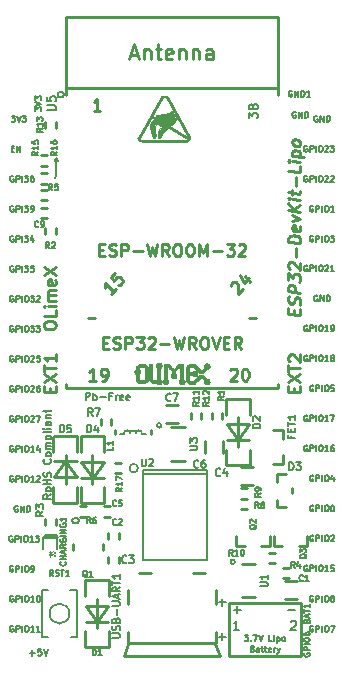
<source format=gbr>
G04 #@! TF.GenerationSoftware,KiCad,Pcbnew,5.1.0-rc1-unknown-6bb8fde~84~ubuntu18.04.1*
G04 #@! TF.CreationDate,2019-02-08T10:21:34+02:00
G04 #@! TF.ProjectId,ESP32-DevKit-Lipo_Rev_B,45535033-322d-4446-9576-4b69742d4c69,B*
G04 #@! TF.SameCoordinates,Original*
G04 #@! TF.FileFunction,Legend,Top*
G04 #@! TF.FilePolarity,Positive*
%FSLAX46Y46*%
G04 Gerber Fmt 4.6, Leading zero omitted, Abs format (unit mm)*
G04 Created by KiCad (PCBNEW 5.1.0-rc1-unknown-6bb8fde~84~ubuntu18.04.1) date 2019-02-08 10:21:34*
%MOMM*%
%LPD*%
G04 APERTURE LIST*
%ADD10C,0.190500*%
%ADD11C,0.150000*%
%ADD12C,0.203200*%
%ADD13C,0.127000*%
%ADD14C,0.158750*%
%ADD15C,0.254000*%
%ADD16C,0.146050*%
%ADD17C,0.100000*%
%ADD18C,0.050000*%
%ADD19C,0.200000*%
%ADD20C,0.009000*%
%ADD21C,0.139700*%
G04 APERTURE END LIST*
D10*
X147474214Y-117529428D02*
X148054785Y-117529428D01*
X147764500Y-117819714D02*
X147764500Y-117239142D01*
D11*
X133731000Y-76962000D02*
X133858000Y-77216000D01*
X133731000Y-76962000D02*
X133604000Y-77216000D01*
X133731000Y-78549500D02*
X133604000Y-78676500D01*
X133731000Y-78359000D02*
X133731000Y-78549500D01*
X133731000Y-76962000D02*
X133731000Y-78359000D01*
D10*
X148744214Y-115243428D02*
X149324785Y-115243428D01*
X149034500Y-115533714D02*
X149034500Y-114953142D01*
X153316214Y-115243428D02*
X153896785Y-115243428D01*
D12*
X148844000Y-111188500D02*
G75*
G03X148844000Y-111188500I-190500J0D01*
G01*
X142621000Y-99631500D02*
G75*
G03X142621000Y-99631500I-190500J0D01*
G01*
D13*
X149654380Y-117387309D02*
X149968857Y-117387309D01*
X149799523Y-117580833D01*
X149872095Y-117580833D01*
X149920476Y-117605023D01*
X149944666Y-117629214D01*
X149968857Y-117677595D01*
X149968857Y-117798547D01*
X149944666Y-117846928D01*
X149920476Y-117871119D01*
X149872095Y-117895309D01*
X149726952Y-117895309D01*
X149678571Y-117871119D01*
X149654380Y-117846928D01*
X150186571Y-117846928D02*
X150210761Y-117871119D01*
X150186571Y-117895309D01*
X150162380Y-117871119D01*
X150186571Y-117846928D01*
X150186571Y-117895309D01*
X150380095Y-117387309D02*
X150718761Y-117387309D01*
X150501047Y-117895309D01*
X150839714Y-117387309D02*
X151009047Y-117895309D01*
X151178380Y-117387309D01*
X151976666Y-117895309D02*
X151734761Y-117895309D01*
X151734761Y-117387309D01*
X152146000Y-117895309D02*
X152146000Y-117556642D01*
X152146000Y-117387309D02*
X152121809Y-117411500D01*
X152146000Y-117435690D01*
X152170190Y-117411500D01*
X152146000Y-117387309D01*
X152146000Y-117435690D01*
X152387904Y-117556642D02*
X152387904Y-118064642D01*
X152387904Y-117580833D02*
X152436285Y-117556642D01*
X152533047Y-117556642D01*
X152581428Y-117580833D01*
X152605619Y-117605023D01*
X152629809Y-117653404D01*
X152629809Y-117798547D01*
X152605619Y-117846928D01*
X152581428Y-117871119D01*
X152533047Y-117895309D01*
X152436285Y-117895309D01*
X152387904Y-117871119D01*
X152920095Y-117895309D02*
X152871714Y-117871119D01*
X152847523Y-117846928D01*
X152823333Y-117798547D01*
X152823333Y-117653404D01*
X152847523Y-117605023D01*
X152871714Y-117580833D01*
X152920095Y-117556642D01*
X152992666Y-117556642D01*
X153041047Y-117580833D01*
X153065238Y-117605023D01*
X153089428Y-117653404D01*
X153089428Y-117798547D01*
X153065238Y-117846928D01*
X153041047Y-117871119D01*
X152992666Y-117895309D01*
X152920095Y-117895309D01*
X150331714Y-118518214D02*
X150404285Y-118542404D01*
X150428476Y-118566595D01*
X150452666Y-118614976D01*
X150452666Y-118687547D01*
X150428476Y-118735928D01*
X150404285Y-118760119D01*
X150355904Y-118784309D01*
X150162380Y-118784309D01*
X150162380Y-118276309D01*
X150331714Y-118276309D01*
X150380095Y-118300500D01*
X150404285Y-118324690D01*
X150428476Y-118373071D01*
X150428476Y-118421452D01*
X150404285Y-118469833D01*
X150380095Y-118494023D01*
X150331714Y-118518214D01*
X150162380Y-118518214D01*
X150888095Y-118784309D02*
X150888095Y-118518214D01*
X150863904Y-118469833D01*
X150815523Y-118445642D01*
X150718761Y-118445642D01*
X150670380Y-118469833D01*
X150888095Y-118760119D02*
X150839714Y-118784309D01*
X150718761Y-118784309D01*
X150670380Y-118760119D01*
X150646190Y-118711738D01*
X150646190Y-118663357D01*
X150670380Y-118614976D01*
X150718761Y-118590785D01*
X150839714Y-118590785D01*
X150888095Y-118566595D01*
X151057428Y-118445642D02*
X151250952Y-118445642D01*
X151130000Y-118276309D02*
X151130000Y-118711738D01*
X151154190Y-118760119D01*
X151202571Y-118784309D01*
X151250952Y-118784309D01*
X151347714Y-118445642D02*
X151541238Y-118445642D01*
X151420285Y-118276309D02*
X151420285Y-118711738D01*
X151444476Y-118760119D01*
X151492857Y-118784309D01*
X151541238Y-118784309D01*
X151904095Y-118760119D02*
X151855714Y-118784309D01*
X151758952Y-118784309D01*
X151710571Y-118760119D01*
X151686380Y-118711738D01*
X151686380Y-118518214D01*
X151710571Y-118469833D01*
X151758952Y-118445642D01*
X151855714Y-118445642D01*
X151904095Y-118469833D01*
X151928285Y-118518214D01*
X151928285Y-118566595D01*
X151686380Y-118614976D01*
X152146000Y-118784309D02*
X152146000Y-118445642D01*
X152146000Y-118542404D02*
X152170190Y-118494023D01*
X152194380Y-118469833D01*
X152242761Y-118445642D01*
X152291142Y-118445642D01*
X152412095Y-118445642D02*
X152533047Y-118784309D01*
X152654000Y-118445642D02*
X152533047Y-118784309D01*
X152484666Y-118905261D01*
X152460476Y-118929452D01*
X152412095Y-118953642D01*
D14*
X133256261Y-105464428D02*
X132953880Y-105676095D01*
X133256261Y-105827285D02*
X132621261Y-105827285D01*
X132621261Y-105585380D01*
X132651500Y-105524904D01*
X132681738Y-105494666D01*
X132742214Y-105464428D01*
X132832928Y-105464428D01*
X132893404Y-105494666D01*
X132923642Y-105524904D01*
X132953880Y-105585380D01*
X132953880Y-105827285D01*
X133256261Y-105101571D02*
X133226023Y-105162047D01*
X133195785Y-105192285D01*
X133135309Y-105222523D01*
X132953880Y-105222523D01*
X132893404Y-105192285D01*
X132863166Y-105162047D01*
X132832928Y-105101571D01*
X132832928Y-105010857D01*
X132863166Y-104950380D01*
X132893404Y-104920142D01*
X132953880Y-104889904D01*
X133135309Y-104889904D01*
X133195785Y-104920142D01*
X133226023Y-104950380D01*
X133256261Y-105010857D01*
X133256261Y-105101571D01*
X133256261Y-104617761D02*
X132621261Y-104617761D01*
X132923642Y-104617761D02*
X132923642Y-104254904D01*
X133256261Y-104254904D02*
X132621261Y-104254904D01*
X133226023Y-103982761D02*
X133256261Y-103892047D01*
X133256261Y-103740857D01*
X133226023Y-103680380D01*
X133195785Y-103650142D01*
X133135309Y-103619904D01*
X133074833Y-103619904D01*
X133014357Y-103650142D01*
X132984119Y-103680380D01*
X132953880Y-103740857D01*
X132923642Y-103861809D01*
X132893404Y-103922285D01*
X132863166Y-103952523D01*
X132802690Y-103982761D01*
X132742214Y-103982761D01*
X132681738Y-103952523D01*
X132651500Y-103922285D01*
X132621261Y-103861809D01*
X132621261Y-103710619D01*
X132651500Y-103619904D01*
X133195785Y-102501095D02*
X133226023Y-102531333D01*
X133256261Y-102622047D01*
X133256261Y-102682523D01*
X133226023Y-102773238D01*
X133165547Y-102833714D01*
X133105071Y-102863952D01*
X132984119Y-102894190D01*
X132893404Y-102894190D01*
X132772452Y-102863952D01*
X132711976Y-102833714D01*
X132651500Y-102773238D01*
X132621261Y-102682523D01*
X132621261Y-102622047D01*
X132651500Y-102531333D01*
X132681738Y-102501095D01*
X133256261Y-102138238D02*
X133226023Y-102198714D01*
X133195785Y-102228952D01*
X133135309Y-102259190D01*
X132953880Y-102259190D01*
X132893404Y-102228952D01*
X132863166Y-102198714D01*
X132832928Y-102138238D01*
X132832928Y-102047523D01*
X132863166Y-101987047D01*
X132893404Y-101956809D01*
X132953880Y-101926571D01*
X133135309Y-101926571D01*
X133195785Y-101956809D01*
X133226023Y-101987047D01*
X133256261Y-102047523D01*
X133256261Y-102138238D01*
X133256261Y-101654428D02*
X132832928Y-101654428D01*
X132893404Y-101654428D02*
X132863166Y-101624190D01*
X132832928Y-101563714D01*
X132832928Y-101473000D01*
X132863166Y-101412523D01*
X132923642Y-101382285D01*
X133256261Y-101382285D01*
X132923642Y-101382285D02*
X132863166Y-101352047D01*
X132832928Y-101291571D01*
X132832928Y-101200857D01*
X132863166Y-101140380D01*
X132923642Y-101110142D01*
X133256261Y-101110142D01*
X132832928Y-100807761D02*
X133467928Y-100807761D01*
X132863166Y-100807761D02*
X132832928Y-100747285D01*
X132832928Y-100626333D01*
X132863166Y-100565857D01*
X132893404Y-100535619D01*
X132953880Y-100505380D01*
X133135309Y-100505380D01*
X133195785Y-100535619D01*
X133226023Y-100565857D01*
X133256261Y-100626333D01*
X133256261Y-100747285D01*
X133226023Y-100807761D01*
X133256261Y-100142523D02*
X133226023Y-100203000D01*
X133165547Y-100233238D01*
X132621261Y-100233238D01*
X133256261Y-99900619D02*
X132832928Y-99900619D01*
X132621261Y-99900619D02*
X132651500Y-99930857D01*
X132681738Y-99900619D01*
X132651500Y-99870380D01*
X132621261Y-99900619D01*
X132681738Y-99900619D01*
X133256261Y-99326095D02*
X132923642Y-99326095D01*
X132863166Y-99356333D01*
X132832928Y-99416809D01*
X132832928Y-99537761D01*
X132863166Y-99598238D01*
X133226023Y-99326095D02*
X133256261Y-99386571D01*
X133256261Y-99537761D01*
X133226023Y-99598238D01*
X133165547Y-99628476D01*
X133105071Y-99628476D01*
X133044595Y-99598238D01*
X133014357Y-99537761D01*
X133014357Y-99386571D01*
X132984119Y-99326095D01*
X132832928Y-99023714D02*
X133256261Y-99023714D01*
X132893404Y-99023714D02*
X132863166Y-98993476D01*
X132832928Y-98933000D01*
X132832928Y-98842285D01*
X132863166Y-98781809D01*
X132923642Y-98751571D01*
X133256261Y-98751571D01*
X132832928Y-98539904D02*
X132832928Y-98298000D01*
X132621261Y-98449190D02*
X133165547Y-98449190D01*
X133226023Y-98418952D01*
X133256261Y-98358476D01*
X133256261Y-98298000D01*
X136189357Y-97505761D02*
X136189357Y-96870761D01*
X136431261Y-96870761D01*
X136491738Y-96901000D01*
X136521976Y-96931238D01*
X136552214Y-96991714D01*
X136552214Y-97082428D01*
X136521976Y-97142904D01*
X136491738Y-97173142D01*
X136431261Y-97203380D01*
X136189357Y-97203380D01*
X136824357Y-97505761D02*
X136824357Y-96870761D01*
X136824357Y-97112666D02*
X136884833Y-97082428D01*
X137005785Y-97082428D01*
X137066261Y-97112666D01*
X137096500Y-97142904D01*
X137126738Y-97203380D01*
X137126738Y-97384809D01*
X137096500Y-97445285D01*
X137066261Y-97475523D01*
X137005785Y-97505761D01*
X136884833Y-97505761D01*
X136824357Y-97475523D01*
X137398880Y-97263857D02*
X137882690Y-97263857D01*
X138396738Y-97173142D02*
X138185071Y-97173142D01*
X138185071Y-97505761D02*
X138185071Y-96870761D01*
X138487452Y-96870761D01*
X138729357Y-97505761D02*
X138729357Y-97082428D01*
X138729357Y-97203380D02*
X138759595Y-97142904D01*
X138789833Y-97112666D01*
X138850309Y-97082428D01*
X138910785Y-97082428D01*
X139364357Y-97475523D02*
X139303880Y-97505761D01*
X139182928Y-97505761D01*
X139122452Y-97475523D01*
X139092214Y-97415047D01*
X139092214Y-97173142D01*
X139122452Y-97112666D01*
X139182928Y-97082428D01*
X139303880Y-97082428D01*
X139364357Y-97112666D01*
X139394595Y-97173142D01*
X139394595Y-97233619D01*
X139092214Y-97294095D01*
X139908642Y-97475523D02*
X139848166Y-97505761D01*
X139727214Y-97505761D01*
X139666738Y-97475523D01*
X139636500Y-97415047D01*
X139636500Y-97173142D01*
X139666738Y-97112666D01*
X139727214Y-97082428D01*
X139848166Y-97082428D01*
X139908642Y-97112666D01*
X139938880Y-97173142D01*
X139938880Y-97233619D01*
X139636500Y-97294095D01*
D15*
X153851428Y-96822380D02*
X153851428Y-96483714D01*
X154383619Y-96338571D02*
X154383619Y-96822380D01*
X153367619Y-96822380D01*
X153367619Y-96338571D01*
X153367619Y-95999904D02*
X154383619Y-95322571D01*
X153367619Y-95322571D02*
X154383619Y-95999904D01*
X153367619Y-95080666D02*
X153367619Y-94500095D01*
X154383619Y-94790380D02*
X153367619Y-94790380D01*
X153464380Y-94209809D02*
X153416000Y-94161428D01*
X153367619Y-94064666D01*
X153367619Y-93822761D01*
X153416000Y-93726000D01*
X153464380Y-93677619D01*
X153561142Y-93629238D01*
X153657904Y-93629238D01*
X153803047Y-93677619D01*
X154383619Y-94258190D01*
X154383619Y-93629238D01*
X133150428Y-96822380D02*
X133150428Y-96483714D01*
X133682619Y-96338571D02*
X133682619Y-96822380D01*
X132666619Y-96822380D01*
X132666619Y-96338571D01*
X132666619Y-95999904D02*
X133682619Y-95322571D01*
X132666619Y-95322571D02*
X133682619Y-95999904D01*
X132666619Y-95080666D02*
X132666619Y-94500095D01*
X133682619Y-94790380D02*
X132666619Y-94790380D01*
X133682619Y-93629238D02*
X133682619Y-94209809D01*
X133682619Y-93919523D02*
X132666619Y-93919523D01*
X132811761Y-94016285D01*
X132908523Y-94113047D01*
X132956904Y-94209809D01*
D13*
X153981452Y-73088500D02*
X153933071Y-73064309D01*
X153860500Y-73064309D01*
X153787928Y-73088500D01*
X153739547Y-73136880D01*
X153715357Y-73185261D01*
X153691166Y-73282023D01*
X153691166Y-73354595D01*
X153715357Y-73451357D01*
X153739547Y-73499738D01*
X153787928Y-73548119D01*
X153860500Y-73572309D01*
X153908880Y-73572309D01*
X153981452Y-73548119D01*
X154005642Y-73523928D01*
X154005642Y-73354595D01*
X153908880Y-73354595D01*
X154223357Y-73572309D02*
X154223357Y-73064309D01*
X154513642Y-73572309D01*
X154513642Y-73064309D01*
X154755547Y-73572309D02*
X154755547Y-73064309D01*
X154876500Y-73064309D01*
X154949071Y-73088500D01*
X154997452Y-73136880D01*
X155021642Y-73185261D01*
X155045833Y-73282023D01*
X155045833Y-73354595D01*
X155021642Y-73451357D01*
X154997452Y-73499738D01*
X154949071Y-73548119D01*
X154876500Y-73572309D01*
X154755547Y-73572309D01*
X154686000Y-118923404D02*
X154661809Y-118971785D01*
X154661809Y-119044357D01*
X154686000Y-119116928D01*
X154734380Y-119165309D01*
X154782761Y-119189500D01*
X154879523Y-119213690D01*
X154952095Y-119213690D01*
X155048857Y-119189500D01*
X155097238Y-119165309D01*
X155145619Y-119116928D01*
X155169809Y-119044357D01*
X155169809Y-118995976D01*
X155145619Y-118923404D01*
X155121428Y-118899214D01*
X154952095Y-118899214D01*
X154952095Y-118995976D01*
X155169809Y-118681500D02*
X154661809Y-118681500D01*
X154661809Y-118487976D01*
X154686000Y-118439595D01*
X154710190Y-118415404D01*
X154758571Y-118391214D01*
X154831142Y-118391214D01*
X154879523Y-118415404D01*
X154903714Y-118439595D01*
X154927904Y-118487976D01*
X154927904Y-118681500D01*
X155169809Y-118173500D02*
X154661809Y-118173500D01*
X154661809Y-117834833D02*
X154661809Y-117738071D01*
X154686000Y-117689690D01*
X154734380Y-117641309D01*
X154831142Y-117617119D01*
X155000476Y-117617119D01*
X155097238Y-117641309D01*
X155145619Y-117689690D01*
X155169809Y-117738071D01*
X155169809Y-117834833D01*
X155145619Y-117883214D01*
X155097238Y-117931595D01*
X155000476Y-117955785D01*
X154831142Y-117955785D01*
X154734380Y-117931595D01*
X154686000Y-117883214D01*
X154661809Y-117834833D01*
X154661809Y-117181690D02*
X154661809Y-117278452D01*
X154686000Y-117326833D01*
X154710190Y-117351023D01*
X154782761Y-117399404D01*
X154879523Y-117423595D01*
X155073047Y-117423595D01*
X155121428Y-117399404D01*
X155145619Y-117375214D01*
X155169809Y-117326833D01*
X155169809Y-117230071D01*
X155145619Y-117181690D01*
X155121428Y-117157500D01*
X155073047Y-117133309D01*
X154952095Y-117133309D01*
X154903714Y-117157500D01*
X154879523Y-117181690D01*
X154855333Y-117230071D01*
X154855333Y-117326833D01*
X154879523Y-117375214D01*
X154903714Y-117399404D01*
X154952095Y-117423595D01*
X155460095Y-116611400D02*
X155411714Y-116587209D01*
X155339142Y-116587209D01*
X155266571Y-116611400D01*
X155218190Y-116659780D01*
X155194000Y-116708161D01*
X155169809Y-116804923D01*
X155169809Y-116877495D01*
X155194000Y-116974257D01*
X155218190Y-117022638D01*
X155266571Y-117071019D01*
X155339142Y-117095209D01*
X155387523Y-117095209D01*
X155460095Y-117071019D01*
X155484285Y-117046828D01*
X155484285Y-116877495D01*
X155387523Y-116877495D01*
X155702000Y-117095209D02*
X155702000Y-116587209D01*
X155895523Y-116587209D01*
X155943904Y-116611400D01*
X155968095Y-116635590D01*
X155992285Y-116683971D01*
X155992285Y-116756542D01*
X155968095Y-116804923D01*
X155943904Y-116829114D01*
X155895523Y-116853304D01*
X155702000Y-116853304D01*
X156210000Y-117095209D02*
X156210000Y-116587209D01*
X156548666Y-116587209D02*
X156645428Y-116587209D01*
X156693809Y-116611400D01*
X156742190Y-116659780D01*
X156766380Y-116756542D01*
X156766380Y-116925876D01*
X156742190Y-117022638D01*
X156693809Y-117071019D01*
X156645428Y-117095209D01*
X156548666Y-117095209D01*
X156500285Y-117071019D01*
X156451904Y-117022638D01*
X156427714Y-116925876D01*
X156427714Y-116756542D01*
X156451904Y-116659780D01*
X156500285Y-116611400D01*
X156548666Y-116587209D01*
X156935714Y-116587209D02*
X157274380Y-116587209D01*
X157056666Y-117095209D01*
X155460095Y-114071400D02*
X155411714Y-114047209D01*
X155339142Y-114047209D01*
X155266571Y-114071400D01*
X155218190Y-114119780D01*
X155194000Y-114168161D01*
X155169809Y-114264923D01*
X155169809Y-114337495D01*
X155194000Y-114434257D01*
X155218190Y-114482638D01*
X155266571Y-114531019D01*
X155339142Y-114555209D01*
X155387523Y-114555209D01*
X155460095Y-114531019D01*
X155484285Y-114506828D01*
X155484285Y-114337495D01*
X155387523Y-114337495D01*
X155702000Y-114555209D02*
X155702000Y-114047209D01*
X155895523Y-114047209D01*
X155943904Y-114071400D01*
X155968095Y-114095590D01*
X155992285Y-114143971D01*
X155992285Y-114216542D01*
X155968095Y-114264923D01*
X155943904Y-114289114D01*
X155895523Y-114313304D01*
X155702000Y-114313304D01*
X156210000Y-114555209D02*
X156210000Y-114047209D01*
X156548666Y-114047209D02*
X156645428Y-114047209D01*
X156693809Y-114071400D01*
X156742190Y-114119780D01*
X156766380Y-114216542D01*
X156766380Y-114385876D01*
X156742190Y-114482638D01*
X156693809Y-114531019D01*
X156645428Y-114555209D01*
X156548666Y-114555209D01*
X156500285Y-114531019D01*
X156451904Y-114482638D01*
X156427714Y-114385876D01*
X156427714Y-114216542D01*
X156451904Y-114119780D01*
X156500285Y-114071400D01*
X156548666Y-114047209D01*
X157056666Y-114264923D02*
X157008285Y-114240733D01*
X156984095Y-114216542D01*
X156959904Y-114168161D01*
X156959904Y-114143971D01*
X156984095Y-114095590D01*
X157008285Y-114071400D01*
X157056666Y-114047209D01*
X157153428Y-114047209D01*
X157201809Y-114071400D01*
X157226000Y-114095590D01*
X157250190Y-114143971D01*
X157250190Y-114168161D01*
X157226000Y-114216542D01*
X157201809Y-114240733D01*
X157153428Y-114264923D01*
X157056666Y-114264923D01*
X157008285Y-114289114D01*
X156984095Y-114313304D01*
X156959904Y-114361685D01*
X156959904Y-114458447D01*
X156984095Y-114506828D01*
X157008285Y-114531019D01*
X157056666Y-114555209D01*
X157153428Y-114555209D01*
X157201809Y-114531019D01*
X157226000Y-114506828D01*
X157250190Y-114458447D01*
X157250190Y-114361685D01*
X157226000Y-114313304D01*
X157201809Y-114289114D01*
X157153428Y-114264923D01*
X154964190Y-111506000D02*
X154915809Y-111481809D01*
X154843238Y-111481809D01*
X154770666Y-111506000D01*
X154722285Y-111554380D01*
X154698095Y-111602761D01*
X154673904Y-111699523D01*
X154673904Y-111772095D01*
X154698095Y-111868857D01*
X154722285Y-111917238D01*
X154770666Y-111965619D01*
X154843238Y-111989809D01*
X154891619Y-111989809D01*
X154964190Y-111965619D01*
X154988380Y-111941428D01*
X154988380Y-111772095D01*
X154891619Y-111772095D01*
X155206095Y-111989809D02*
X155206095Y-111481809D01*
X155399619Y-111481809D01*
X155448000Y-111506000D01*
X155472190Y-111530190D01*
X155496380Y-111578571D01*
X155496380Y-111651142D01*
X155472190Y-111699523D01*
X155448000Y-111723714D01*
X155399619Y-111747904D01*
X155206095Y-111747904D01*
X155714095Y-111989809D02*
X155714095Y-111481809D01*
X156052761Y-111481809D02*
X156149523Y-111481809D01*
X156197904Y-111506000D01*
X156246285Y-111554380D01*
X156270476Y-111651142D01*
X156270476Y-111820476D01*
X156246285Y-111917238D01*
X156197904Y-111965619D01*
X156149523Y-111989809D01*
X156052761Y-111989809D01*
X156004380Y-111965619D01*
X155956000Y-111917238D01*
X155931809Y-111820476D01*
X155931809Y-111651142D01*
X155956000Y-111554380D01*
X156004380Y-111506000D01*
X156052761Y-111481809D01*
X156754285Y-111989809D02*
X156464000Y-111989809D01*
X156609142Y-111989809D02*
X156609142Y-111481809D01*
X156560761Y-111554380D01*
X156512380Y-111602761D01*
X156464000Y-111626952D01*
X157213904Y-111481809D02*
X156972000Y-111481809D01*
X156947809Y-111723714D01*
X156972000Y-111699523D01*
X157020380Y-111675333D01*
X157141333Y-111675333D01*
X157189714Y-111699523D01*
X157213904Y-111723714D01*
X157238095Y-111772095D01*
X157238095Y-111893047D01*
X157213904Y-111941428D01*
X157189714Y-111965619D01*
X157141333Y-111989809D01*
X157020380Y-111989809D01*
X156972000Y-111965619D01*
X156947809Y-111941428D01*
X155460095Y-108966000D02*
X155411714Y-108941809D01*
X155339142Y-108941809D01*
X155266571Y-108966000D01*
X155218190Y-109014380D01*
X155194000Y-109062761D01*
X155169809Y-109159523D01*
X155169809Y-109232095D01*
X155194000Y-109328857D01*
X155218190Y-109377238D01*
X155266571Y-109425619D01*
X155339142Y-109449809D01*
X155387523Y-109449809D01*
X155460095Y-109425619D01*
X155484285Y-109401428D01*
X155484285Y-109232095D01*
X155387523Y-109232095D01*
X155702000Y-109449809D02*
X155702000Y-108941809D01*
X155895523Y-108941809D01*
X155943904Y-108966000D01*
X155968095Y-108990190D01*
X155992285Y-109038571D01*
X155992285Y-109111142D01*
X155968095Y-109159523D01*
X155943904Y-109183714D01*
X155895523Y-109207904D01*
X155702000Y-109207904D01*
X156210000Y-109449809D02*
X156210000Y-108941809D01*
X156548666Y-108941809D02*
X156645428Y-108941809D01*
X156693809Y-108966000D01*
X156742190Y-109014380D01*
X156766380Y-109111142D01*
X156766380Y-109280476D01*
X156742190Y-109377238D01*
X156693809Y-109425619D01*
X156645428Y-109449809D01*
X156548666Y-109449809D01*
X156500285Y-109425619D01*
X156451904Y-109377238D01*
X156427714Y-109280476D01*
X156427714Y-109111142D01*
X156451904Y-109014380D01*
X156500285Y-108966000D01*
X156548666Y-108941809D01*
X156959904Y-108990190D02*
X156984095Y-108966000D01*
X157032476Y-108941809D01*
X157153428Y-108941809D01*
X157201809Y-108966000D01*
X157226000Y-108990190D01*
X157250190Y-109038571D01*
X157250190Y-109086952D01*
X157226000Y-109159523D01*
X156935714Y-109449809D01*
X157250190Y-109449809D01*
X155460095Y-106426000D02*
X155411714Y-106401809D01*
X155339142Y-106401809D01*
X155266571Y-106426000D01*
X155218190Y-106474380D01*
X155194000Y-106522761D01*
X155169809Y-106619523D01*
X155169809Y-106692095D01*
X155194000Y-106788857D01*
X155218190Y-106837238D01*
X155266571Y-106885619D01*
X155339142Y-106909809D01*
X155387523Y-106909809D01*
X155460095Y-106885619D01*
X155484285Y-106861428D01*
X155484285Y-106692095D01*
X155387523Y-106692095D01*
X155702000Y-106909809D02*
X155702000Y-106401809D01*
X155895523Y-106401809D01*
X155943904Y-106426000D01*
X155968095Y-106450190D01*
X155992285Y-106498571D01*
X155992285Y-106571142D01*
X155968095Y-106619523D01*
X155943904Y-106643714D01*
X155895523Y-106667904D01*
X155702000Y-106667904D01*
X156210000Y-106909809D02*
X156210000Y-106401809D01*
X156548666Y-106401809D02*
X156645428Y-106401809D01*
X156693809Y-106426000D01*
X156742190Y-106474380D01*
X156766380Y-106571142D01*
X156766380Y-106740476D01*
X156742190Y-106837238D01*
X156693809Y-106885619D01*
X156645428Y-106909809D01*
X156548666Y-106909809D01*
X156500285Y-106885619D01*
X156451904Y-106837238D01*
X156427714Y-106740476D01*
X156427714Y-106571142D01*
X156451904Y-106474380D01*
X156500285Y-106426000D01*
X156548666Y-106401809D01*
X157080857Y-106401809D02*
X157129238Y-106401809D01*
X157177619Y-106426000D01*
X157201809Y-106450190D01*
X157226000Y-106498571D01*
X157250190Y-106595333D01*
X157250190Y-106716285D01*
X157226000Y-106813047D01*
X157201809Y-106861428D01*
X157177619Y-106885619D01*
X157129238Y-106909809D01*
X157080857Y-106909809D01*
X157032476Y-106885619D01*
X157008285Y-106861428D01*
X156984095Y-106813047D01*
X156959904Y-106716285D01*
X156959904Y-106595333D01*
X156984095Y-106498571D01*
X157008285Y-106450190D01*
X157032476Y-106426000D01*
X157080857Y-106401809D01*
X155460095Y-103886000D02*
X155411714Y-103861809D01*
X155339142Y-103861809D01*
X155266571Y-103886000D01*
X155218190Y-103934380D01*
X155194000Y-103982761D01*
X155169809Y-104079523D01*
X155169809Y-104152095D01*
X155194000Y-104248857D01*
X155218190Y-104297238D01*
X155266571Y-104345619D01*
X155339142Y-104369809D01*
X155387523Y-104369809D01*
X155460095Y-104345619D01*
X155484285Y-104321428D01*
X155484285Y-104152095D01*
X155387523Y-104152095D01*
X155702000Y-104369809D02*
X155702000Y-103861809D01*
X155895523Y-103861809D01*
X155943904Y-103886000D01*
X155968095Y-103910190D01*
X155992285Y-103958571D01*
X155992285Y-104031142D01*
X155968095Y-104079523D01*
X155943904Y-104103714D01*
X155895523Y-104127904D01*
X155702000Y-104127904D01*
X156210000Y-104369809D02*
X156210000Y-103861809D01*
X156548666Y-103861809D02*
X156645428Y-103861809D01*
X156693809Y-103886000D01*
X156742190Y-103934380D01*
X156766380Y-104031142D01*
X156766380Y-104200476D01*
X156742190Y-104297238D01*
X156693809Y-104345619D01*
X156645428Y-104369809D01*
X156548666Y-104369809D01*
X156500285Y-104345619D01*
X156451904Y-104297238D01*
X156427714Y-104200476D01*
X156427714Y-104031142D01*
X156451904Y-103934380D01*
X156500285Y-103886000D01*
X156548666Y-103861809D01*
X157201809Y-104031142D02*
X157201809Y-104369809D01*
X157080857Y-103837619D02*
X156959904Y-104200476D01*
X157274380Y-104200476D01*
X154964190Y-101346000D02*
X154915809Y-101321809D01*
X154843238Y-101321809D01*
X154770666Y-101346000D01*
X154722285Y-101394380D01*
X154698095Y-101442761D01*
X154673904Y-101539523D01*
X154673904Y-101612095D01*
X154698095Y-101708857D01*
X154722285Y-101757238D01*
X154770666Y-101805619D01*
X154843238Y-101829809D01*
X154891619Y-101829809D01*
X154964190Y-101805619D01*
X154988380Y-101781428D01*
X154988380Y-101612095D01*
X154891619Y-101612095D01*
X155206095Y-101829809D02*
X155206095Y-101321809D01*
X155399619Y-101321809D01*
X155448000Y-101346000D01*
X155472190Y-101370190D01*
X155496380Y-101418571D01*
X155496380Y-101491142D01*
X155472190Y-101539523D01*
X155448000Y-101563714D01*
X155399619Y-101587904D01*
X155206095Y-101587904D01*
X155714095Y-101829809D02*
X155714095Y-101321809D01*
X156052761Y-101321809D02*
X156149523Y-101321809D01*
X156197904Y-101346000D01*
X156246285Y-101394380D01*
X156270476Y-101491142D01*
X156270476Y-101660476D01*
X156246285Y-101757238D01*
X156197904Y-101805619D01*
X156149523Y-101829809D01*
X156052761Y-101829809D01*
X156004380Y-101805619D01*
X155956000Y-101757238D01*
X155931809Y-101660476D01*
X155931809Y-101491142D01*
X155956000Y-101394380D01*
X156004380Y-101346000D01*
X156052761Y-101321809D01*
X156754285Y-101829809D02*
X156464000Y-101829809D01*
X156609142Y-101829809D02*
X156609142Y-101321809D01*
X156560761Y-101394380D01*
X156512380Y-101442761D01*
X156464000Y-101466952D01*
X157189714Y-101321809D02*
X157092952Y-101321809D01*
X157044571Y-101346000D01*
X157020380Y-101370190D01*
X156972000Y-101442761D01*
X156947809Y-101539523D01*
X156947809Y-101733047D01*
X156972000Y-101781428D01*
X156996190Y-101805619D01*
X157044571Y-101829809D01*
X157141333Y-101829809D01*
X157189714Y-101805619D01*
X157213904Y-101781428D01*
X157238095Y-101733047D01*
X157238095Y-101612095D01*
X157213904Y-101563714D01*
X157189714Y-101539523D01*
X157141333Y-101515333D01*
X157044571Y-101515333D01*
X156996190Y-101539523D01*
X156972000Y-101563714D01*
X156947809Y-101612095D01*
X154964190Y-98806000D02*
X154915809Y-98781809D01*
X154843238Y-98781809D01*
X154770666Y-98806000D01*
X154722285Y-98854380D01*
X154698095Y-98902761D01*
X154673904Y-98999523D01*
X154673904Y-99072095D01*
X154698095Y-99168857D01*
X154722285Y-99217238D01*
X154770666Y-99265619D01*
X154843238Y-99289809D01*
X154891619Y-99289809D01*
X154964190Y-99265619D01*
X154988380Y-99241428D01*
X154988380Y-99072095D01*
X154891619Y-99072095D01*
X155206095Y-99289809D02*
X155206095Y-98781809D01*
X155399619Y-98781809D01*
X155448000Y-98806000D01*
X155472190Y-98830190D01*
X155496380Y-98878571D01*
X155496380Y-98951142D01*
X155472190Y-98999523D01*
X155448000Y-99023714D01*
X155399619Y-99047904D01*
X155206095Y-99047904D01*
X155714095Y-99289809D02*
X155714095Y-98781809D01*
X156052761Y-98781809D02*
X156149523Y-98781809D01*
X156197904Y-98806000D01*
X156246285Y-98854380D01*
X156270476Y-98951142D01*
X156270476Y-99120476D01*
X156246285Y-99217238D01*
X156197904Y-99265619D01*
X156149523Y-99289809D01*
X156052761Y-99289809D01*
X156004380Y-99265619D01*
X155956000Y-99217238D01*
X155931809Y-99120476D01*
X155931809Y-98951142D01*
X155956000Y-98854380D01*
X156004380Y-98806000D01*
X156052761Y-98781809D01*
X156754285Y-99289809D02*
X156464000Y-99289809D01*
X156609142Y-99289809D02*
X156609142Y-98781809D01*
X156560761Y-98854380D01*
X156512380Y-98902761D01*
X156464000Y-98926952D01*
X156923619Y-98781809D02*
X157262285Y-98781809D01*
X157044571Y-99289809D01*
X155460095Y-96266000D02*
X155411714Y-96241809D01*
X155339142Y-96241809D01*
X155266571Y-96266000D01*
X155218190Y-96314380D01*
X155194000Y-96362761D01*
X155169809Y-96459523D01*
X155169809Y-96532095D01*
X155194000Y-96628857D01*
X155218190Y-96677238D01*
X155266571Y-96725619D01*
X155339142Y-96749809D01*
X155387523Y-96749809D01*
X155460095Y-96725619D01*
X155484285Y-96701428D01*
X155484285Y-96532095D01*
X155387523Y-96532095D01*
X155702000Y-96749809D02*
X155702000Y-96241809D01*
X155895523Y-96241809D01*
X155943904Y-96266000D01*
X155968095Y-96290190D01*
X155992285Y-96338571D01*
X155992285Y-96411142D01*
X155968095Y-96459523D01*
X155943904Y-96483714D01*
X155895523Y-96507904D01*
X155702000Y-96507904D01*
X156210000Y-96749809D02*
X156210000Y-96241809D01*
X156548666Y-96241809D02*
X156645428Y-96241809D01*
X156693809Y-96266000D01*
X156742190Y-96314380D01*
X156766380Y-96411142D01*
X156766380Y-96580476D01*
X156742190Y-96677238D01*
X156693809Y-96725619D01*
X156645428Y-96749809D01*
X156548666Y-96749809D01*
X156500285Y-96725619D01*
X156451904Y-96677238D01*
X156427714Y-96580476D01*
X156427714Y-96411142D01*
X156451904Y-96314380D01*
X156500285Y-96266000D01*
X156548666Y-96241809D01*
X157226000Y-96241809D02*
X156984095Y-96241809D01*
X156959904Y-96483714D01*
X156984095Y-96459523D01*
X157032476Y-96435333D01*
X157153428Y-96435333D01*
X157201809Y-96459523D01*
X157226000Y-96483714D01*
X157250190Y-96532095D01*
X157250190Y-96653047D01*
X157226000Y-96701428D01*
X157201809Y-96725619D01*
X157153428Y-96749809D01*
X157032476Y-96749809D01*
X156984095Y-96725619D01*
X156959904Y-96701428D01*
X154964190Y-93726000D02*
X154915809Y-93701809D01*
X154843238Y-93701809D01*
X154770666Y-93726000D01*
X154722285Y-93774380D01*
X154698095Y-93822761D01*
X154673904Y-93919523D01*
X154673904Y-93992095D01*
X154698095Y-94088857D01*
X154722285Y-94137238D01*
X154770666Y-94185619D01*
X154843238Y-94209809D01*
X154891619Y-94209809D01*
X154964190Y-94185619D01*
X154988380Y-94161428D01*
X154988380Y-93992095D01*
X154891619Y-93992095D01*
X155206095Y-94209809D02*
X155206095Y-93701809D01*
X155399619Y-93701809D01*
X155448000Y-93726000D01*
X155472190Y-93750190D01*
X155496380Y-93798571D01*
X155496380Y-93871142D01*
X155472190Y-93919523D01*
X155448000Y-93943714D01*
X155399619Y-93967904D01*
X155206095Y-93967904D01*
X155714095Y-94209809D02*
X155714095Y-93701809D01*
X156052761Y-93701809D02*
X156149523Y-93701809D01*
X156197904Y-93726000D01*
X156246285Y-93774380D01*
X156270476Y-93871142D01*
X156270476Y-94040476D01*
X156246285Y-94137238D01*
X156197904Y-94185619D01*
X156149523Y-94209809D01*
X156052761Y-94209809D01*
X156004380Y-94185619D01*
X155956000Y-94137238D01*
X155931809Y-94040476D01*
X155931809Y-93871142D01*
X155956000Y-93774380D01*
X156004380Y-93726000D01*
X156052761Y-93701809D01*
X156754285Y-94209809D02*
X156464000Y-94209809D01*
X156609142Y-94209809D02*
X156609142Y-93701809D01*
X156560761Y-93774380D01*
X156512380Y-93822761D01*
X156464000Y-93846952D01*
X157044571Y-93919523D02*
X156996190Y-93895333D01*
X156972000Y-93871142D01*
X156947809Y-93822761D01*
X156947809Y-93798571D01*
X156972000Y-93750190D01*
X156996190Y-93726000D01*
X157044571Y-93701809D01*
X157141333Y-93701809D01*
X157189714Y-93726000D01*
X157213904Y-93750190D01*
X157238095Y-93798571D01*
X157238095Y-93822761D01*
X157213904Y-93871142D01*
X157189714Y-93895333D01*
X157141333Y-93919523D01*
X157044571Y-93919523D01*
X156996190Y-93943714D01*
X156972000Y-93967904D01*
X156947809Y-94016285D01*
X156947809Y-94113047D01*
X156972000Y-94161428D01*
X156996190Y-94185619D01*
X157044571Y-94209809D01*
X157141333Y-94209809D01*
X157189714Y-94185619D01*
X157213904Y-94161428D01*
X157238095Y-94113047D01*
X157238095Y-94016285D01*
X157213904Y-93967904D01*
X157189714Y-93943714D01*
X157141333Y-93919523D01*
X154964190Y-91186000D02*
X154915809Y-91161809D01*
X154843238Y-91161809D01*
X154770666Y-91186000D01*
X154722285Y-91234380D01*
X154698095Y-91282761D01*
X154673904Y-91379523D01*
X154673904Y-91452095D01*
X154698095Y-91548857D01*
X154722285Y-91597238D01*
X154770666Y-91645619D01*
X154843238Y-91669809D01*
X154891619Y-91669809D01*
X154964190Y-91645619D01*
X154988380Y-91621428D01*
X154988380Y-91452095D01*
X154891619Y-91452095D01*
X155206095Y-91669809D02*
X155206095Y-91161809D01*
X155399619Y-91161809D01*
X155448000Y-91186000D01*
X155472190Y-91210190D01*
X155496380Y-91258571D01*
X155496380Y-91331142D01*
X155472190Y-91379523D01*
X155448000Y-91403714D01*
X155399619Y-91427904D01*
X155206095Y-91427904D01*
X155714095Y-91669809D02*
X155714095Y-91161809D01*
X156052761Y-91161809D02*
X156149523Y-91161809D01*
X156197904Y-91186000D01*
X156246285Y-91234380D01*
X156270476Y-91331142D01*
X156270476Y-91500476D01*
X156246285Y-91597238D01*
X156197904Y-91645619D01*
X156149523Y-91669809D01*
X156052761Y-91669809D01*
X156004380Y-91645619D01*
X155956000Y-91597238D01*
X155931809Y-91500476D01*
X155931809Y-91331142D01*
X155956000Y-91234380D01*
X156004380Y-91186000D01*
X156052761Y-91161809D01*
X156754285Y-91669809D02*
X156464000Y-91669809D01*
X156609142Y-91669809D02*
X156609142Y-91161809D01*
X156560761Y-91234380D01*
X156512380Y-91282761D01*
X156464000Y-91306952D01*
X156996190Y-91669809D02*
X157092952Y-91669809D01*
X157141333Y-91645619D01*
X157165523Y-91621428D01*
X157213904Y-91548857D01*
X157238095Y-91452095D01*
X157238095Y-91258571D01*
X157213904Y-91210190D01*
X157189714Y-91186000D01*
X157141333Y-91161809D01*
X157044571Y-91161809D01*
X156996190Y-91186000D01*
X156972000Y-91210190D01*
X156947809Y-91258571D01*
X156947809Y-91379523D01*
X156972000Y-91427904D01*
X156996190Y-91452095D01*
X157044571Y-91476285D01*
X157141333Y-91476285D01*
X157189714Y-91452095D01*
X157213904Y-91427904D01*
X157238095Y-91379523D01*
X155822952Y-88646000D02*
X155774571Y-88621809D01*
X155702000Y-88621809D01*
X155629428Y-88646000D01*
X155581047Y-88694380D01*
X155556857Y-88742761D01*
X155532666Y-88839523D01*
X155532666Y-88912095D01*
X155556857Y-89008857D01*
X155581047Y-89057238D01*
X155629428Y-89105619D01*
X155702000Y-89129809D01*
X155750380Y-89129809D01*
X155822952Y-89105619D01*
X155847142Y-89081428D01*
X155847142Y-88912095D01*
X155750380Y-88912095D01*
X156064857Y-89129809D02*
X156064857Y-88621809D01*
X156355142Y-89129809D01*
X156355142Y-88621809D01*
X156597047Y-89129809D02*
X156597047Y-88621809D01*
X156718000Y-88621809D01*
X156790571Y-88646000D01*
X156838952Y-88694380D01*
X156863142Y-88742761D01*
X156887333Y-88839523D01*
X156887333Y-88912095D01*
X156863142Y-89008857D01*
X156838952Y-89057238D01*
X156790571Y-89105619D01*
X156718000Y-89129809D01*
X156597047Y-89129809D01*
X154964190Y-86106000D02*
X154915809Y-86081809D01*
X154843238Y-86081809D01*
X154770666Y-86106000D01*
X154722285Y-86154380D01*
X154698095Y-86202761D01*
X154673904Y-86299523D01*
X154673904Y-86372095D01*
X154698095Y-86468857D01*
X154722285Y-86517238D01*
X154770666Y-86565619D01*
X154843238Y-86589809D01*
X154891619Y-86589809D01*
X154964190Y-86565619D01*
X154988380Y-86541428D01*
X154988380Y-86372095D01*
X154891619Y-86372095D01*
X155206095Y-86589809D02*
X155206095Y-86081809D01*
X155399619Y-86081809D01*
X155448000Y-86106000D01*
X155472190Y-86130190D01*
X155496380Y-86178571D01*
X155496380Y-86251142D01*
X155472190Y-86299523D01*
X155448000Y-86323714D01*
X155399619Y-86347904D01*
X155206095Y-86347904D01*
X155714095Y-86589809D02*
X155714095Y-86081809D01*
X156052761Y-86081809D02*
X156149523Y-86081809D01*
X156197904Y-86106000D01*
X156246285Y-86154380D01*
X156270476Y-86251142D01*
X156270476Y-86420476D01*
X156246285Y-86517238D01*
X156197904Y-86565619D01*
X156149523Y-86589809D01*
X156052761Y-86589809D01*
X156004380Y-86565619D01*
X155956000Y-86517238D01*
X155931809Y-86420476D01*
X155931809Y-86251142D01*
X155956000Y-86154380D01*
X156004380Y-86106000D01*
X156052761Y-86081809D01*
X156464000Y-86130190D02*
X156488190Y-86106000D01*
X156536571Y-86081809D01*
X156657523Y-86081809D01*
X156705904Y-86106000D01*
X156730095Y-86130190D01*
X156754285Y-86178571D01*
X156754285Y-86226952D01*
X156730095Y-86299523D01*
X156439809Y-86589809D01*
X156754285Y-86589809D01*
X157238095Y-86589809D02*
X156947809Y-86589809D01*
X157092952Y-86589809D02*
X157092952Y-86081809D01*
X157044571Y-86154380D01*
X156996190Y-86202761D01*
X156947809Y-86226952D01*
X155460095Y-83591400D02*
X155411714Y-83567209D01*
X155339142Y-83567209D01*
X155266571Y-83591400D01*
X155218190Y-83639780D01*
X155194000Y-83688161D01*
X155169809Y-83784923D01*
X155169809Y-83857495D01*
X155194000Y-83954257D01*
X155218190Y-84002638D01*
X155266571Y-84051019D01*
X155339142Y-84075209D01*
X155387523Y-84075209D01*
X155460095Y-84051019D01*
X155484285Y-84026828D01*
X155484285Y-83857495D01*
X155387523Y-83857495D01*
X155702000Y-84075209D02*
X155702000Y-83567209D01*
X155895523Y-83567209D01*
X155943904Y-83591400D01*
X155968095Y-83615590D01*
X155992285Y-83663971D01*
X155992285Y-83736542D01*
X155968095Y-83784923D01*
X155943904Y-83809114D01*
X155895523Y-83833304D01*
X155702000Y-83833304D01*
X156210000Y-84075209D02*
X156210000Y-83567209D01*
X156548666Y-83567209D02*
X156645428Y-83567209D01*
X156693809Y-83591400D01*
X156742190Y-83639780D01*
X156766380Y-83736542D01*
X156766380Y-83905876D01*
X156742190Y-84002638D01*
X156693809Y-84051019D01*
X156645428Y-84075209D01*
X156548666Y-84075209D01*
X156500285Y-84051019D01*
X156451904Y-84002638D01*
X156427714Y-83905876D01*
X156427714Y-83736542D01*
X156451904Y-83639780D01*
X156500285Y-83591400D01*
X156548666Y-83567209D01*
X156935714Y-83567209D02*
X157250190Y-83567209D01*
X157080857Y-83760733D01*
X157153428Y-83760733D01*
X157201809Y-83784923D01*
X157226000Y-83809114D01*
X157250190Y-83857495D01*
X157250190Y-83978447D01*
X157226000Y-84026828D01*
X157201809Y-84051019D01*
X157153428Y-84075209D01*
X157008285Y-84075209D01*
X156959904Y-84051019D01*
X156935714Y-84026828D01*
X155460095Y-81051400D02*
X155411714Y-81027209D01*
X155339142Y-81027209D01*
X155266571Y-81051400D01*
X155218190Y-81099780D01*
X155194000Y-81148161D01*
X155169809Y-81244923D01*
X155169809Y-81317495D01*
X155194000Y-81414257D01*
X155218190Y-81462638D01*
X155266571Y-81511019D01*
X155339142Y-81535209D01*
X155387523Y-81535209D01*
X155460095Y-81511019D01*
X155484285Y-81486828D01*
X155484285Y-81317495D01*
X155387523Y-81317495D01*
X155702000Y-81535209D02*
X155702000Y-81027209D01*
X155895523Y-81027209D01*
X155943904Y-81051400D01*
X155968095Y-81075590D01*
X155992285Y-81123971D01*
X155992285Y-81196542D01*
X155968095Y-81244923D01*
X155943904Y-81269114D01*
X155895523Y-81293304D01*
X155702000Y-81293304D01*
X156210000Y-81535209D02*
X156210000Y-81027209D01*
X156548666Y-81027209D02*
X156645428Y-81027209D01*
X156693809Y-81051400D01*
X156742190Y-81099780D01*
X156766380Y-81196542D01*
X156766380Y-81365876D01*
X156742190Y-81462638D01*
X156693809Y-81511019D01*
X156645428Y-81535209D01*
X156548666Y-81535209D01*
X156500285Y-81511019D01*
X156451904Y-81462638D01*
X156427714Y-81365876D01*
X156427714Y-81196542D01*
X156451904Y-81099780D01*
X156500285Y-81051400D01*
X156548666Y-81027209D01*
X157250190Y-81535209D02*
X156959904Y-81535209D01*
X157105047Y-81535209D02*
X157105047Y-81027209D01*
X157056666Y-81099780D01*
X157008285Y-81148161D01*
X156959904Y-81172352D01*
X154964190Y-78511400D02*
X154915809Y-78487209D01*
X154843238Y-78487209D01*
X154770666Y-78511400D01*
X154722285Y-78559780D01*
X154698095Y-78608161D01*
X154673904Y-78704923D01*
X154673904Y-78777495D01*
X154698095Y-78874257D01*
X154722285Y-78922638D01*
X154770666Y-78971019D01*
X154843238Y-78995209D01*
X154891619Y-78995209D01*
X154964190Y-78971019D01*
X154988380Y-78946828D01*
X154988380Y-78777495D01*
X154891619Y-78777495D01*
X155206095Y-78995209D02*
X155206095Y-78487209D01*
X155399619Y-78487209D01*
X155448000Y-78511400D01*
X155472190Y-78535590D01*
X155496380Y-78583971D01*
X155496380Y-78656542D01*
X155472190Y-78704923D01*
X155448000Y-78729114D01*
X155399619Y-78753304D01*
X155206095Y-78753304D01*
X155714095Y-78995209D02*
X155714095Y-78487209D01*
X156052761Y-78487209D02*
X156149523Y-78487209D01*
X156197904Y-78511400D01*
X156246285Y-78559780D01*
X156270476Y-78656542D01*
X156270476Y-78825876D01*
X156246285Y-78922638D01*
X156197904Y-78971019D01*
X156149523Y-78995209D01*
X156052761Y-78995209D01*
X156004380Y-78971019D01*
X155956000Y-78922638D01*
X155931809Y-78825876D01*
X155931809Y-78656542D01*
X155956000Y-78559780D01*
X156004380Y-78511400D01*
X156052761Y-78487209D01*
X156464000Y-78535590D02*
X156488190Y-78511400D01*
X156536571Y-78487209D01*
X156657523Y-78487209D01*
X156705904Y-78511400D01*
X156730095Y-78535590D01*
X156754285Y-78583971D01*
X156754285Y-78632352D01*
X156730095Y-78704923D01*
X156439809Y-78995209D01*
X156754285Y-78995209D01*
X156947809Y-78535590D02*
X156972000Y-78511400D01*
X157020380Y-78487209D01*
X157141333Y-78487209D01*
X157189714Y-78511400D01*
X157213904Y-78535590D01*
X157238095Y-78583971D01*
X157238095Y-78632352D01*
X157213904Y-78704923D01*
X156923619Y-78995209D01*
X157238095Y-78995209D01*
X154964190Y-75971400D02*
X154915809Y-75947209D01*
X154843238Y-75947209D01*
X154770666Y-75971400D01*
X154722285Y-76019780D01*
X154698095Y-76068161D01*
X154673904Y-76164923D01*
X154673904Y-76237495D01*
X154698095Y-76334257D01*
X154722285Y-76382638D01*
X154770666Y-76431019D01*
X154843238Y-76455209D01*
X154891619Y-76455209D01*
X154964190Y-76431019D01*
X154988380Y-76406828D01*
X154988380Y-76237495D01*
X154891619Y-76237495D01*
X155206095Y-76455209D02*
X155206095Y-75947209D01*
X155399619Y-75947209D01*
X155448000Y-75971400D01*
X155472190Y-75995590D01*
X155496380Y-76043971D01*
X155496380Y-76116542D01*
X155472190Y-76164923D01*
X155448000Y-76189114D01*
X155399619Y-76213304D01*
X155206095Y-76213304D01*
X155714095Y-76455209D02*
X155714095Y-75947209D01*
X156052761Y-75947209D02*
X156149523Y-75947209D01*
X156197904Y-75971400D01*
X156246285Y-76019780D01*
X156270476Y-76116542D01*
X156270476Y-76285876D01*
X156246285Y-76382638D01*
X156197904Y-76431019D01*
X156149523Y-76455209D01*
X156052761Y-76455209D01*
X156004380Y-76431019D01*
X155956000Y-76382638D01*
X155931809Y-76285876D01*
X155931809Y-76116542D01*
X155956000Y-76019780D01*
X156004380Y-75971400D01*
X156052761Y-75947209D01*
X156464000Y-75995590D02*
X156488190Y-75971400D01*
X156536571Y-75947209D01*
X156657523Y-75947209D01*
X156705904Y-75971400D01*
X156730095Y-75995590D01*
X156754285Y-76043971D01*
X156754285Y-76092352D01*
X156730095Y-76164923D01*
X156439809Y-76455209D01*
X156754285Y-76455209D01*
X156923619Y-75947209D02*
X157238095Y-75947209D01*
X157068761Y-76140733D01*
X157141333Y-76140733D01*
X157189714Y-76164923D01*
X157213904Y-76189114D01*
X157238095Y-76237495D01*
X157238095Y-76358447D01*
X157213904Y-76406828D01*
X157189714Y-76431019D01*
X157141333Y-76455209D01*
X156996190Y-76455209D01*
X156947809Y-76431019D01*
X156923619Y-76406828D01*
X155822952Y-73431400D02*
X155774571Y-73407209D01*
X155702000Y-73407209D01*
X155629428Y-73431400D01*
X155581047Y-73479780D01*
X155556857Y-73528161D01*
X155532666Y-73624923D01*
X155532666Y-73697495D01*
X155556857Y-73794257D01*
X155581047Y-73842638D01*
X155629428Y-73891019D01*
X155702000Y-73915209D01*
X155750380Y-73915209D01*
X155822952Y-73891019D01*
X155847142Y-73866828D01*
X155847142Y-73697495D01*
X155750380Y-73697495D01*
X156064857Y-73915209D02*
X156064857Y-73407209D01*
X156355142Y-73915209D01*
X156355142Y-73407209D01*
X156597047Y-73915209D02*
X156597047Y-73407209D01*
X156718000Y-73407209D01*
X156790571Y-73431400D01*
X156838952Y-73479780D01*
X156863142Y-73528161D01*
X156887333Y-73624923D01*
X156887333Y-73697495D01*
X156863142Y-73794257D01*
X156838952Y-73842638D01*
X156790571Y-73891019D01*
X156718000Y-73915209D01*
X156597047Y-73915209D01*
X131928809Y-73018952D02*
X131928809Y-72704476D01*
X132122333Y-72873809D01*
X132122333Y-72801238D01*
X132146523Y-72752857D01*
X132170714Y-72728666D01*
X132219095Y-72704476D01*
X132340047Y-72704476D01*
X132388428Y-72728666D01*
X132412619Y-72752857D01*
X132436809Y-72801238D01*
X132436809Y-72946380D01*
X132412619Y-72994761D01*
X132388428Y-73018952D01*
X131928809Y-72559333D02*
X132436809Y-72390000D01*
X131928809Y-72220666D01*
X131928809Y-72099714D02*
X131928809Y-71785238D01*
X132122333Y-71954571D01*
X132122333Y-71882000D01*
X132146523Y-71833619D01*
X132170714Y-71809428D01*
X132219095Y-71785238D01*
X132340047Y-71785238D01*
X132388428Y-71809428D01*
X132412619Y-71833619D01*
X132436809Y-71882000D01*
X132436809Y-72027142D01*
X132412619Y-72075523D01*
X132388428Y-72099714D01*
D16*
X131455885Y-118913728D02*
X131900990Y-118913728D01*
X131678438Y-119136280D02*
X131678438Y-118691176D01*
X132457371Y-118552080D02*
X132179180Y-118552080D01*
X132151361Y-118830271D01*
X132179180Y-118802452D01*
X132234819Y-118774633D01*
X132373914Y-118774633D01*
X132429552Y-118802452D01*
X132457371Y-118830271D01*
X132485190Y-118885909D01*
X132485190Y-119025004D01*
X132457371Y-119080642D01*
X132429552Y-119108461D01*
X132373914Y-119136280D01*
X132234819Y-119136280D01*
X132179180Y-119108461D01*
X132151361Y-119080642D01*
X132652104Y-118552080D02*
X132846838Y-119136280D01*
X133041571Y-118552080D01*
D13*
X130072190Y-116611400D02*
X130023809Y-116587209D01*
X129951238Y-116587209D01*
X129878666Y-116611400D01*
X129830285Y-116659780D01*
X129806095Y-116708161D01*
X129781904Y-116804923D01*
X129781904Y-116877495D01*
X129806095Y-116974257D01*
X129830285Y-117022638D01*
X129878666Y-117071019D01*
X129951238Y-117095209D01*
X129999619Y-117095209D01*
X130072190Y-117071019D01*
X130096380Y-117046828D01*
X130096380Y-116877495D01*
X129999619Y-116877495D01*
X130314095Y-117095209D02*
X130314095Y-116587209D01*
X130507619Y-116587209D01*
X130556000Y-116611400D01*
X130580190Y-116635590D01*
X130604380Y-116683971D01*
X130604380Y-116756542D01*
X130580190Y-116804923D01*
X130556000Y-116829114D01*
X130507619Y-116853304D01*
X130314095Y-116853304D01*
X130822095Y-117095209D02*
X130822095Y-116587209D01*
X131160761Y-116587209D02*
X131257523Y-116587209D01*
X131305904Y-116611400D01*
X131354285Y-116659780D01*
X131378476Y-116756542D01*
X131378476Y-116925876D01*
X131354285Y-117022638D01*
X131305904Y-117071019D01*
X131257523Y-117095209D01*
X131160761Y-117095209D01*
X131112380Y-117071019D01*
X131064000Y-117022638D01*
X131039809Y-116925876D01*
X131039809Y-116756542D01*
X131064000Y-116659780D01*
X131112380Y-116611400D01*
X131160761Y-116587209D01*
X131862285Y-117095209D02*
X131572000Y-117095209D01*
X131717142Y-117095209D02*
X131717142Y-116587209D01*
X131668761Y-116659780D01*
X131620380Y-116708161D01*
X131572000Y-116732352D01*
X132346095Y-117095209D02*
X132055809Y-117095209D01*
X132200952Y-117095209D02*
X132200952Y-116587209D01*
X132152571Y-116659780D01*
X132104190Y-116708161D01*
X132055809Y-116732352D01*
X130072190Y-114071400D02*
X130023809Y-114047209D01*
X129951238Y-114047209D01*
X129878666Y-114071400D01*
X129830285Y-114119780D01*
X129806095Y-114168161D01*
X129781904Y-114264923D01*
X129781904Y-114337495D01*
X129806095Y-114434257D01*
X129830285Y-114482638D01*
X129878666Y-114531019D01*
X129951238Y-114555209D01*
X129999619Y-114555209D01*
X130072190Y-114531019D01*
X130096380Y-114506828D01*
X130096380Y-114337495D01*
X129999619Y-114337495D01*
X130314095Y-114555209D02*
X130314095Y-114047209D01*
X130507619Y-114047209D01*
X130556000Y-114071400D01*
X130580190Y-114095590D01*
X130604380Y-114143971D01*
X130604380Y-114216542D01*
X130580190Y-114264923D01*
X130556000Y-114289114D01*
X130507619Y-114313304D01*
X130314095Y-114313304D01*
X130822095Y-114555209D02*
X130822095Y-114047209D01*
X131160761Y-114047209D02*
X131257523Y-114047209D01*
X131305904Y-114071400D01*
X131354285Y-114119780D01*
X131378476Y-114216542D01*
X131378476Y-114385876D01*
X131354285Y-114482638D01*
X131305904Y-114531019D01*
X131257523Y-114555209D01*
X131160761Y-114555209D01*
X131112380Y-114531019D01*
X131064000Y-114482638D01*
X131039809Y-114385876D01*
X131039809Y-114216542D01*
X131064000Y-114119780D01*
X131112380Y-114071400D01*
X131160761Y-114047209D01*
X131862285Y-114555209D02*
X131572000Y-114555209D01*
X131717142Y-114555209D02*
X131717142Y-114047209D01*
X131668761Y-114119780D01*
X131620380Y-114168161D01*
X131572000Y-114192352D01*
X132176761Y-114047209D02*
X132225142Y-114047209D01*
X132273523Y-114071400D01*
X132297714Y-114095590D01*
X132321904Y-114143971D01*
X132346095Y-114240733D01*
X132346095Y-114361685D01*
X132321904Y-114458447D01*
X132297714Y-114506828D01*
X132273523Y-114531019D01*
X132225142Y-114555209D01*
X132176761Y-114555209D01*
X132128380Y-114531019D01*
X132104190Y-114506828D01*
X132080000Y-114458447D01*
X132055809Y-114361685D01*
X132055809Y-114240733D01*
X132080000Y-114143971D01*
X132104190Y-114095590D01*
X132128380Y-114071400D01*
X132176761Y-114047209D01*
X130060095Y-111531400D02*
X130011714Y-111507209D01*
X129939142Y-111507209D01*
X129866571Y-111531400D01*
X129818190Y-111579780D01*
X129794000Y-111628161D01*
X129769809Y-111724923D01*
X129769809Y-111797495D01*
X129794000Y-111894257D01*
X129818190Y-111942638D01*
X129866571Y-111991019D01*
X129939142Y-112015209D01*
X129987523Y-112015209D01*
X130060095Y-111991019D01*
X130084285Y-111966828D01*
X130084285Y-111797495D01*
X129987523Y-111797495D01*
X130302000Y-112015209D02*
X130302000Y-111507209D01*
X130495523Y-111507209D01*
X130543904Y-111531400D01*
X130568095Y-111555590D01*
X130592285Y-111603971D01*
X130592285Y-111676542D01*
X130568095Y-111724923D01*
X130543904Y-111749114D01*
X130495523Y-111773304D01*
X130302000Y-111773304D01*
X130810000Y-112015209D02*
X130810000Y-111507209D01*
X131148666Y-111507209D02*
X131245428Y-111507209D01*
X131293809Y-111531400D01*
X131342190Y-111579780D01*
X131366380Y-111676542D01*
X131366380Y-111845876D01*
X131342190Y-111942638D01*
X131293809Y-111991019D01*
X131245428Y-112015209D01*
X131148666Y-112015209D01*
X131100285Y-111991019D01*
X131051904Y-111942638D01*
X131027714Y-111845876D01*
X131027714Y-111676542D01*
X131051904Y-111579780D01*
X131100285Y-111531400D01*
X131148666Y-111507209D01*
X131608285Y-112015209D02*
X131705047Y-112015209D01*
X131753428Y-111991019D01*
X131777619Y-111966828D01*
X131826000Y-111894257D01*
X131850190Y-111797495D01*
X131850190Y-111603971D01*
X131826000Y-111555590D01*
X131801809Y-111531400D01*
X131753428Y-111507209D01*
X131656666Y-111507209D01*
X131608285Y-111531400D01*
X131584095Y-111555590D01*
X131559904Y-111603971D01*
X131559904Y-111724923D01*
X131584095Y-111773304D01*
X131608285Y-111797495D01*
X131656666Y-111821685D01*
X131753428Y-111821685D01*
X131801809Y-111797495D01*
X131826000Y-111773304D01*
X131850190Y-111724923D01*
X129995990Y-108991400D02*
X129947609Y-108967209D01*
X129875038Y-108967209D01*
X129802466Y-108991400D01*
X129754085Y-109039780D01*
X129729895Y-109088161D01*
X129705704Y-109184923D01*
X129705704Y-109257495D01*
X129729895Y-109354257D01*
X129754085Y-109402638D01*
X129802466Y-109451019D01*
X129875038Y-109475209D01*
X129923419Y-109475209D01*
X129995990Y-109451019D01*
X130020180Y-109426828D01*
X130020180Y-109257495D01*
X129923419Y-109257495D01*
X130237895Y-109475209D02*
X130237895Y-108967209D01*
X130431419Y-108967209D01*
X130479800Y-108991400D01*
X130503990Y-109015590D01*
X130528180Y-109063971D01*
X130528180Y-109136542D01*
X130503990Y-109184923D01*
X130479800Y-109209114D01*
X130431419Y-109233304D01*
X130237895Y-109233304D01*
X130745895Y-109475209D02*
X130745895Y-108967209D01*
X131084561Y-108967209D02*
X131181323Y-108967209D01*
X131229704Y-108991400D01*
X131278085Y-109039780D01*
X131302276Y-109136542D01*
X131302276Y-109305876D01*
X131278085Y-109402638D01*
X131229704Y-109451019D01*
X131181323Y-109475209D01*
X131084561Y-109475209D01*
X131036180Y-109451019D01*
X130987800Y-109402638D01*
X130963609Y-109305876D01*
X130963609Y-109136542D01*
X130987800Y-109039780D01*
X131036180Y-108991400D01*
X131084561Y-108967209D01*
X131786085Y-109475209D02*
X131495800Y-109475209D01*
X131640942Y-109475209D02*
X131640942Y-108967209D01*
X131592561Y-109039780D01*
X131544180Y-109088161D01*
X131495800Y-109112352D01*
X131955419Y-108967209D02*
X132269895Y-108967209D01*
X132100561Y-109160733D01*
X132173133Y-109160733D01*
X132221514Y-109184923D01*
X132245704Y-109209114D01*
X132269895Y-109257495D01*
X132269895Y-109378447D01*
X132245704Y-109426828D01*
X132221514Y-109451019D01*
X132173133Y-109475209D01*
X132027990Y-109475209D01*
X131979609Y-109451019D01*
X131955419Y-109426828D01*
X130448352Y-106451400D02*
X130399971Y-106427209D01*
X130327400Y-106427209D01*
X130254828Y-106451400D01*
X130206447Y-106499780D01*
X130182257Y-106548161D01*
X130158066Y-106644923D01*
X130158066Y-106717495D01*
X130182257Y-106814257D01*
X130206447Y-106862638D01*
X130254828Y-106911019D01*
X130327400Y-106935209D01*
X130375780Y-106935209D01*
X130448352Y-106911019D01*
X130472542Y-106886828D01*
X130472542Y-106717495D01*
X130375780Y-106717495D01*
X130690257Y-106935209D02*
X130690257Y-106427209D01*
X130980542Y-106935209D01*
X130980542Y-106427209D01*
X131222447Y-106935209D02*
X131222447Y-106427209D01*
X131343400Y-106427209D01*
X131415971Y-106451400D01*
X131464352Y-106499780D01*
X131488542Y-106548161D01*
X131512733Y-106644923D01*
X131512733Y-106717495D01*
X131488542Y-106814257D01*
X131464352Y-106862638D01*
X131415971Y-106911019D01*
X131343400Y-106935209D01*
X131222447Y-106935209D01*
X130072190Y-103911400D02*
X130023809Y-103887209D01*
X129951238Y-103887209D01*
X129878666Y-103911400D01*
X129830285Y-103959780D01*
X129806095Y-104008161D01*
X129781904Y-104104923D01*
X129781904Y-104177495D01*
X129806095Y-104274257D01*
X129830285Y-104322638D01*
X129878666Y-104371019D01*
X129951238Y-104395209D01*
X129999619Y-104395209D01*
X130072190Y-104371019D01*
X130096380Y-104346828D01*
X130096380Y-104177495D01*
X129999619Y-104177495D01*
X130314095Y-104395209D02*
X130314095Y-103887209D01*
X130507619Y-103887209D01*
X130556000Y-103911400D01*
X130580190Y-103935590D01*
X130604380Y-103983971D01*
X130604380Y-104056542D01*
X130580190Y-104104923D01*
X130556000Y-104129114D01*
X130507619Y-104153304D01*
X130314095Y-104153304D01*
X130822095Y-104395209D02*
X130822095Y-103887209D01*
X131160761Y-103887209D02*
X131257523Y-103887209D01*
X131305904Y-103911400D01*
X131354285Y-103959780D01*
X131378476Y-104056542D01*
X131378476Y-104225876D01*
X131354285Y-104322638D01*
X131305904Y-104371019D01*
X131257523Y-104395209D01*
X131160761Y-104395209D01*
X131112380Y-104371019D01*
X131064000Y-104322638D01*
X131039809Y-104225876D01*
X131039809Y-104056542D01*
X131064000Y-103959780D01*
X131112380Y-103911400D01*
X131160761Y-103887209D01*
X131862285Y-104395209D02*
X131572000Y-104395209D01*
X131717142Y-104395209D02*
X131717142Y-103887209D01*
X131668761Y-103959780D01*
X131620380Y-104008161D01*
X131572000Y-104032352D01*
X132055809Y-103935590D02*
X132080000Y-103911400D01*
X132128380Y-103887209D01*
X132249333Y-103887209D01*
X132297714Y-103911400D01*
X132321904Y-103935590D01*
X132346095Y-103983971D01*
X132346095Y-104032352D01*
X132321904Y-104104923D01*
X132031619Y-104395209D01*
X132346095Y-104395209D01*
X130072190Y-101371400D02*
X130023809Y-101347209D01*
X129951238Y-101347209D01*
X129878666Y-101371400D01*
X129830285Y-101419780D01*
X129806095Y-101468161D01*
X129781904Y-101564923D01*
X129781904Y-101637495D01*
X129806095Y-101734257D01*
X129830285Y-101782638D01*
X129878666Y-101831019D01*
X129951238Y-101855209D01*
X129999619Y-101855209D01*
X130072190Y-101831019D01*
X130096380Y-101806828D01*
X130096380Y-101637495D01*
X129999619Y-101637495D01*
X130314095Y-101855209D02*
X130314095Y-101347209D01*
X130507619Y-101347209D01*
X130556000Y-101371400D01*
X130580190Y-101395590D01*
X130604380Y-101443971D01*
X130604380Y-101516542D01*
X130580190Y-101564923D01*
X130556000Y-101589114D01*
X130507619Y-101613304D01*
X130314095Y-101613304D01*
X130822095Y-101855209D02*
X130822095Y-101347209D01*
X131160761Y-101347209D02*
X131257523Y-101347209D01*
X131305904Y-101371400D01*
X131354285Y-101419780D01*
X131378476Y-101516542D01*
X131378476Y-101685876D01*
X131354285Y-101782638D01*
X131305904Y-101831019D01*
X131257523Y-101855209D01*
X131160761Y-101855209D01*
X131112380Y-101831019D01*
X131064000Y-101782638D01*
X131039809Y-101685876D01*
X131039809Y-101516542D01*
X131064000Y-101419780D01*
X131112380Y-101371400D01*
X131160761Y-101347209D01*
X131862285Y-101855209D02*
X131572000Y-101855209D01*
X131717142Y-101855209D02*
X131717142Y-101347209D01*
X131668761Y-101419780D01*
X131620380Y-101468161D01*
X131572000Y-101492352D01*
X132297714Y-101516542D02*
X132297714Y-101855209D01*
X132176761Y-101323019D02*
X132055809Y-101685876D01*
X132370285Y-101685876D01*
X130072190Y-98831400D02*
X130023809Y-98807209D01*
X129951238Y-98807209D01*
X129878666Y-98831400D01*
X129830285Y-98879780D01*
X129806095Y-98928161D01*
X129781904Y-99024923D01*
X129781904Y-99097495D01*
X129806095Y-99194257D01*
X129830285Y-99242638D01*
X129878666Y-99291019D01*
X129951238Y-99315209D01*
X129999619Y-99315209D01*
X130072190Y-99291019D01*
X130096380Y-99266828D01*
X130096380Y-99097495D01*
X129999619Y-99097495D01*
X130314095Y-99315209D02*
X130314095Y-98807209D01*
X130507619Y-98807209D01*
X130556000Y-98831400D01*
X130580190Y-98855590D01*
X130604380Y-98903971D01*
X130604380Y-98976542D01*
X130580190Y-99024923D01*
X130556000Y-99049114D01*
X130507619Y-99073304D01*
X130314095Y-99073304D01*
X130822095Y-99315209D02*
X130822095Y-98807209D01*
X131160761Y-98807209D02*
X131257523Y-98807209D01*
X131305904Y-98831400D01*
X131354285Y-98879780D01*
X131378476Y-98976542D01*
X131378476Y-99145876D01*
X131354285Y-99242638D01*
X131305904Y-99291019D01*
X131257523Y-99315209D01*
X131160761Y-99315209D01*
X131112380Y-99291019D01*
X131064000Y-99242638D01*
X131039809Y-99145876D01*
X131039809Y-98976542D01*
X131064000Y-98879780D01*
X131112380Y-98831400D01*
X131160761Y-98807209D01*
X131572000Y-98855590D02*
X131596190Y-98831400D01*
X131644571Y-98807209D01*
X131765523Y-98807209D01*
X131813904Y-98831400D01*
X131838095Y-98855590D01*
X131862285Y-98903971D01*
X131862285Y-98952352D01*
X131838095Y-99024923D01*
X131547809Y-99315209D01*
X131862285Y-99315209D01*
X132031619Y-98807209D02*
X132370285Y-98807209D01*
X132152571Y-99315209D01*
X130072190Y-96291400D02*
X130023809Y-96267209D01*
X129951238Y-96267209D01*
X129878666Y-96291400D01*
X129830285Y-96339780D01*
X129806095Y-96388161D01*
X129781904Y-96484923D01*
X129781904Y-96557495D01*
X129806095Y-96654257D01*
X129830285Y-96702638D01*
X129878666Y-96751019D01*
X129951238Y-96775209D01*
X129999619Y-96775209D01*
X130072190Y-96751019D01*
X130096380Y-96726828D01*
X130096380Y-96557495D01*
X129999619Y-96557495D01*
X130314095Y-96775209D02*
X130314095Y-96267209D01*
X130507619Y-96267209D01*
X130556000Y-96291400D01*
X130580190Y-96315590D01*
X130604380Y-96363971D01*
X130604380Y-96436542D01*
X130580190Y-96484923D01*
X130556000Y-96509114D01*
X130507619Y-96533304D01*
X130314095Y-96533304D01*
X130822095Y-96775209D02*
X130822095Y-96267209D01*
X131160761Y-96267209D02*
X131257523Y-96267209D01*
X131305904Y-96291400D01*
X131354285Y-96339780D01*
X131378476Y-96436542D01*
X131378476Y-96605876D01*
X131354285Y-96702638D01*
X131305904Y-96751019D01*
X131257523Y-96775209D01*
X131160761Y-96775209D01*
X131112380Y-96751019D01*
X131064000Y-96702638D01*
X131039809Y-96605876D01*
X131039809Y-96436542D01*
X131064000Y-96339780D01*
X131112380Y-96291400D01*
X131160761Y-96267209D01*
X131572000Y-96315590D02*
X131596190Y-96291400D01*
X131644571Y-96267209D01*
X131765523Y-96267209D01*
X131813904Y-96291400D01*
X131838095Y-96315590D01*
X131862285Y-96363971D01*
X131862285Y-96412352D01*
X131838095Y-96484923D01*
X131547809Y-96775209D01*
X131862285Y-96775209D01*
X132297714Y-96267209D02*
X132200952Y-96267209D01*
X132152571Y-96291400D01*
X132128380Y-96315590D01*
X132080000Y-96388161D01*
X132055809Y-96484923D01*
X132055809Y-96678447D01*
X132080000Y-96726828D01*
X132104190Y-96751019D01*
X132152571Y-96775209D01*
X132249333Y-96775209D01*
X132297714Y-96751019D01*
X132321904Y-96726828D01*
X132346095Y-96678447D01*
X132346095Y-96557495D01*
X132321904Y-96509114D01*
X132297714Y-96484923D01*
X132249333Y-96460733D01*
X132152571Y-96460733D01*
X132104190Y-96484923D01*
X132080000Y-96509114D01*
X132055809Y-96557495D01*
X130072190Y-93751400D02*
X130023809Y-93727209D01*
X129951238Y-93727209D01*
X129878666Y-93751400D01*
X129830285Y-93799780D01*
X129806095Y-93848161D01*
X129781904Y-93944923D01*
X129781904Y-94017495D01*
X129806095Y-94114257D01*
X129830285Y-94162638D01*
X129878666Y-94211019D01*
X129951238Y-94235209D01*
X129999619Y-94235209D01*
X130072190Y-94211019D01*
X130096380Y-94186828D01*
X130096380Y-94017495D01*
X129999619Y-94017495D01*
X130314095Y-94235209D02*
X130314095Y-93727209D01*
X130507619Y-93727209D01*
X130556000Y-93751400D01*
X130580190Y-93775590D01*
X130604380Y-93823971D01*
X130604380Y-93896542D01*
X130580190Y-93944923D01*
X130556000Y-93969114D01*
X130507619Y-93993304D01*
X130314095Y-93993304D01*
X130822095Y-94235209D02*
X130822095Y-93727209D01*
X131160761Y-93727209D02*
X131257523Y-93727209D01*
X131305904Y-93751400D01*
X131354285Y-93799780D01*
X131378476Y-93896542D01*
X131378476Y-94065876D01*
X131354285Y-94162638D01*
X131305904Y-94211019D01*
X131257523Y-94235209D01*
X131160761Y-94235209D01*
X131112380Y-94211019D01*
X131064000Y-94162638D01*
X131039809Y-94065876D01*
X131039809Y-93896542D01*
X131064000Y-93799780D01*
X131112380Y-93751400D01*
X131160761Y-93727209D01*
X131572000Y-93775590D02*
X131596190Y-93751400D01*
X131644571Y-93727209D01*
X131765523Y-93727209D01*
X131813904Y-93751400D01*
X131838095Y-93775590D01*
X131862285Y-93823971D01*
X131862285Y-93872352D01*
X131838095Y-93944923D01*
X131547809Y-94235209D01*
X131862285Y-94235209D01*
X132321904Y-93727209D02*
X132080000Y-93727209D01*
X132055809Y-93969114D01*
X132080000Y-93944923D01*
X132128380Y-93920733D01*
X132249333Y-93920733D01*
X132297714Y-93944923D01*
X132321904Y-93969114D01*
X132346095Y-94017495D01*
X132346095Y-94138447D01*
X132321904Y-94186828D01*
X132297714Y-94211019D01*
X132249333Y-94235209D01*
X132128380Y-94235209D01*
X132080000Y-94211019D01*
X132055809Y-94186828D01*
X130072190Y-91211400D02*
X130023809Y-91187209D01*
X129951238Y-91187209D01*
X129878666Y-91211400D01*
X129830285Y-91259780D01*
X129806095Y-91308161D01*
X129781904Y-91404923D01*
X129781904Y-91477495D01*
X129806095Y-91574257D01*
X129830285Y-91622638D01*
X129878666Y-91671019D01*
X129951238Y-91695209D01*
X129999619Y-91695209D01*
X130072190Y-91671019D01*
X130096380Y-91646828D01*
X130096380Y-91477495D01*
X129999619Y-91477495D01*
X130314095Y-91695209D02*
X130314095Y-91187209D01*
X130507619Y-91187209D01*
X130556000Y-91211400D01*
X130580190Y-91235590D01*
X130604380Y-91283971D01*
X130604380Y-91356542D01*
X130580190Y-91404923D01*
X130556000Y-91429114D01*
X130507619Y-91453304D01*
X130314095Y-91453304D01*
X130822095Y-91695209D02*
X130822095Y-91187209D01*
X131160761Y-91187209D02*
X131257523Y-91187209D01*
X131305904Y-91211400D01*
X131354285Y-91259780D01*
X131378476Y-91356542D01*
X131378476Y-91525876D01*
X131354285Y-91622638D01*
X131305904Y-91671019D01*
X131257523Y-91695209D01*
X131160761Y-91695209D01*
X131112380Y-91671019D01*
X131064000Y-91622638D01*
X131039809Y-91525876D01*
X131039809Y-91356542D01*
X131064000Y-91259780D01*
X131112380Y-91211400D01*
X131160761Y-91187209D01*
X131547809Y-91187209D02*
X131862285Y-91187209D01*
X131692952Y-91380733D01*
X131765523Y-91380733D01*
X131813904Y-91404923D01*
X131838095Y-91429114D01*
X131862285Y-91477495D01*
X131862285Y-91598447D01*
X131838095Y-91646828D01*
X131813904Y-91671019D01*
X131765523Y-91695209D01*
X131620380Y-91695209D01*
X131572000Y-91671019D01*
X131547809Y-91646828D01*
X132031619Y-91187209D02*
X132346095Y-91187209D01*
X132176761Y-91380733D01*
X132249333Y-91380733D01*
X132297714Y-91404923D01*
X132321904Y-91429114D01*
X132346095Y-91477495D01*
X132346095Y-91598447D01*
X132321904Y-91646828D01*
X132297714Y-91671019D01*
X132249333Y-91695209D01*
X132104190Y-91695209D01*
X132055809Y-91671019D01*
X132031619Y-91646828D01*
X130072190Y-88671400D02*
X130023809Y-88647209D01*
X129951238Y-88647209D01*
X129878666Y-88671400D01*
X129830285Y-88719780D01*
X129806095Y-88768161D01*
X129781904Y-88864923D01*
X129781904Y-88937495D01*
X129806095Y-89034257D01*
X129830285Y-89082638D01*
X129878666Y-89131019D01*
X129951238Y-89155209D01*
X129999619Y-89155209D01*
X130072190Y-89131019D01*
X130096380Y-89106828D01*
X130096380Y-88937495D01*
X129999619Y-88937495D01*
X130314095Y-89155209D02*
X130314095Y-88647209D01*
X130507619Y-88647209D01*
X130556000Y-88671400D01*
X130580190Y-88695590D01*
X130604380Y-88743971D01*
X130604380Y-88816542D01*
X130580190Y-88864923D01*
X130556000Y-88889114D01*
X130507619Y-88913304D01*
X130314095Y-88913304D01*
X130822095Y-89155209D02*
X130822095Y-88647209D01*
X131160761Y-88647209D02*
X131257523Y-88647209D01*
X131305904Y-88671400D01*
X131354285Y-88719780D01*
X131378476Y-88816542D01*
X131378476Y-88985876D01*
X131354285Y-89082638D01*
X131305904Y-89131019D01*
X131257523Y-89155209D01*
X131160761Y-89155209D01*
X131112380Y-89131019D01*
X131064000Y-89082638D01*
X131039809Y-88985876D01*
X131039809Y-88816542D01*
X131064000Y-88719780D01*
X131112380Y-88671400D01*
X131160761Y-88647209D01*
X131547809Y-88647209D02*
X131862285Y-88647209D01*
X131692952Y-88840733D01*
X131765523Y-88840733D01*
X131813904Y-88864923D01*
X131838095Y-88889114D01*
X131862285Y-88937495D01*
X131862285Y-89058447D01*
X131838095Y-89106828D01*
X131813904Y-89131019D01*
X131765523Y-89155209D01*
X131620380Y-89155209D01*
X131572000Y-89131019D01*
X131547809Y-89106828D01*
X132055809Y-88695590D02*
X132080000Y-88671400D01*
X132128380Y-88647209D01*
X132249333Y-88647209D01*
X132297714Y-88671400D01*
X132321904Y-88695590D01*
X132346095Y-88743971D01*
X132346095Y-88792352D01*
X132321904Y-88864923D01*
X132031619Y-89155209D01*
X132346095Y-89155209D01*
X130084285Y-86131400D02*
X130035904Y-86107209D01*
X129963333Y-86107209D01*
X129890761Y-86131400D01*
X129842380Y-86179780D01*
X129818190Y-86228161D01*
X129794000Y-86324923D01*
X129794000Y-86397495D01*
X129818190Y-86494257D01*
X129842380Y-86542638D01*
X129890761Y-86591019D01*
X129963333Y-86615209D01*
X130011714Y-86615209D01*
X130084285Y-86591019D01*
X130108476Y-86566828D01*
X130108476Y-86397495D01*
X130011714Y-86397495D01*
X130326190Y-86615209D02*
X130326190Y-86107209D01*
X130519714Y-86107209D01*
X130568095Y-86131400D01*
X130592285Y-86155590D01*
X130616476Y-86203971D01*
X130616476Y-86276542D01*
X130592285Y-86324923D01*
X130568095Y-86349114D01*
X130519714Y-86373304D01*
X130326190Y-86373304D01*
X130834190Y-86615209D02*
X130834190Y-86107209D01*
X131027714Y-86107209D02*
X131342190Y-86107209D01*
X131172857Y-86300733D01*
X131245428Y-86300733D01*
X131293809Y-86324923D01*
X131318000Y-86349114D01*
X131342190Y-86397495D01*
X131342190Y-86518447D01*
X131318000Y-86566828D01*
X131293809Y-86591019D01*
X131245428Y-86615209D01*
X131100285Y-86615209D01*
X131051904Y-86591019D01*
X131027714Y-86566828D01*
X131801809Y-86107209D02*
X131559904Y-86107209D01*
X131535714Y-86349114D01*
X131559904Y-86324923D01*
X131608285Y-86300733D01*
X131729238Y-86300733D01*
X131777619Y-86324923D01*
X131801809Y-86349114D01*
X131826000Y-86397495D01*
X131826000Y-86518447D01*
X131801809Y-86566828D01*
X131777619Y-86591019D01*
X131729238Y-86615209D01*
X131608285Y-86615209D01*
X131559904Y-86591019D01*
X131535714Y-86566828D01*
X130084285Y-83591400D02*
X130035904Y-83567209D01*
X129963333Y-83567209D01*
X129890761Y-83591400D01*
X129842380Y-83639780D01*
X129818190Y-83688161D01*
X129794000Y-83784923D01*
X129794000Y-83857495D01*
X129818190Y-83954257D01*
X129842380Y-84002638D01*
X129890761Y-84051019D01*
X129963333Y-84075209D01*
X130011714Y-84075209D01*
X130084285Y-84051019D01*
X130108476Y-84026828D01*
X130108476Y-83857495D01*
X130011714Y-83857495D01*
X130326190Y-84075209D02*
X130326190Y-83567209D01*
X130519714Y-83567209D01*
X130568095Y-83591400D01*
X130592285Y-83615590D01*
X130616476Y-83663971D01*
X130616476Y-83736542D01*
X130592285Y-83784923D01*
X130568095Y-83809114D01*
X130519714Y-83833304D01*
X130326190Y-83833304D01*
X130834190Y-84075209D02*
X130834190Y-83567209D01*
X131027714Y-83567209D02*
X131342190Y-83567209D01*
X131172857Y-83760733D01*
X131245428Y-83760733D01*
X131293809Y-83784923D01*
X131318000Y-83809114D01*
X131342190Y-83857495D01*
X131342190Y-83978447D01*
X131318000Y-84026828D01*
X131293809Y-84051019D01*
X131245428Y-84075209D01*
X131100285Y-84075209D01*
X131051904Y-84051019D01*
X131027714Y-84026828D01*
X131777619Y-83736542D02*
X131777619Y-84075209D01*
X131656666Y-83543019D02*
X131535714Y-83905876D01*
X131850190Y-83905876D01*
X130084285Y-81051400D02*
X130035904Y-81027209D01*
X129963333Y-81027209D01*
X129890761Y-81051400D01*
X129842380Y-81099780D01*
X129818190Y-81148161D01*
X129794000Y-81244923D01*
X129794000Y-81317495D01*
X129818190Y-81414257D01*
X129842380Y-81462638D01*
X129890761Y-81511019D01*
X129963333Y-81535209D01*
X130011714Y-81535209D01*
X130084285Y-81511019D01*
X130108476Y-81486828D01*
X130108476Y-81317495D01*
X130011714Y-81317495D01*
X130326190Y-81535209D02*
X130326190Y-81027209D01*
X130519714Y-81027209D01*
X130568095Y-81051400D01*
X130592285Y-81075590D01*
X130616476Y-81123971D01*
X130616476Y-81196542D01*
X130592285Y-81244923D01*
X130568095Y-81269114D01*
X130519714Y-81293304D01*
X130326190Y-81293304D01*
X130834190Y-81535209D02*
X130834190Y-81027209D01*
X131027714Y-81027209D02*
X131342190Y-81027209D01*
X131172857Y-81220733D01*
X131245428Y-81220733D01*
X131293809Y-81244923D01*
X131318000Y-81269114D01*
X131342190Y-81317495D01*
X131342190Y-81438447D01*
X131318000Y-81486828D01*
X131293809Y-81511019D01*
X131245428Y-81535209D01*
X131100285Y-81535209D01*
X131051904Y-81511019D01*
X131027714Y-81486828D01*
X131584095Y-81535209D02*
X131680857Y-81535209D01*
X131729238Y-81511019D01*
X131753428Y-81486828D01*
X131801809Y-81414257D01*
X131826000Y-81317495D01*
X131826000Y-81123971D01*
X131801809Y-81075590D01*
X131777619Y-81051400D01*
X131729238Y-81027209D01*
X131632476Y-81027209D01*
X131584095Y-81051400D01*
X131559904Y-81075590D01*
X131535714Y-81123971D01*
X131535714Y-81244923D01*
X131559904Y-81293304D01*
X131584095Y-81317495D01*
X131632476Y-81341685D01*
X131729238Y-81341685D01*
X131777619Y-81317495D01*
X131801809Y-81293304D01*
X131826000Y-81244923D01*
X130084285Y-78511400D02*
X130035904Y-78487209D01*
X129963333Y-78487209D01*
X129890761Y-78511400D01*
X129842380Y-78559780D01*
X129818190Y-78608161D01*
X129794000Y-78704923D01*
X129794000Y-78777495D01*
X129818190Y-78874257D01*
X129842380Y-78922638D01*
X129890761Y-78971019D01*
X129963333Y-78995209D01*
X130011714Y-78995209D01*
X130084285Y-78971019D01*
X130108476Y-78946828D01*
X130108476Y-78777495D01*
X130011714Y-78777495D01*
X130326190Y-78995209D02*
X130326190Y-78487209D01*
X130519714Y-78487209D01*
X130568095Y-78511400D01*
X130592285Y-78535590D01*
X130616476Y-78583971D01*
X130616476Y-78656542D01*
X130592285Y-78704923D01*
X130568095Y-78729114D01*
X130519714Y-78753304D01*
X130326190Y-78753304D01*
X130834190Y-78995209D02*
X130834190Y-78487209D01*
X131027714Y-78487209D02*
X131342190Y-78487209D01*
X131172857Y-78680733D01*
X131245428Y-78680733D01*
X131293809Y-78704923D01*
X131318000Y-78729114D01*
X131342190Y-78777495D01*
X131342190Y-78898447D01*
X131318000Y-78946828D01*
X131293809Y-78971019D01*
X131245428Y-78995209D01*
X131100285Y-78995209D01*
X131051904Y-78971019D01*
X131027714Y-78946828D01*
X131777619Y-78487209D02*
X131680857Y-78487209D01*
X131632476Y-78511400D01*
X131608285Y-78535590D01*
X131559904Y-78608161D01*
X131535714Y-78704923D01*
X131535714Y-78898447D01*
X131559904Y-78946828D01*
X131584095Y-78971019D01*
X131632476Y-78995209D01*
X131729238Y-78995209D01*
X131777619Y-78971019D01*
X131801809Y-78946828D01*
X131826000Y-78898447D01*
X131826000Y-78777495D01*
X131801809Y-78729114D01*
X131777619Y-78704923D01*
X131729238Y-78680733D01*
X131632476Y-78680733D01*
X131584095Y-78704923D01*
X131559904Y-78729114D01*
X131535714Y-78777495D01*
X129927047Y-76189114D02*
X130096380Y-76189114D01*
X130168952Y-76455209D02*
X129927047Y-76455209D01*
X129927047Y-75947209D01*
X130168952Y-75947209D01*
X130386666Y-76455209D02*
X130386666Y-75947209D01*
X130676952Y-76455209D01*
X130676952Y-75947209D01*
X129927047Y-73407209D02*
X130241523Y-73407209D01*
X130072190Y-73600733D01*
X130144761Y-73600733D01*
X130193142Y-73624923D01*
X130217333Y-73649114D01*
X130241523Y-73697495D01*
X130241523Y-73818447D01*
X130217333Y-73866828D01*
X130193142Y-73891019D01*
X130144761Y-73915209D01*
X129999619Y-73915209D01*
X129951238Y-73891019D01*
X129927047Y-73866828D01*
X130386666Y-73407209D02*
X130556000Y-73915209D01*
X130725333Y-73407209D01*
X130846285Y-73407209D02*
X131160761Y-73407209D01*
X130991428Y-73600733D01*
X131064000Y-73600733D01*
X131112380Y-73624923D01*
X131136571Y-73649114D01*
X131160761Y-73697495D01*
X131160761Y-73818447D01*
X131136571Y-73866828D01*
X131112380Y-73891019D01*
X131064000Y-73915209D01*
X130918857Y-73915209D01*
X130870476Y-73891019D01*
X130846285Y-73866828D01*
D15*
X132666619Y-91246476D02*
X132666619Y-91052952D01*
X132715000Y-90956190D01*
X132811761Y-90859428D01*
X133005285Y-90811047D01*
X133343952Y-90811047D01*
X133537476Y-90859428D01*
X133634238Y-90956190D01*
X133682619Y-91052952D01*
X133682619Y-91246476D01*
X133634238Y-91343238D01*
X133537476Y-91440000D01*
X133343952Y-91488380D01*
X133005285Y-91488380D01*
X132811761Y-91440000D01*
X132715000Y-91343238D01*
X132666619Y-91246476D01*
X133682619Y-89891809D02*
X133682619Y-90375619D01*
X132666619Y-90375619D01*
X133682619Y-89553142D02*
X133005285Y-89553142D01*
X132666619Y-89553142D02*
X132715000Y-89601523D01*
X132763380Y-89553142D01*
X132715000Y-89504761D01*
X132666619Y-89553142D01*
X132763380Y-89553142D01*
X133682619Y-89069333D02*
X133005285Y-89069333D01*
X133102047Y-89069333D02*
X133053666Y-89020952D01*
X133005285Y-88924190D01*
X133005285Y-88779047D01*
X133053666Y-88682285D01*
X133150428Y-88633904D01*
X133682619Y-88633904D01*
X133150428Y-88633904D02*
X133053666Y-88585523D01*
X133005285Y-88488761D01*
X133005285Y-88343619D01*
X133053666Y-88246857D01*
X133150428Y-88198476D01*
X133682619Y-88198476D01*
X133634238Y-87327619D02*
X133682619Y-87424380D01*
X133682619Y-87617904D01*
X133634238Y-87714666D01*
X133537476Y-87763047D01*
X133150428Y-87763047D01*
X133053666Y-87714666D01*
X133005285Y-87617904D01*
X133005285Y-87424380D01*
X133053666Y-87327619D01*
X133150428Y-87279238D01*
X133247190Y-87279238D01*
X133343952Y-87763047D01*
X132666619Y-86940571D02*
X133682619Y-86263238D01*
X132666619Y-86263238D02*
X133682619Y-86940571D01*
X153851428Y-90225411D02*
X153851428Y-89886744D01*
X154383619Y-89808125D02*
X154383619Y-90291935D01*
X153367619Y-90164935D01*
X153367619Y-89681125D01*
X154335238Y-89415030D02*
X154383619Y-89275935D01*
X154383619Y-89034030D01*
X154335238Y-88931220D01*
X154286857Y-88876792D01*
X154190095Y-88816316D01*
X154093333Y-88804220D01*
X153996571Y-88840506D01*
X153948190Y-88882839D01*
X153899809Y-88973554D01*
X153851428Y-89161030D01*
X153803047Y-89251744D01*
X153754666Y-89294077D01*
X153657904Y-89330363D01*
X153561142Y-89318268D01*
X153464380Y-89257792D01*
X153416000Y-89203363D01*
X153367619Y-89100554D01*
X153367619Y-88858649D01*
X153416000Y-88719554D01*
X154383619Y-88405077D02*
X153367619Y-88278077D01*
X153367619Y-87891030D01*
X153416000Y-87800316D01*
X153464380Y-87757982D01*
X153561142Y-87721697D01*
X153706285Y-87739839D01*
X153803047Y-87800316D01*
X153851428Y-87854744D01*
X153899809Y-87957554D01*
X153899809Y-88344601D01*
X153367619Y-87358839D02*
X153367619Y-86729887D01*
X153754666Y-87116935D01*
X153754666Y-86971792D01*
X153803047Y-86881077D01*
X153851428Y-86838744D01*
X153948190Y-86802458D01*
X154190095Y-86832697D01*
X154286857Y-86893173D01*
X154335238Y-86947601D01*
X154383619Y-87050411D01*
X154383619Y-87340697D01*
X154335238Y-87431411D01*
X154286857Y-87473744D01*
X153464380Y-86354935D02*
X153416000Y-86300506D01*
X153367619Y-86197697D01*
X153367619Y-85955792D01*
X153416000Y-85865077D01*
X153464380Y-85822744D01*
X153561142Y-85786458D01*
X153657904Y-85798554D01*
X153803047Y-85865077D01*
X154383619Y-86518220D01*
X154383619Y-85889268D01*
X153996571Y-85405458D02*
X153996571Y-84631363D01*
X154383619Y-84195935D02*
X153367619Y-84068935D01*
X153367619Y-83827030D01*
X153416000Y-83687935D01*
X153512761Y-83603268D01*
X153609523Y-83566982D01*
X153803047Y-83542792D01*
X153948190Y-83560935D01*
X154141714Y-83633506D01*
X154238476Y-83693982D01*
X154335238Y-83802839D01*
X154383619Y-83954030D01*
X154383619Y-84195935D01*
X154335238Y-82786839D02*
X154383619Y-82889649D01*
X154383619Y-83083173D01*
X154335238Y-83173887D01*
X154238476Y-83210173D01*
X153851428Y-83161792D01*
X153754666Y-83101316D01*
X153706285Y-82998506D01*
X153706285Y-82804982D01*
X153754666Y-82714268D01*
X153851428Y-82677982D01*
X153948190Y-82690077D01*
X154044952Y-83185982D01*
X153706285Y-82321173D02*
X154383619Y-82163935D01*
X153706285Y-81837363D01*
X154383619Y-81534982D02*
X153367619Y-81407982D01*
X154383619Y-80954411D02*
X153803047Y-81317268D01*
X153367619Y-80827411D02*
X153948190Y-81480554D01*
X154383619Y-80518982D02*
X153706285Y-80434316D01*
X153367619Y-80391982D02*
X153416000Y-80446411D01*
X153464380Y-80404077D01*
X153416000Y-80349649D01*
X153367619Y-80391982D01*
X153464380Y-80404077D01*
X153706285Y-80095649D02*
X153706285Y-79708601D01*
X153367619Y-79908173D02*
X154238476Y-80017030D01*
X154335238Y-79980744D01*
X154383619Y-79890030D01*
X154383619Y-79793268D01*
X153996571Y-79406220D02*
X153996571Y-78632125D01*
X154383619Y-77712887D02*
X154383619Y-78196697D01*
X153367619Y-78069697D01*
X154383619Y-77374220D02*
X153706285Y-77289554D01*
X153367619Y-77247220D02*
X153416000Y-77301649D01*
X153464380Y-77259316D01*
X153416000Y-77204887D01*
X153367619Y-77247220D01*
X153464380Y-77259316D01*
X153706285Y-76805744D02*
X154722285Y-76932744D01*
X153754666Y-76811792D02*
X153706285Y-76708982D01*
X153706285Y-76515458D01*
X153754666Y-76424744D01*
X153803047Y-76382411D01*
X153899809Y-76346125D01*
X154190095Y-76382411D01*
X154286857Y-76442887D01*
X154335238Y-76497316D01*
X154383619Y-76600125D01*
X154383619Y-76793649D01*
X154335238Y-76884363D01*
X154383619Y-75826030D02*
X154335238Y-75916744D01*
X154286857Y-75959077D01*
X154190095Y-75995363D01*
X153899809Y-75959077D01*
X153803047Y-75898601D01*
X153754666Y-75844173D01*
X153706285Y-75741363D01*
X153706285Y-75596220D01*
X153754666Y-75505506D01*
X153803047Y-75463173D01*
X153899809Y-75426887D01*
X154190095Y-75463173D01*
X154286857Y-75523649D01*
X154335238Y-75578077D01*
X154383619Y-75680887D01*
X154383619Y-75826030D01*
D10*
X147474214Y-114608428D02*
X148054785Y-114608428D01*
X147764500Y-114898714D02*
X147764500Y-114318142D01*
D15*
X148366480Y-114635280D02*
X148366480Y-119128540D01*
X154401520Y-114635280D02*
X148366480Y-114635280D01*
X154401520Y-119151400D02*
X154401520Y-114635280D01*
X148353780Y-119151400D02*
X154401520Y-119151400D01*
D13*
X133807200Y-109093000D02*
X133807200Y-110109000D01*
X132588000Y-110109000D02*
X132588000Y-109093000D01*
D17*
X133223000Y-110750000D02*
X133223000Y-110230000D01*
X133113000Y-110580000D02*
X133333000Y-110580000D01*
X133113000Y-110580000D02*
X133213000Y-110470000D01*
X133333000Y-110580000D02*
X133233000Y-110480000D01*
X133113000Y-110390000D02*
X133333000Y-110390000D01*
D18*
X133468600Y-110312200D02*
X133578600Y-110442200D01*
X133577600Y-110443800D02*
X133567600Y-110363800D01*
X133577600Y-110443800D02*
X133497600Y-110443800D01*
X133577600Y-110659200D02*
X133497600Y-110659200D01*
X133577600Y-110659200D02*
X133567600Y-110579200D01*
X133447600Y-110519200D02*
X133557600Y-110649200D01*
D15*
X132651500Y-109080300D02*
X132778500Y-108927900D01*
X133743700Y-109080300D02*
X133616700Y-108940600D01*
X132778500Y-108927900D02*
X133604000Y-108927900D01*
X133705600Y-109093000D02*
X132664200Y-109093000D01*
X143060420Y-71866760D02*
X144988280Y-75211940D01*
X141003020Y-75577700D02*
X144767300Y-75575160D01*
X140705840Y-75295760D02*
X142684500Y-71871840D01*
X143019780Y-71815960D02*
G75*
G03X142730220Y-71815960I-144780J-144780D01*
G01*
X140703300Y-75331320D02*
G75*
G03X140924280Y-75572620I231140J-10160D01*
G01*
X144774920Y-75575160D02*
G75*
G03X144998440Y-75280520I-35560J259080D01*
G01*
D18*
X143060420Y-74543920D02*
X142938500Y-74632820D01*
X142938500Y-74632820D02*
X142882620Y-74681080D01*
X142882620Y-74681080D02*
X142798800Y-74775060D01*
X142722600Y-74891900D02*
X142476220Y-75308460D01*
X142798800Y-74775060D02*
X142722600Y-74891900D01*
X142476220Y-75308460D02*
X142397480Y-75295760D01*
X142394940Y-75295760D02*
X142361920Y-75275440D01*
X142356840Y-75270360D02*
X142339060Y-75248750D01*
X142339060Y-75247500D02*
X142321280Y-75199240D01*
X142321280Y-75199240D02*
X142311020Y-75125580D01*
X142311120Y-75125580D02*
X142308580Y-74998580D01*
X142308580Y-74998580D02*
X142323820Y-74863960D01*
X142323820Y-74863960D02*
X142356840Y-74742040D01*
X142356840Y-74736960D02*
X142400020Y-74648060D01*
X142400020Y-74648060D02*
X142453360Y-74569320D01*
X142453360Y-74569320D02*
X142699740Y-74345800D01*
X142697200Y-74348340D02*
X142201900Y-74043540D01*
X142201900Y-74043540D02*
X142123160Y-74183240D01*
X142123160Y-74183240D02*
X142039340Y-74307700D01*
X142039340Y-74307700D02*
X142036800Y-74366120D01*
X142034260Y-74366120D02*
X142049500Y-74434700D01*
X142049500Y-74434700D02*
X142036800Y-74721720D01*
X142036800Y-74721720D02*
X142067280Y-74780140D01*
X142067280Y-74780140D02*
X142097760Y-74863960D01*
X142097760Y-74863960D02*
X142120620Y-74988420D01*
X142120620Y-74988420D02*
X142128240Y-75100180D01*
X142128240Y-75100180D02*
X142113000Y-75214480D01*
X142113000Y-75214480D02*
X142082520Y-75283060D01*
X142082520Y-75283060D02*
X142041880Y-75316080D01*
X142041880Y-75316080D02*
X142001240Y-75326240D01*
X142001240Y-75326240D02*
X141960600Y-75311000D01*
X141955520Y-75308460D02*
X141927580Y-75277980D01*
X141927580Y-75277980D02*
X141640560Y-74462640D01*
X141638020Y-74465180D02*
X141625320Y-74404220D01*
X141625320Y-74401680D02*
X141625320Y-74287380D01*
X141625320Y-74284840D02*
X141640560Y-74193400D01*
X141640560Y-74190000D02*
X141709140Y-74050000D01*
X141709140Y-74053700D02*
X141841220Y-73850500D01*
X142039340Y-73530460D02*
X142133320Y-73411080D01*
X142133320Y-73411080D02*
X142176500Y-73365360D01*
X142179040Y-73362820D02*
X142212060Y-73339960D01*
X142212060Y-73339960D02*
X142283180Y-73319640D01*
X142283180Y-73319640D02*
X142946120Y-73230740D01*
X142946120Y-73230740D02*
X143217900Y-73182480D01*
X143220440Y-73185020D02*
X143334740Y-73136760D01*
X143334740Y-73136760D02*
X143507460Y-73027540D01*
X143512540Y-73027540D02*
X143916400Y-73726040D01*
X143916400Y-73726040D02*
X143784320Y-73847960D01*
X143781780Y-73850500D02*
X143682720Y-73992740D01*
X143576040Y-74101960D02*
X143365220Y-74300080D01*
X143687800Y-73990200D02*
X143573500Y-74104500D01*
D15*
X142189200Y-73507600D02*
X143332200Y-74173080D01*
X142394940Y-73441560D02*
X143418560Y-74079100D01*
X142666720Y-73372980D02*
X143555720Y-73947020D01*
X142968980Y-73337420D02*
X143667480Y-73797160D01*
X143233140Y-73294240D02*
X143769080Y-73680320D01*
X143388080Y-73228200D02*
X143614140Y-73418700D01*
X142285720Y-73439020D02*
X143263620Y-73294240D01*
X143471900Y-73177400D02*
X143652240Y-73474580D01*
X143647160Y-73799700D02*
X143469360Y-74020680D01*
X141955520Y-73883520D02*
X141754860Y-74259440D01*
X142110460Y-73934320D02*
X141823440Y-74373740D01*
X141726920Y-74338180D02*
X141998700Y-75171300D01*
X141922500Y-74295000D02*
X141904720Y-74696320D01*
X141904720Y-74703940D02*
X141996160Y-75029060D01*
X142450820Y-74932540D02*
X142430500Y-75181460D01*
X142524480Y-74688700D02*
X142450820Y-74932540D01*
X142880080Y-74363580D02*
X142524480Y-74688700D01*
X142628620Y-74790300D02*
X142935960Y-74465180D01*
X142430500Y-75181460D02*
X142628620Y-74790300D01*
X141754860Y-73482200D02*
X144967960Y-75422760D01*
X141968220Y-73764140D02*
X143073120Y-74429620D01*
X137668000Y-110193000D02*
X137668000Y-109685000D01*
X135128000Y-110193000D02*
X135128000Y-109685000D01*
X149352000Y-103124000D02*
X150368000Y-103124000D01*
X149352000Y-104648000D02*
X150368000Y-104648000D01*
X152908000Y-102895400D02*
X152908000Y-102184200D01*
X152069800Y-102895400D02*
X152908000Y-102895400D01*
X152069800Y-100050600D02*
X152908000Y-100050600D01*
X152908000Y-100761800D02*
X152908000Y-100050600D01*
X141708000Y-100403000D02*
X141708000Y-100003000D01*
X138708000Y-100403000D02*
X138708000Y-100003000D01*
D19*
X139958000Y-100303000D02*
G75*
G02X140458000Y-100303000I250000J0D01*
G01*
X139458000Y-100303000D02*
G75*
G02X139958000Y-100303000I250000J0D01*
G01*
X140458000Y-100303000D02*
G75*
G02X140958000Y-100303000I250000J0D01*
G01*
X139458000Y-100353000D02*
X139108000Y-100353000D01*
X140958000Y-100353000D02*
X141308000Y-100353000D01*
D15*
X148945600Y-109855000D02*
X149656800Y-109855000D01*
X148945600Y-109016800D02*
X148945600Y-109855000D01*
X151790400Y-109016800D02*
X151790400Y-109855000D01*
X151079200Y-109855000D02*
X151790400Y-109855000D01*
X152120600Y-109855000D02*
X152831800Y-109855000D01*
X152120600Y-109016800D02*
X152120600Y-109855000D01*
X154965400Y-109016800D02*
X154965400Y-109855000D01*
X154254200Y-109855000D02*
X154965400Y-109855000D01*
X150545800Y-114173000D02*
X149415500Y-114173000D01*
X150545800Y-111366300D02*
X149415500Y-111366300D01*
D13*
X146494500Y-103759000D02*
X141033500Y-103759000D01*
D11*
X146494500Y-110998000D02*
X146494500Y-103378000D01*
X141033500Y-103378000D02*
X141033500Y-110998000D01*
X146494500Y-110998000D02*
X141033500Y-110998000D01*
X141033500Y-103378000D02*
X146494500Y-103378000D01*
X140630710Y-103251000D02*
G75*
G03X140630710Y-103251000I-359210J0D01*
G01*
D15*
X144576800Y-102616000D02*
X143446500Y-102616000D01*
X144576800Y-99809300D02*
X143446500Y-99809300D01*
X153695400Y-105359200D02*
X153695400Y-104952800D01*
X152374600Y-103733600D02*
X153162000Y-103733600D01*
X152374600Y-104394000D02*
X152374600Y-103733600D01*
X152374600Y-106578400D02*
X152374600Y-105918000D01*
X153162000Y-106578400D02*
X152374600Y-106578400D01*
X147210000Y-118097000D02*
X139810000Y-118097000D01*
X139810000Y-113597000D02*
X139810000Y-114797000D01*
X141710000Y-112097000D02*
X140710000Y-112097000D01*
X146310000Y-112097000D02*
X145310000Y-112097000D01*
X147210000Y-117097000D02*
X147210000Y-118097000D01*
X147574000Y-119197000D02*
X139446000Y-119197000D01*
X139810000Y-118097000D02*
X139810000Y-117097000D01*
X147210000Y-113597000D02*
X147210000Y-114797000D01*
X147574000Y-119126000D02*
X147193000Y-118110000D01*
X139446000Y-119126000D02*
X139827000Y-118110000D01*
D13*
X134824738Y-115570000D02*
G75*
G03X134824738Y-115570000I-839738J0D01*
G01*
X133046000Y-113570000D02*
X132487200Y-113570000D01*
X135482800Y-113570000D02*
X134873200Y-113570000D01*
X133046000Y-117570000D02*
X132487200Y-117570000D01*
X135482000Y-117570000D02*
X134923200Y-117570000D01*
X132485000Y-113570000D02*
X132485000Y-117570000D01*
X135485000Y-113570000D02*
X135485000Y-117570000D01*
D20*
G36*
X142632973Y-94572916D02*
G01*
X142625647Y-94626002D01*
X142604880Y-94677066D01*
X142586533Y-94704862D01*
X142566762Y-94727796D01*
X142545316Y-94748611D01*
X142537091Y-94755295D01*
X142512200Y-94773750D01*
X142511990Y-95187135D01*
X142511780Y-95600520D01*
X142466060Y-95600520D01*
X142466060Y-94568010D01*
X142462993Y-94533815D01*
X142452425Y-94511758D01*
X142432302Y-94499743D01*
X142400571Y-94495675D01*
X142395126Y-94495620D01*
X142369471Y-94497395D01*
X142348642Y-94501928D01*
X142341368Y-94505349D01*
X142328147Y-94523345D01*
X142321167Y-94549891D01*
X142320437Y-94579667D01*
X142325968Y-94607350D01*
X142337768Y-94627617D01*
X142341138Y-94630503D01*
X142361243Y-94638286D01*
X142388749Y-94640836D01*
X142417520Y-94638449D01*
X142441420Y-94631426D01*
X142450820Y-94625160D01*
X142460675Y-94610476D01*
X142465275Y-94589019D01*
X142466060Y-94568010D01*
X142466060Y-95600520D01*
X142393670Y-95600520D01*
X142275560Y-95600520D01*
X142275538Y-95187135D01*
X142275516Y-94773750D01*
X142252201Y-94758510D01*
X142229413Y-94738852D01*
X142204732Y-94710103D01*
X142182010Y-94677288D01*
X142165096Y-94645432D01*
X142164549Y-94644138D01*
X142154092Y-94602865D01*
X142152886Y-94555699D01*
X142160640Y-94508625D01*
X142172735Y-94475796D01*
X142203619Y-94427660D01*
X142245067Y-94384707D01*
X142292441Y-94351609D01*
X142299757Y-94347791D01*
X142349277Y-94331142D01*
X142402753Y-94326996D01*
X142455427Y-94335355D01*
X142487583Y-94347791D01*
X142539067Y-94380713D01*
X142579907Y-94421705D01*
X142609544Y-94468748D01*
X142627419Y-94519825D01*
X142632973Y-94572916D01*
X142632973Y-94572916D01*
G37*
X142632973Y-94572916D02*
X142625647Y-94626002D01*
X142604880Y-94677066D01*
X142586533Y-94704862D01*
X142566762Y-94727796D01*
X142545316Y-94748611D01*
X142537091Y-94755295D01*
X142512200Y-94773750D01*
X142511990Y-95187135D01*
X142511780Y-95600520D01*
X142466060Y-95600520D01*
X142466060Y-94568010D01*
X142462993Y-94533815D01*
X142452425Y-94511758D01*
X142432302Y-94499743D01*
X142400571Y-94495675D01*
X142395126Y-94495620D01*
X142369471Y-94497395D01*
X142348642Y-94501928D01*
X142341368Y-94505349D01*
X142328147Y-94523345D01*
X142321167Y-94549891D01*
X142320437Y-94579667D01*
X142325968Y-94607350D01*
X142337768Y-94627617D01*
X142341138Y-94630503D01*
X142361243Y-94638286D01*
X142388749Y-94640836D01*
X142417520Y-94638449D01*
X142441420Y-94631426D01*
X142450820Y-94625160D01*
X142460675Y-94610476D01*
X142465275Y-94589019D01*
X142466060Y-94568010D01*
X142466060Y-95600520D01*
X142393670Y-95600520D01*
X142275560Y-95600520D01*
X142275538Y-95187135D01*
X142275516Y-94773750D01*
X142252201Y-94758510D01*
X142229413Y-94738852D01*
X142204732Y-94710103D01*
X142182010Y-94677288D01*
X142165096Y-94645432D01*
X142164549Y-94644138D01*
X142154092Y-94602865D01*
X142152886Y-94555699D01*
X142160640Y-94508625D01*
X142172735Y-94475796D01*
X142203619Y-94427660D01*
X142245067Y-94384707D01*
X142292441Y-94351609D01*
X142299757Y-94347791D01*
X142349277Y-94331142D01*
X142402753Y-94326996D01*
X142455427Y-94335355D01*
X142487583Y-94347791D01*
X142539067Y-94380713D01*
X142579907Y-94421705D01*
X142609544Y-94468748D01*
X142627419Y-94519825D01*
X142632973Y-94572916D01*
G36*
X141484319Y-95260469D02*
G01*
X141484196Y-95341315D01*
X141483828Y-95420484D01*
X141483215Y-95496439D01*
X141482356Y-95567645D01*
X141481251Y-95632565D01*
X141479900Y-95689665D01*
X141478301Y-95737407D01*
X141476455Y-95774258D01*
X141474361Y-95798680D01*
X141472436Y-95808410D01*
X141463077Y-95822554D01*
X141444708Y-95844533D01*
X141419511Y-95872183D01*
X141389672Y-95903335D01*
X141357374Y-95935824D01*
X141324802Y-95967484D01*
X141294138Y-95996148D01*
X141267568Y-96019650D01*
X141247274Y-96035824D01*
X141246860Y-96036073D01*
X141246860Y-95719070D01*
X141246860Y-95254221D01*
X141246860Y-94789372D01*
X141195629Y-94737746D01*
X141144399Y-94686120D01*
X140965316Y-94686120D01*
X140786232Y-94686120D01*
X140734606Y-94737351D01*
X140710714Y-94761358D01*
X140695636Y-94778321D01*
X140687344Y-94791906D01*
X140683812Y-94805780D01*
X140683012Y-94823609D01*
X140683002Y-94830696D01*
X140683817Y-94855693D01*
X140687666Y-94870776D01*
X140696707Y-94881243D01*
X140706339Y-94888050D01*
X140731007Y-94909443D01*
X140756443Y-94940045D01*
X140778743Y-94974561D01*
X140793520Y-95006302D01*
X140804400Y-95059092D01*
X140801596Y-95113326D01*
X140786045Y-95166152D01*
X140758684Y-95214717D01*
X140720449Y-95256166D01*
X140708291Y-95265835D01*
X140683400Y-95284290D01*
X140683190Y-95497459D01*
X140682980Y-95710627D01*
X140734211Y-95762254D01*
X140785441Y-95813880D01*
X140968321Y-95813880D01*
X141151200Y-95813880D01*
X141199030Y-95766475D01*
X141246860Y-95719070D01*
X141246860Y-96036073D01*
X141236839Y-96042102D01*
X141221810Y-96044766D01*
X141193967Y-96046904D01*
X141155595Y-96048531D01*
X141108978Y-96049660D01*
X141056400Y-96050304D01*
X141000144Y-96050478D01*
X140942497Y-96050195D01*
X140885740Y-96049470D01*
X140832160Y-96048314D01*
X140784039Y-96046743D01*
X140743663Y-96044770D01*
X140713314Y-96042409D01*
X140695279Y-96039672D01*
X140692748Y-96038842D01*
X140677702Y-96029161D01*
X140654750Y-96010578D01*
X140637260Y-95995121D01*
X140637260Y-95078550D01*
X140634193Y-95044355D01*
X140623625Y-95022298D01*
X140603502Y-95010283D01*
X140571771Y-95006215D01*
X140566326Y-95006160D01*
X140540671Y-95007935D01*
X140519842Y-95012468D01*
X140512568Y-95015889D01*
X140499347Y-95033885D01*
X140492367Y-95060431D01*
X140491637Y-95090207D01*
X140497168Y-95117890D01*
X140508968Y-95138157D01*
X140512338Y-95141043D01*
X140532443Y-95148826D01*
X140559949Y-95151376D01*
X140588720Y-95148989D01*
X140612620Y-95141966D01*
X140622020Y-95135700D01*
X140631875Y-95121016D01*
X140636475Y-95099559D01*
X140637260Y-95078550D01*
X140637260Y-95995121D01*
X140626142Y-95985295D01*
X140594127Y-95955509D01*
X140560953Y-95923423D01*
X140528872Y-95891234D01*
X140500131Y-95861144D01*
X140476980Y-95835352D01*
X140461669Y-95816058D01*
X140457136Y-95808410D01*
X140454109Y-95797799D01*
X140451687Y-95780833D01*
X140449815Y-95756081D01*
X140448439Y-95722113D01*
X140447505Y-95677498D01*
X140446958Y-95620806D01*
X140446746Y-95550605D01*
X140446738Y-95534090D01*
X140446716Y-95284290D01*
X140423401Y-95269050D01*
X140400613Y-95249392D01*
X140375932Y-95220643D01*
X140353210Y-95187828D01*
X140336296Y-95155972D01*
X140335749Y-95154678D01*
X140327498Y-95122773D01*
X140324355Y-95083296D01*
X140326317Y-95043035D01*
X140333386Y-95008775D01*
X140335749Y-95002422D01*
X140352320Y-94970723D01*
X140374869Y-94937845D01*
X140399544Y-94908813D01*
X140422496Y-94888652D01*
X140423401Y-94888050D01*
X140446716Y-94872810D01*
X140446738Y-94799011D01*
X140447565Y-94764419D01*
X140449761Y-94733387D01*
X140452935Y-94710589D01*
X140454756Y-94703761D01*
X140463218Y-94690425D01*
X140480811Y-94668949D01*
X140505415Y-94641473D01*
X140534908Y-94610132D01*
X140567168Y-94577067D01*
X140600076Y-94544414D01*
X140631508Y-94514312D01*
X140659344Y-94488899D01*
X140681462Y-94470313D01*
X140695742Y-94460692D01*
X140696070Y-94460545D01*
X140711337Y-94457317D01*
X140739520Y-94454613D01*
X140778305Y-94452434D01*
X140825377Y-94450782D01*
X140878421Y-94449656D01*
X140935123Y-94449059D01*
X140993167Y-94448991D01*
X141050240Y-94449454D01*
X141104026Y-94450448D01*
X141152210Y-94451976D01*
X141192479Y-94454038D01*
X141222517Y-94456635D01*
X141240009Y-94459768D01*
X141241390Y-94460276D01*
X141256011Y-94469892D01*
X141278405Y-94488763D01*
X141306368Y-94514624D01*
X141337698Y-94545211D01*
X141370192Y-94578257D01*
X141401646Y-94611498D01*
X141429858Y-94642667D01*
X141452625Y-94669499D01*
X141467743Y-94689729D01*
X141472156Y-94697585D01*
X141474462Y-94710744D01*
X141476527Y-94737583D01*
X141478350Y-94776565D01*
X141479931Y-94826156D01*
X141481271Y-94884819D01*
X141482367Y-94951019D01*
X141483221Y-95023219D01*
X141483831Y-95099885D01*
X141484197Y-95179480D01*
X141484319Y-95260469D01*
X141484319Y-95260469D01*
G37*
X141484319Y-95260469D02*
X141484196Y-95341315D01*
X141483828Y-95420484D01*
X141483215Y-95496439D01*
X141482356Y-95567645D01*
X141481251Y-95632565D01*
X141479900Y-95689665D01*
X141478301Y-95737407D01*
X141476455Y-95774258D01*
X141474361Y-95798680D01*
X141472436Y-95808410D01*
X141463077Y-95822554D01*
X141444708Y-95844533D01*
X141419511Y-95872183D01*
X141389672Y-95903335D01*
X141357374Y-95935824D01*
X141324802Y-95967484D01*
X141294138Y-95996148D01*
X141267568Y-96019650D01*
X141247274Y-96035824D01*
X141246860Y-96036073D01*
X141246860Y-95719070D01*
X141246860Y-95254221D01*
X141246860Y-94789372D01*
X141195629Y-94737746D01*
X141144399Y-94686120D01*
X140965316Y-94686120D01*
X140786232Y-94686120D01*
X140734606Y-94737351D01*
X140710714Y-94761358D01*
X140695636Y-94778321D01*
X140687344Y-94791906D01*
X140683812Y-94805780D01*
X140683012Y-94823609D01*
X140683002Y-94830696D01*
X140683817Y-94855693D01*
X140687666Y-94870776D01*
X140696707Y-94881243D01*
X140706339Y-94888050D01*
X140731007Y-94909443D01*
X140756443Y-94940045D01*
X140778743Y-94974561D01*
X140793520Y-95006302D01*
X140804400Y-95059092D01*
X140801596Y-95113326D01*
X140786045Y-95166152D01*
X140758684Y-95214717D01*
X140720449Y-95256166D01*
X140708291Y-95265835D01*
X140683400Y-95284290D01*
X140683190Y-95497459D01*
X140682980Y-95710627D01*
X140734211Y-95762254D01*
X140785441Y-95813880D01*
X140968321Y-95813880D01*
X141151200Y-95813880D01*
X141199030Y-95766475D01*
X141246860Y-95719070D01*
X141246860Y-96036073D01*
X141236839Y-96042102D01*
X141221810Y-96044766D01*
X141193967Y-96046904D01*
X141155595Y-96048531D01*
X141108978Y-96049660D01*
X141056400Y-96050304D01*
X141000144Y-96050478D01*
X140942497Y-96050195D01*
X140885740Y-96049470D01*
X140832160Y-96048314D01*
X140784039Y-96046743D01*
X140743663Y-96044770D01*
X140713314Y-96042409D01*
X140695279Y-96039672D01*
X140692748Y-96038842D01*
X140677702Y-96029161D01*
X140654750Y-96010578D01*
X140637260Y-95995121D01*
X140637260Y-95078550D01*
X140634193Y-95044355D01*
X140623625Y-95022298D01*
X140603502Y-95010283D01*
X140571771Y-95006215D01*
X140566326Y-95006160D01*
X140540671Y-95007935D01*
X140519842Y-95012468D01*
X140512568Y-95015889D01*
X140499347Y-95033885D01*
X140492367Y-95060431D01*
X140491637Y-95090207D01*
X140497168Y-95117890D01*
X140508968Y-95138157D01*
X140512338Y-95141043D01*
X140532443Y-95148826D01*
X140559949Y-95151376D01*
X140588720Y-95148989D01*
X140612620Y-95141966D01*
X140622020Y-95135700D01*
X140631875Y-95121016D01*
X140636475Y-95099559D01*
X140637260Y-95078550D01*
X140637260Y-95995121D01*
X140626142Y-95985295D01*
X140594127Y-95955509D01*
X140560953Y-95923423D01*
X140528872Y-95891234D01*
X140500131Y-95861144D01*
X140476980Y-95835352D01*
X140461669Y-95816058D01*
X140457136Y-95808410D01*
X140454109Y-95797799D01*
X140451687Y-95780833D01*
X140449815Y-95756081D01*
X140448439Y-95722113D01*
X140447505Y-95677498D01*
X140446958Y-95620806D01*
X140446746Y-95550605D01*
X140446738Y-95534090D01*
X140446716Y-95284290D01*
X140423401Y-95269050D01*
X140400613Y-95249392D01*
X140375932Y-95220643D01*
X140353210Y-95187828D01*
X140336296Y-95155972D01*
X140335749Y-95154678D01*
X140327498Y-95122773D01*
X140324355Y-95083296D01*
X140326317Y-95043035D01*
X140333386Y-95008775D01*
X140335749Y-95002422D01*
X140352320Y-94970723D01*
X140374869Y-94937845D01*
X140399544Y-94908813D01*
X140422496Y-94888652D01*
X140423401Y-94888050D01*
X140446716Y-94872810D01*
X140446738Y-94799011D01*
X140447565Y-94764419D01*
X140449761Y-94733387D01*
X140452935Y-94710589D01*
X140454756Y-94703761D01*
X140463218Y-94690425D01*
X140480811Y-94668949D01*
X140505415Y-94641473D01*
X140534908Y-94610132D01*
X140567168Y-94577067D01*
X140600076Y-94544414D01*
X140631508Y-94514312D01*
X140659344Y-94488899D01*
X140681462Y-94470313D01*
X140695742Y-94460692D01*
X140696070Y-94460545D01*
X140711337Y-94457317D01*
X140739520Y-94454613D01*
X140778305Y-94452434D01*
X140825377Y-94450782D01*
X140878421Y-94449656D01*
X140935123Y-94449059D01*
X140993167Y-94448991D01*
X141050240Y-94449454D01*
X141104026Y-94450448D01*
X141152210Y-94451976D01*
X141192479Y-94454038D01*
X141222517Y-94456635D01*
X141240009Y-94459768D01*
X141241390Y-94460276D01*
X141256011Y-94469892D01*
X141278405Y-94488763D01*
X141306368Y-94514624D01*
X141337698Y-94545211D01*
X141370192Y-94578257D01*
X141401646Y-94611498D01*
X141429858Y-94642667D01*
X141452625Y-94669499D01*
X141467743Y-94689729D01*
X141472156Y-94697585D01*
X141474462Y-94710744D01*
X141476527Y-94737583D01*
X141478350Y-94776565D01*
X141479931Y-94826156D01*
X141481271Y-94884819D01*
X141482367Y-94951019D01*
X141483221Y-95023219D01*
X141483831Y-95099885D01*
X141484197Y-95179480D01*
X141484319Y-95260469D01*
G36*
X146692302Y-95922094D02*
G01*
X146690114Y-95970273D01*
X146680154Y-96013558D01*
X146674205Y-96027742D01*
X146650667Y-96064381D01*
X146617921Y-96100932D01*
X146581020Y-96132350D01*
X146550882Y-96150900D01*
X146527520Y-96158751D01*
X146527520Y-95931990D01*
X146524454Y-95897795D01*
X146513885Y-95875738D01*
X146493762Y-95863723D01*
X146462031Y-95859655D01*
X146456586Y-95859600D01*
X146430931Y-95861375D01*
X146410102Y-95865908D01*
X146402828Y-95869329D01*
X146389607Y-95887325D01*
X146382627Y-95913871D01*
X146381897Y-95943647D01*
X146387428Y-95971330D01*
X146399228Y-95991597D01*
X146402597Y-95994483D01*
X146422703Y-96002266D01*
X146450209Y-96004816D01*
X146478980Y-96002429D01*
X146502880Y-95995406D01*
X146512280Y-95989140D01*
X146522135Y-95974456D01*
X146526735Y-95952999D01*
X146527520Y-95931990D01*
X146527520Y-96158751D01*
X146515252Y-96162874D01*
X146472496Y-96169290D01*
X146428877Y-96169784D01*
X146390657Y-96163993D01*
X146380634Y-96160770D01*
X146330767Y-96134326D01*
X146285409Y-96096044D01*
X146247960Y-96049288D01*
X146225783Y-96007577D01*
X146217614Y-95975803D01*
X146214589Y-95936414D01*
X146216685Y-95896131D01*
X146223879Y-95861675D01*
X146226314Y-95855133D01*
X146238480Y-95826015D01*
X146125920Y-95713267D01*
X146013361Y-95600520D01*
X145971311Y-95600520D01*
X145929261Y-95600520D01*
X145685465Y-95845123D01*
X145634437Y-95896019D01*
X145585963Y-95943788D01*
X145541248Y-95987287D01*
X145501496Y-96025369D01*
X145467911Y-96056888D01*
X145441696Y-96080701D01*
X145424057Y-96095660D01*
X145417150Y-96100393D01*
X145401417Y-96103808D01*
X145372922Y-96106628D01*
X145334134Y-96108854D01*
X145287518Y-96110484D01*
X145235543Y-96111516D01*
X145180675Y-96111948D01*
X145125381Y-96111780D01*
X145072129Y-96111009D01*
X145023386Y-96109635D01*
X144981618Y-96107655D01*
X144949294Y-96105069D01*
X144928880Y-96101874D01*
X144925170Y-96100684D01*
X144910549Y-96091068D01*
X144888155Y-96072197D01*
X144860192Y-96046336D01*
X144828862Y-96015749D01*
X144796368Y-95982703D01*
X144764914Y-95949462D01*
X144736702Y-95918293D01*
X144713935Y-95891461D01*
X144698817Y-95871231D01*
X144694404Y-95863375D01*
X144692119Y-95850253D01*
X144690070Y-95823392D01*
X144688257Y-95784292D01*
X144686681Y-95734453D01*
X144685342Y-95675374D01*
X144684239Y-95608556D01*
X144683373Y-95535497D01*
X144682744Y-95457698D01*
X144682351Y-95376658D01*
X144682194Y-95293877D01*
X144682275Y-95210854D01*
X144682591Y-95129089D01*
X144683145Y-95050082D01*
X144683935Y-94975333D01*
X144684961Y-94906340D01*
X144686224Y-94844604D01*
X144687724Y-94791625D01*
X144689460Y-94748901D01*
X144691433Y-94717933D01*
X144693642Y-94700221D01*
X144694404Y-94697585D01*
X144704040Y-94682256D01*
X144722609Y-94659002D01*
X144747910Y-94630089D01*
X144777739Y-94597783D01*
X144809894Y-94564348D01*
X144842171Y-94532050D01*
X144872367Y-94503155D01*
X144898280Y-94479928D01*
X144917706Y-94464635D01*
X144925170Y-94460276D01*
X144941101Y-94456881D01*
X144969757Y-94454093D01*
X145008674Y-94451913D01*
X145055382Y-94450339D01*
X145107415Y-94449369D01*
X145162307Y-94449001D01*
X145217589Y-94449235D01*
X145270794Y-94450068D01*
X145319456Y-94451500D01*
X145361107Y-94453529D01*
X145393281Y-94456153D01*
X145413509Y-94459372D01*
X145417150Y-94460567D01*
X145427514Y-94468079D01*
X145447362Y-94485309D01*
X145475490Y-94511112D01*
X145510695Y-94544343D01*
X145551772Y-94583855D01*
X145597517Y-94628504D01*
X145646727Y-94677144D01*
X145685465Y-94715837D01*
X145929261Y-94960440D01*
X145971311Y-94960440D01*
X146013361Y-94960440D01*
X146125920Y-94847692D01*
X146238480Y-94734945D01*
X146226314Y-94705827D01*
X146215577Y-94663661D01*
X146214378Y-94615810D01*
X146222440Y-94568244D01*
X146234195Y-94536756D01*
X146265079Y-94488620D01*
X146306527Y-94445667D01*
X146353901Y-94412569D01*
X146361217Y-94408751D01*
X146410737Y-94392102D01*
X146464213Y-94387956D01*
X146516887Y-94396315D01*
X146549043Y-94408751D01*
X146593471Y-94437297D01*
X146633961Y-94475123D01*
X146665706Y-94517484D01*
X146673452Y-94531663D01*
X146683498Y-94555926D01*
X146689052Y-94581259D01*
X146691201Y-94613559D01*
X146691350Y-94628970D01*
X146687866Y-94678951D01*
X146676083Y-94720444D01*
X146654006Y-94758189D01*
X146621366Y-94795206D01*
X146574104Y-94833813D01*
X146527520Y-94856034D01*
X146527520Y-94628970D01*
X146524454Y-94594775D01*
X146513885Y-94572718D01*
X146493762Y-94560703D01*
X146462031Y-94556635D01*
X146456586Y-94556580D01*
X146430931Y-94558355D01*
X146410102Y-94562888D01*
X146402828Y-94566309D01*
X146389607Y-94584305D01*
X146382627Y-94610851D01*
X146381897Y-94640627D01*
X146387428Y-94668310D01*
X146399228Y-94688577D01*
X146402597Y-94691463D01*
X146422703Y-94699246D01*
X146450209Y-94701796D01*
X146478980Y-94699409D01*
X146502880Y-94692386D01*
X146512280Y-94686120D01*
X146522135Y-94671436D01*
X146526735Y-94649979D01*
X146527520Y-94628970D01*
X146527520Y-94856034D01*
X146523808Y-94857805D01*
X146474594Y-94867346D01*
X146432270Y-94870509D01*
X146276060Y-95025600D01*
X146235079Y-95065836D01*
X146196617Y-95102749D01*
X146162256Y-95134885D01*
X146133578Y-95160793D01*
X146112163Y-95179023D01*
X146099594Y-95188121D01*
X146098399Y-95188675D01*
X146079362Y-95192570D01*
X146049132Y-95195197D01*
X146011425Y-95196594D01*
X145969957Y-95196801D01*
X145928445Y-95195855D01*
X145890604Y-95193795D01*
X145860150Y-95190659D01*
X145840800Y-95186487D01*
X145839570Y-95185993D01*
X145829206Y-95178481D01*
X145809358Y-95161251D01*
X145781230Y-95135448D01*
X145746025Y-95102217D01*
X145704948Y-95062705D01*
X145659203Y-95018056D01*
X145609993Y-94969416D01*
X145571255Y-94930723D01*
X145327459Y-94686120D01*
X145174810Y-94686120D01*
X145022161Y-94686120D01*
X144970931Y-94737746D01*
X144919700Y-94789372D01*
X144919700Y-94962536D01*
X144919700Y-95135700D01*
X145070195Y-95135678D01*
X145220690Y-95135656D01*
X145235930Y-95112341D01*
X145255326Y-95089837D01*
X145283717Y-95065345D01*
X145316041Y-95042762D01*
X145347237Y-95025986D01*
X145349163Y-95025165D01*
X145388013Y-95015310D01*
X145433431Y-95013551D01*
X145479267Y-95019586D01*
X145519371Y-95033112D01*
X145520343Y-95033591D01*
X145564771Y-95062137D01*
X145605261Y-95099963D01*
X145637006Y-95142324D01*
X145644752Y-95156503D01*
X145658040Y-95196748D01*
X145663602Y-95243914D01*
X145661414Y-95292093D01*
X145651454Y-95335378D01*
X145645505Y-95349562D01*
X145622011Y-95386149D01*
X145589355Y-95422619D01*
X145552561Y-95453954D01*
X145522182Y-95472616D01*
X145498820Y-95480398D01*
X145498820Y-95253810D01*
X145495754Y-95219615D01*
X145485185Y-95197558D01*
X145465062Y-95185543D01*
X145433331Y-95181475D01*
X145427886Y-95181420D01*
X145402231Y-95183195D01*
X145381402Y-95187728D01*
X145374128Y-95191149D01*
X145360907Y-95209145D01*
X145353927Y-95235691D01*
X145353197Y-95265467D01*
X145358728Y-95293150D01*
X145370528Y-95313417D01*
X145373897Y-95316303D01*
X145394003Y-95324086D01*
X145421509Y-95326636D01*
X145450280Y-95324249D01*
X145474180Y-95317226D01*
X145483580Y-95310960D01*
X145493435Y-95296276D01*
X145498035Y-95274819D01*
X145498820Y-95253810D01*
X145498820Y-95480398D01*
X145479263Y-95486912D01*
X145430660Y-95492798D01*
X145383111Y-95489826D01*
X145357800Y-95483572D01*
X145322860Y-95467662D01*
X145287246Y-95444849D01*
X145256185Y-95418921D01*
X145235930Y-95395279D01*
X145220690Y-95371964D01*
X145070195Y-95371942D01*
X144919700Y-95371920D01*
X144919700Y-95572149D01*
X144919700Y-95772379D01*
X144971326Y-95823609D01*
X145022952Y-95874840D01*
X145175206Y-95874840D01*
X145327459Y-95874840D01*
X145571255Y-95630237D01*
X145622283Y-95579341D01*
X145670757Y-95531572D01*
X145715472Y-95488073D01*
X145755224Y-95449991D01*
X145788809Y-95418471D01*
X145815024Y-95394659D01*
X145832663Y-95379700D01*
X145839570Y-95374967D01*
X145859377Y-95370076D01*
X145890554Y-95366587D01*
X145929296Y-95364500D01*
X145971795Y-95363815D01*
X146014248Y-95364532D01*
X146052849Y-95366652D01*
X146083791Y-95370174D01*
X146102950Y-95374957D01*
X146114620Y-95383043D01*
X146135292Y-95400536D01*
X146163337Y-95425926D01*
X146197123Y-95457701D01*
X146235021Y-95494352D01*
X146275398Y-95534368D01*
X146279799Y-95538787D01*
X146432127Y-95691960D01*
X146470707Y-95691960D01*
X146515054Y-95698929D01*
X146560370Y-95718360D01*
X146603514Y-95748042D01*
X146641342Y-95785763D01*
X146670713Y-95829309D01*
X146673452Y-95834683D01*
X146686740Y-95874928D01*
X146692302Y-95922094D01*
X146692302Y-95922094D01*
G37*
X146692302Y-95922094D02*
X146690114Y-95970273D01*
X146680154Y-96013558D01*
X146674205Y-96027742D01*
X146650667Y-96064381D01*
X146617921Y-96100932D01*
X146581020Y-96132350D01*
X146550882Y-96150900D01*
X146527520Y-96158751D01*
X146527520Y-95931990D01*
X146524454Y-95897795D01*
X146513885Y-95875738D01*
X146493762Y-95863723D01*
X146462031Y-95859655D01*
X146456586Y-95859600D01*
X146430931Y-95861375D01*
X146410102Y-95865908D01*
X146402828Y-95869329D01*
X146389607Y-95887325D01*
X146382627Y-95913871D01*
X146381897Y-95943647D01*
X146387428Y-95971330D01*
X146399228Y-95991597D01*
X146402597Y-95994483D01*
X146422703Y-96002266D01*
X146450209Y-96004816D01*
X146478980Y-96002429D01*
X146502880Y-95995406D01*
X146512280Y-95989140D01*
X146522135Y-95974456D01*
X146526735Y-95952999D01*
X146527520Y-95931990D01*
X146527520Y-96158751D01*
X146515252Y-96162874D01*
X146472496Y-96169290D01*
X146428877Y-96169784D01*
X146390657Y-96163993D01*
X146380634Y-96160770D01*
X146330767Y-96134326D01*
X146285409Y-96096044D01*
X146247960Y-96049288D01*
X146225783Y-96007577D01*
X146217614Y-95975803D01*
X146214589Y-95936414D01*
X146216685Y-95896131D01*
X146223879Y-95861675D01*
X146226314Y-95855133D01*
X146238480Y-95826015D01*
X146125920Y-95713267D01*
X146013361Y-95600520D01*
X145971311Y-95600520D01*
X145929261Y-95600520D01*
X145685465Y-95845123D01*
X145634437Y-95896019D01*
X145585963Y-95943788D01*
X145541248Y-95987287D01*
X145501496Y-96025369D01*
X145467911Y-96056888D01*
X145441696Y-96080701D01*
X145424057Y-96095660D01*
X145417150Y-96100393D01*
X145401417Y-96103808D01*
X145372922Y-96106628D01*
X145334134Y-96108854D01*
X145287518Y-96110484D01*
X145235543Y-96111516D01*
X145180675Y-96111948D01*
X145125381Y-96111780D01*
X145072129Y-96111009D01*
X145023386Y-96109635D01*
X144981618Y-96107655D01*
X144949294Y-96105069D01*
X144928880Y-96101874D01*
X144925170Y-96100684D01*
X144910549Y-96091068D01*
X144888155Y-96072197D01*
X144860192Y-96046336D01*
X144828862Y-96015749D01*
X144796368Y-95982703D01*
X144764914Y-95949462D01*
X144736702Y-95918293D01*
X144713935Y-95891461D01*
X144698817Y-95871231D01*
X144694404Y-95863375D01*
X144692119Y-95850253D01*
X144690070Y-95823392D01*
X144688257Y-95784292D01*
X144686681Y-95734453D01*
X144685342Y-95675374D01*
X144684239Y-95608556D01*
X144683373Y-95535497D01*
X144682744Y-95457698D01*
X144682351Y-95376658D01*
X144682194Y-95293877D01*
X144682275Y-95210854D01*
X144682591Y-95129089D01*
X144683145Y-95050082D01*
X144683935Y-94975333D01*
X144684961Y-94906340D01*
X144686224Y-94844604D01*
X144687724Y-94791625D01*
X144689460Y-94748901D01*
X144691433Y-94717933D01*
X144693642Y-94700221D01*
X144694404Y-94697585D01*
X144704040Y-94682256D01*
X144722609Y-94659002D01*
X144747910Y-94630089D01*
X144777739Y-94597783D01*
X144809894Y-94564348D01*
X144842171Y-94532050D01*
X144872367Y-94503155D01*
X144898280Y-94479928D01*
X144917706Y-94464635D01*
X144925170Y-94460276D01*
X144941101Y-94456881D01*
X144969757Y-94454093D01*
X145008674Y-94451913D01*
X145055382Y-94450339D01*
X145107415Y-94449369D01*
X145162307Y-94449001D01*
X145217589Y-94449235D01*
X145270794Y-94450068D01*
X145319456Y-94451500D01*
X145361107Y-94453529D01*
X145393281Y-94456153D01*
X145413509Y-94459372D01*
X145417150Y-94460567D01*
X145427514Y-94468079D01*
X145447362Y-94485309D01*
X145475490Y-94511112D01*
X145510695Y-94544343D01*
X145551772Y-94583855D01*
X145597517Y-94628504D01*
X145646727Y-94677144D01*
X145685465Y-94715837D01*
X145929261Y-94960440D01*
X145971311Y-94960440D01*
X146013361Y-94960440D01*
X146125920Y-94847692D01*
X146238480Y-94734945D01*
X146226314Y-94705827D01*
X146215577Y-94663661D01*
X146214378Y-94615810D01*
X146222440Y-94568244D01*
X146234195Y-94536756D01*
X146265079Y-94488620D01*
X146306527Y-94445667D01*
X146353901Y-94412569D01*
X146361217Y-94408751D01*
X146410737Y-94392102D01*
X146464213Y-94387956D01*
X146516887Y-94396315D01*
X146549043Y-94408751D01*
X146593471Y-94437297D01*
X146633961Y-94475123D01*
X146665706Y-94517484D01*
X146673452Y-94531663D01*
X146683498Y-94555926D01*
X146689052Y-94581259D01*
X146691201Y-94613559D01*
X146691350Y-94628970D01*
X146687866Y-94678951D01*
X146676083Y-94720444D01*
X146654006Y-94758189D01*
X146621366Y-94795206D01*
X146574104Y-94833813D01*
X146527520Y-94856034D01*
X146527520Y-94628970D01*
X146524454Y-94594775D01*
X146513885Y-94572718D01*
X146493762Y-94560703D01*
X146462031Y-94556635D01*
X146456586Y-94556580D01*
X146430931Y-94558355D01*
X146410102Y-94562888D01*
X146402828Y-94566309D01*
X146389607Y-94584305D01*
X146382627Y-94610851D01*
X146381897Y-94640627D01*
X146387428Y-94668310D01*
X146399228Y-94688577D01*
X146402597Y-94691463D01*
X146422703Y-94699246D01*
X146450209Y-94701796D01*
X146478980Y-94699409D01*
X146502880Y-94692386D01*
X146512280Y-94686120D01*
X146522135Y-94671436D01*
X146526735Y-94649979D01*
X146527520Y-94628970D01*
X146527520Y-94856034D01*
X146523808Y-94857805D01*
X146474594Y-94867346D01*
X146432270Y-94870509D01*
X146276060Y-95025600D01*
X146235079Y-95065836D01*
X146196617Y-95102749D01*
X146162256Y-95134885D01*
X146133578Y-95160793D01*
X146112163Y-95179023D01*
X146099594Y-95188121D01*
X146098399Y-95188675D01*
X146079362Y-95192570D01*
X146049132Y-95195197D01*
X146011425Y-95196594D01*
X145969957Y-95196801D01*
X145928445Y-95195855D01*
X145890604Y-95193795D01*
X145860150Y-95190659D01*
X145840800Y-95186487D01*
X145839570Y-95185993D01*
X145829206Y-95178481D01*
X145809358Y-95161251D01*
X145781230Y-95135448D01*
X145746025Y-95102217D01*
X145704948Y-95062705D01*
X145659203Y-95018056D01*
X145609993Y-94969416D01*
X145571255Y-94930723D01*
X145327459Y-94686120D01*
X145174810Y-94686120D01*
X145022161Y-94686120D01*
X144970931Y-94737746D01*
X144919700Y-94789372D01*
X144919700Y-94962536D01*
X144919700Y-95135700D01*
X145070195Y-95135678D01*
X145220690Y-95135656D01*
X145235930Y-95112341D01*
X145255326Y-95089837D01*
X145283717Y-95065345D01*
X145316041Y-95042762D01*
X145347237Y-95025986D01*
X145349163Y-95025165D01*
X145388013Y-95015310D01*
X145433431Y-95013551D01*
X145479267Y-95019586D01*
X145519371Y-95033112D01*
X145520343Y-95033591D01*
X145564771Y-95062137D01*
X145605261Y-95099963D01*
X145637006Y-95142324D01*
X145644752Y-95156503D01*
X145658040Y-95196748D01*
X145663602Y-95243914D01*
X145661414Y-95292093D01*
X145651454Y-95335378D01*
X145645505Y-95349562D01*
X145622011Y-95386149D01*
X145589355Y-95422619D01*
X145552561Y-95453954D01*
X145522182Y-95472616D01*
X145498820Y-95480398D01*
X145498820Y-95253810D01*
X145495754Y-95219615D01*
X145485185Y-95197558D01*
X145465062Y-95185543D01*
X145433331Y-95181475D01*
X145427886Y-95181420D01*
X145402231Y-95183195D01*
X145381402Y-95187728D01*
X145374128Y-95191149D01*
X145360907Y-95209145D01*
X145353927Y-95235691D01*
X145353197Y-95265467D01*
X145358728Y-95293150D01*
X145370528Y-95313417D01*
X145373897Y-95316303D01*
X145394003Y-95324086D01*
X145421509Y-95326636D01*
X145450280Y-95324249D01*
X145474180Y-95317226D01*
X145483580Y-95310960D01*
X145493435Y-95296276D01*
X145498035Y-95274819D01*
X145498820Y-95253810D01*
X145498820Y-95480398D01*
X145479263Y-95486912D01*
X145430660Y-95492798D01*
X145383111Y-95489826D01*
X145357800Y-95483572D01*
X145322860Y-95467662D01*
X145287246Y-95444849D01*
X145256185Y-95418921D01*
X145235930Y-95395279D01*
X145220690Y-95371964D01*
X145070195Y-95371942D01*
X144919700Y-95371920D01*
X144919700Y-95572149D01*
X144919700Y-95772379D01*
X144971326Y-95823609D01*
X145022952Y-95874840D01*
X145175206Y-95874840D01*
X145327459Y-95874840D01*
X145571255Y-95630237D01*
X145622283Y-95579341D01*
X145670757Y-95531572D01*
X145715472Y-95488073D01*
X145755224Y-95449991D01*
X145788809Y-95418471D01*
X145815024Y-95394659D01*
X145832663Y-95379700D01*
X145839570Y-95374967D01*
X145859377Y-95370076D01*
X145890554Y-95366587D01*
X145929296Y-95364500D01*
X145971795Y-95363815D01*
X146014248Y-95364532D01*
X146052849Y-95366652D01*
X146083791Y-95370174D01*
X146102950Y-95374957D01*
X146114620Y-95383043D01*
X146135292Y-95400536D01*
X146163337Y-95425926D01*
X146197123Y-95457701D01*
X146235021Y-95494352D01*
X146275398Y-95534368D01*
X146279799Y-95538787D01*
X146432127Y-95691960D01*
X146470707Y-95691960D01*
X146515054Y-95698929D01*
X146560370Y-95718360D01*
X146603514Y-95748042D01*
X146641342Y-95785763D01*
X146670713Y-95829309D01*
X146673452Y-95834683D01*
X146686740Y-95874928D01*
X146692302Y-95922094D01*
G36*
X144575057Y-95907021D02*
G01*
X144574454Y-95955796D01*
X144565170Y-96002946D01*
X144555576Y-96027742D01*
X144532415Y-96064127D01*
X144499912Y-96100594D01*
X144463084Y-96132112D01*
X144432522Y-96151065D01*
X144409160Y-96158681D01*
X144409160Y-95931990D01*
X144406093Y-95897795D01*
X144395525Y-95875738D01*
X144375402Y-95863723D01*
X144343671Y-95859655D01*
X144338226Y-95859600D01*
X144312571Y-95861375D01*
X144291742Y-95865908D01*
X144284468Y-95869329D01*
X144271247Y-95887325D01*
X144264267Y-95913871D01*
X144263537Y-95943647D01*
X144269068Y-95971330D01*
X144280868Y-95991597D01*
X144284238Y-95994483D01*
X144304343Y-96002266D01*
X144331849Y-96004816D01*
X144360620Y-96002429D01*
X144384520Y-95995406D01*
X144393920Y-95989140D01*
X144403775Y-95974456D01*
X144408375Y-95952999D01*
X144409160Y-95931990D01*
X144409160Y-96158681D01*
X144392719Y-96164041D01*
X144345735Y-96169235D01*
X144297475Y-96166672D01*
X144253850Y-96156373D01*
X144239463Y-96150312D01*
X144196301Y-96122247D01*
X144156304Y-96083753D01*
X144124119Y-96039570D01*
X144115835Y-96024204D01*
X144101288Y-95981365D01*
X144095474Y-95933759D01*
X144098683Y-95887372D01*
X144107649Y-95855862D01*
X144124220Y-95824163D01*
X144146769Y-95791285D01*
X144171444Y-95762253D01*
X144194396Y-95742092D01*
X144195301Y-95741490D01*
X144218616Y-95726250D01*
X144218638Y-95206185D01*
X144218660Y-94686120D01*
X144186219Y-94686120D01*
X144177486Y-94686327D01*
X144169286Y-94687644D01*
X144160402Y-94691112D01*
X144149618Y-94697775D01*
X144135714Y-94708673D01*
X144117476Y-94724850D01*
X144093683Y-94747347D01*
X144063121Y-94777208D01*
X144024571Y-94815473D01*
X143976816Y-94863186D01*
X143961429Y-94878580D01*
X143769080Y-95071040D01*
X143769102Y-95143375D01*
X143769267Y-95176999D01*
X143770354Y-95198842D01*
X143773283Y-95212361D01*
X143778977Y-95221015D01*
X143788356Y-95228263D01*
X143792439Y-95230950D01*
X143817862Y-95253062D01*
X143843698Y-95284597D01*
X143866162Y-95320331D01*
X143880732Y-95352820D01*
X143889257Y-95396481D01*
X143888654Y-95445256D01*
X143879370Y-95492406D01*
X143869776Y-95517202D01*
X143846615Y-95553587D01*
X143814112Y-95590053D01*
X143777284Y-95621572D01*
X143746722Y-95640524D01*
X143723360Y-95648141D01*
X143723360Y-95421450D01*
X143720293Y-95387255D01*
X143709725Y-95365198D01*
X143689602Y-95353183D01*
X143657871Y-95349115D01*
X143652426Y-95349060D01*
X143626771Y-95350835D01*
X143605942Y-95355368D01*
X143598668Y-95358789D01*
X143585447Y-95376785D01*
X143578467Y-95403331D01*
X143577737Y-95433107D01*
X143583268Y-95460790D01*
X143595068Y-95481057D01*
X143598438Y-95483943D01*
X143618543Y-95491726D01*
X143646049Y-95494276D01*
X143674820Y-95491889D01*
X143698720Y-95484866D01*
X143708120Y-95478600D01*
X143717975Y-95463916D01*
X143722575Y-95442459D01*
X143723360Y-95421450D01*
X143723360Y-95648141D01*
X143706919Y-95653501D01*
X143659935Y-95658695D01*
X143611675Y-95656132D01*
X143568050Y-95645833D01*
X143553664Y-95639772D01*
X143510501Y-95611707D01*
X143470504Y-95573213D01*
X143438319Y-95529030D01*
X143430035Y-95513664D01*
X143415488Y-95470825D01*
X143409674Y-95423219D01*
X143412883Y-95376832D01*
X143421849Y-95345322D01*
X143438420Y-95313623D01*
X143460969Y-95280745D01*
X143485644Y-95251713D01*
X143508596Y-95231552D01*
X143509501Y-95230950D01*
X143520306Y-95223405D01*
X143527120Y-95215600D01*
X143530864Y-95204078D01*
X143532460Y-95185379D01*
X143532828Y-95156046D01*
X143532838Y-95143375D01*
X143532860Y-95071040D01*
X143340511Y-94878580D01*
X143289924Y-94827999D01*
X143248887Y-94787160D01*
X143216183Y-94755022D01*
X143190594Y-94730543D01*
X143170904Y-94712679D01*
X143155895Y-94700390D01*
X143144350Y-94692632D01*
X143135051Y-94688364D01*
X143126781Y-94686543D01*
X143118323Y-94686127D01*
X143115721Y-94686120D01*
X143083280Y-94686120D01*
X143083302Y-95206185D01*
X143083324Y-95726250D01*
X143106639Y-95741490D01*
X143132062Y-95763602D01*
X143157898Y-95795137D01*
X143180362Y-95830871D01*
X143194932Y-95863360D01*
X143203457Y-95907021D01*
X143202854Y-95955796D01*
X143193570Y-96002946D01*
X143183976Y-96027742D01*
X143160756Y-96064213D01*
X143128205Y-96100694D01*
X143091367Y-96132136D01*
X143060922Y-96150900D01*
X143037560Y-96158751D01*
X143037560Y-95931990D01*
X143034493Y-95897795D01*
X143023925Y-95875738D01*
X143003802Y-95863723D01*
X142972071Y-95859655D01*
X142966626Y-95859600D01*
X142940971Y-95861375D01*
X142920142Y-95865908D01*
X142912868Y-95869329D01*
X142899647Y-95887325D01*
X142892667Y-95913871D01*
X142891937Y-95943647D01*
X142897468Y-95971330D01*
X142909268Y-95991597D01*
X142912638Y-95994483D01*
X142932743Y-96002266D01*
X142960249Y-96004816D01*
X142989020Y-96002429D01*
X143012920Y-95995406D01*
X143022320Y-95989140D01*
X143032175Y-95974456D01*
X143036775Y-95952999D01*
X143037560Y-95931990D01*
X143037560Y-96158751D01*
X143025292Y-96162874D01*
X142982536Y-96169290D01*
X142938917Y-96169784D01*
X142900697Y-96163993D01*
X142890674Y-96160770D01*
X142840807Y-96134326D01*
X142795449Y-96096044D01*
X142758000Y-96049288D01*
X142735823Y-96007577D01*
X142727731Y-95976138D01*
X142724648Y-95937049D01*
X142726564Y-95897051D01*
X142733468Y-95862885D01*
X142736049Y-95855862D01*
X142752620Y-95824163D01*
X142775169Y-95791285D01*
X142799844Y-95762253D01*
X142822796Y-95742092D01*
X142823701Y-95741490D01*
X142847016Y-95726250D01*
X142847038Y-95088075D01*
X142847060Y-94449900D01*
X143029444Y-94449900D01*
X143088251Y-94450240D01*
X143139650Y-94451214D01*
X143181798Y-94452748D01*
X143212855Y-94454771D01*
X143230979Y-94457211D01*
X143233279Y-94457880D01*
X143243473Y-94464977D01*
X143263018Y-94481654D01*
X143290561Y-94506643D01*
X143324748Y-94538674D01*
X143364224Y-94576481D01*
X143407637Y-94618795D01*
X143452904Y-94663621D01*
X143651079Y-94861383D01*
X143845335Y-94666304D01*
X143890938Y-94620887D01*
X143934097Y-94578625D01*
X143973422Y-94540823D01*
X144007523Y-94508791D01*
X144035009Y-94483835D01*
X144054491Y-94467264D01*
X144064110Y-94460563D01*
X144076272Y-94456940D01*
X144095130Y-94454172D01*
X144122393Y-94452172D01*
X144159768Y-94450852D01*
X144208961Y-94450123D01*
X144271679Y-94449900D01*
X144271755Y-94449900D01*
X144454880Y-94449900D01*
X144454902Y-95088075D01*
X144454924Y-95726250D01*
X144478239Y-95741490D01*
X144503662Y-95763602D01*
X144529498Y-95795137D01*
X144551962Y-95830871D01*
X144566532Y-95863360D01*
X144575057Y-95907021D01*
X144575057Y-95907021D01*
G37*
X144575057Y-95907021D02*
X144574454Y-95955796D01*
X144565170Y-96002946D01*
X144555576Y-96027742D01*
X144532415Y-96064127D01*
X144499912Y-96100594D01*
X144463084Y-96132112D01*
X144432522Y-96151065D01*
X144409160Y-96158681D01*
X144409160Y-95931990D01*
X144406093Y-95897795D01*
X144395525Y-95875738D01*
X144375402Y-95863723D01*
X144343671Y-95859655D01*
X144338226Y-95859600D01*
X144312571Y-95861375D01*
X144291742Y-95865908D01*
X144284468Y-95869329D01*
X144271247Y-95887325D01*
X144264267Y-95913871D01*
X144263537Y-95943647D01*
X144269068Y-95971330D01*
X144280868Y-95991597D01*
X144284238Y-95994483D01*
X144304343Y-96002266D01*
X144331849Y-96004816D01*
X144360620Y-96002429D01*
X144384520Y-95995406D01*
X144393920Y-95989140D01*
X144403775Y-95974456D01*
X144408375Y-95952999D01*
X144409160Y-95931990D01*
X144409160Y-96158681D01*
X144392719Y-96164041D01*
X144345735Y-96169235D01*
X144297475Y-96166672D01*
X144253850Y-96156373D01*
X144239463Y-96150312D01*
X144196301Y-96122247D01*
X144156304Y-96083753D01*
X144124119Y-96039570D01*
X144115835Y-96024204D01*
X144101288Y-95981365D01*
X144095474Y-95933759D01*
X144098683Y-95887372D01*
X144107649Y-95855862D01*
X144124220Y-95824163D01*
X144146769Y-95791285D01*
X144171444Y-95762253D01*
X144194396Y-95742092D01*
X144195301Y-95741490D01*
X144218616Y-95726250D01*
X144218638Y-95206185D01*
X144218660Y-94686120D01*
X144186219Y-94686120D01*
X144177486Y-94686327D01*
X144169286Y-94687644D01*
X144160402Y-94691112D01*
X144149618Y-94697775D01*
X144135714Y-94708673D01*
X144117476Y-94724850D01*
X144093683Y-94747347D01*
X144063121Y-94777208D01*
X144024571Y-94815473D01*
X143976816Y-94863186D01*
X143961429Y-94878580D01*
X143769080Y-95071040D01*
X143769102Y-95143375D01*
X143769267Y-95176999D01*
X143770354Y-95198842D01*
X143773283Y-95212361D01*
X143778977Y-95221015D01*
X143788356Y-95228263D01*
X143792439Y-95230950D01*
X143817862Y-95253062D01*
X143843698Y-95284597D01*
X143866162Y-95320331D01*
X143880732Y-95352820D01*
X143889257Y-95396481D01*
X143888654Y-95445256D01*
X143879370Y-95492406D01*
X143869776Y-95517202D01*
X143846615Y-95553587D01*
X143814112Y-95590053D01*
X143777284Y-95621572D01*
X143746722Y-95640524D01*
X143723360Y-95648141D01*
X143723360Y-95421450D01*
X143720293Y-95387255D01*
X143709725Y-95365198D01*
X143689602Y-95353183D01*
X143657871Y-95349115D01*
X143652426Y-95349060D01*
X143626771Y-95350835D01*
X143605942Y-95355368D01*
X143598668Y-95358789D01*
X143585447Y-95376785D01*
X143578467Y-95403331D01*
X143577737Y-95433107D01*
X143583268Y-95460790D01*
X143595068Y-95481057D01*
X143598438Y-95483943D01*
X143618543Y-95491726D01*
X143646049Y-95494276D01*
X143674820Y-95491889D01*
X143698720Y-95484866D01*
X143708120Y-95478600D01*
X143717975Y-95463916D01*
X143722575Y-95442459D01*
X143723360Y-95421450D01*
X143723360Y-95648141D01*
X143706919Y-95653501D01*
X143659935Y-95658695D01*
X143611675Y-95656132D01*
X143568050Y-95645833D01*
X143553664Y-95639772D01*
X143510501Y-95611707D01*
X143470504Y-95573213D01*
X143438319Y-95529030D01*
X143430035Y-95513664D01*
X143415488Y-95470825D01*
X143409674Y-95423219D01*
X143412883Y-95376832D01*
X143421849Y-95345322D01*
X143438420Y-95313623D01*
X143460969Y-95280745D01*
X143485644Y-95251713D01*
X143508596Y-95231552D01*
X143509501Y-95230950D01*
X143520306Y-95223405D01*
X143527120Y-95215600D01*
X143530864Y-95204078D01*
X143532460Y-95185379D01*
X143532828Y-95156046D01*
X143532838Y-95143375D01*
X143532860Y-95071040D01*
X143340511Y-94878580D01*
X143289924Y-94827999D01*
X143248887Y-94787160D01*
X143216183Y-94755022D01*
X143190594Y-94730543D01*
X143170904Y-94712679D01*
X143155895Y-94700390D01*
X143144350Y-94692632D01*
X143135051Y-94688364D01*
X143126781Y-94686543D01*
X143118323Y-94686127D01*
X143115721Y-94686120D01*
X143083280Y-94686120D01*
X143083302Y-95206185D01*
X143083324Y-95726250D01*
X143106639Y-95741490D01*
X143132062Y-95763602D01*
X143157898Y-95795137D01*
X143180362Y-95830871D01*
X143194932Y-95863360D01*
X143203457Y-95907021D01*
X143202854Y-95955796D01*
X143193570Y-96002946D01*
X143183976Y-96027742D01*
X143160756Y-96064213D01*
X143128205Y-96100694D01*
X143091367Y-96132136D01*
X143060922Y-96150900D01*
X143037560Y-96158751D01*
X143037560Y-95931990D01*
X143034493Y-95897795D01*
X143023925Y-95875738D01*
X143003802Y-95863723D01*
X142972071Y-95859655D01*
X142966626Y-95859600D01*
X142940971Y-95861375D01*
X142920142Y-95865908D01*
X142912868Y-95869329D01*
X142899647Y-95887325D01*
X142892667Y-95913871D01*
X142891937Y-95943647D01*
X142897468Y-95971330D01*
X142909268Y-95991597D01*
X142912638Y-95994483D01*
X142932743Y-96002266D01*
X142960249Y-96004816D01*
X142989020Y-96002429D01*
X143012920Y-95995406D01*
X143022320Y-95989140D01*
X143032175Y-95974456D01*
X143036775Y-95952999D01*
X143037560Y-95931990D01*
X143037560Y-96158751D01*
X143025292Y-96162874D01*
X142982536Y-96169290D01*
X142938917Y-96169784D01*
X142900697Y-96163993D01*
X142890674Y-96160770D01*
X142840807Y-96134326D01*
X142795449Y-96096044D01*
X142758000Y-96049288D01*
X142735823Y-96007577D01*
X142727731Y-95976138D01*
X142724648Y-95937049D01*
X142726564Y-95897051D01*
X142733468Y-95862885D01*
X142736049Y-95855862D01*
X142752620Y-95824163D01*
X142775169Y-95791285D01*
X142799844Y-95762253D01*
X142822796Y-95742092D01*
X142823701Y-95741490D01*
X142847016Y-95726250D01*
X142847038Y-95088075D01*
X142847060Y-94449900D01*
X143029444Y-94449900D01*
X143088251Y-94450240D01*
X143139650Y-94451214D01*
X143181798Y-94452748D01*
X143212855Y-94454771D01*
X143230979Y-94457211D01*
X143233279Y-94457880D01*
X143243473Y-94464977D01*
X143263018Y-94481654D01*
X143290561Y-94506643D01*
X143324748Y-94538674D01*
X143364224Y-94576481D01*
X143407637Y-94618795D01*
X143452904Y-94663621D01*
X143651079Y-94861383D01*
X143845335Y-94666304D01*
X143890938Y-94620887D01*
X143934097Y-94578625D01*
X143973422Y-94540823D01*
X144007523Y-94508791D01*
X144035009Y-94483835D01*
X144054491Y-94467264D01*
X144064110Y-94460563D01*
X144076272Y-94456940D01*
X144095130Y-94454172D01*
X144122393Y-94452172D01*
X144159768Y-94450852D01*
X144208961Y-94450123D01*
X144271679Y-94449900D01*
X144271755Y-94449900D01*
X144454880Y-94449900D01*
X144454902Y-95088075D01*
X144454924Y-95726250D01*
X144478239Y-95741490D01*
X144503662Y-95763602D01*
X144529498Y-95795137D01*
X144551962Y-95830871D01*
X144566532Y-95863360D01*
X144575057Y-95907021D01*
G36*
X142630842Y-95922094D02*
G01*
X142628654Y-95970273D01*
X142618694Y-96013558D01*
X142612745Y-96027742D01*
X142589207Y-96064381D01*
X142556461Y-96100932D01*
X142519560Y-96132350D01*
X142489422Y-96150900D01*
X142466060Y-96158740D01*
X142466060Y-95931990D01*
X142462993Y-95897795D01*
X142452425Y-95875738D01*
X142432302Y-95863723D01*
X142400571Y-95859655D01*
X142395126Y-95859600D01*
X142369471Y-95861375D01*
X142348642Y-95865908D01*
X142341368Y-95869329D01*
X142328147Y-95887325D01*
X142321167Y-95913871D01*
X142320437Y-95943647D01*
X142325968Y-95971330D01*
X142337768Y-95991597D01*
X142341138Y-95994483D01*
X142361243Y-96002266D01*
X142388749Y-96004816D01*
X142417520Y-96002429D01*
X142441420Y-95995406D01*
X142450820Y-95989140D01*
X142460675Y-95974456D01*
X142465275Y-95952999D01*
X142466060Y-95931990D01*
X142466060Y-96158740D01*
X142453446Y-96162973D01*
X142410351Y-96169359D01*
X142366433Y-96169700D01*
X142327990Y-96163637D01*
X142318730Y-96160617D01*
X142287232Y-96145013D01*
X142254103Y-96122825D01*
X142224560Y-96097987D01*
X142203817Y-96074432D01*
X142203170Y-96073459D01*
X142187930Y-96050144D01*
X142025760Y-96050122D01*
X141966492Y-96049844D01*
X141920586Y-96048956D01*
X141886176Y-96047349D01*
X141861391Y-96044914D01*
X141844363Y-96041544D01*
X141837445Y-96039176D01*
X141822116Y-96029540D01*
X141798862Y-96010971D01*
X141769949Y-95985670D01*
X141737643Y-95955840D01*
X141704208Y-95923686D01*
X141671910Y-95891409D01*
X141643015Y-95861213D01*
X141619788Y-95835300D01*
X141604495Y-95815874D01*
X141600136Y-95808410D01*
X141598273Y-95801664D01*
X141596637Y-95790195D01*
X141595213Y-95773117D01*
X141593988Y-95749543D01*
X141592951Y-95718586D01*
X141592086Y-95679358D01*
X141591381Y-95630974D01*
X141590822Y-95572546D01*
X141590397Y-95503186D01*
X141590091Y-95422009D01*
X141589892Y-95328128D01*
X141589787Y-95220654D01*
X141589760Y-95116895D01*
X141589760Y-94449900D01*
X141707870Y-94449900D01*
X141825980Y-94449900D01*
X141825980Y-95080659D01*
X141825980Y-95711419D01*
X141877606Y-95762649D01*
X141929232Y-95813880D01*
X142058581Y-95813858D01*
X142187930Y-95813836D01*
X142203170Y-95790521D01*
X142222566Y-95768018D01*
X142250957Y-95743525D01*
X142283281Y-95720942D01*
X142314477Y-95704166D01*
X142316403Y-95703345D01*
X142355253Y-95693490D01*
X142400671Y-95691731D01*
X142446507Y-95697766D01*
X142486611Y-95711292D01*
X142487583Y-95711771D01*
X142532011Y-95740317D01*
X142572501Y-95778143D01*
X142604246Y-95820504D01*
X142611992Y-95834683D01*
X142625280Y-95874928D01*
X142630842Y-95922094D01*
X142630842Y-95922094D01*
G37*
X142630842Y-95922094D02*
X142628654Y-95970273D01*
X142618694Y-96013558D01*
X142612745Y-96027742D01*
X142589207Y-96064381D01*
X142556461Y-96100932D01*
X142519560Y-96132350D01*
X142489422Y-96150900D01*
X142466060Y-96158740D01*
X142466060Y-95931990D01*
X142462993Y-95897795D01*
X142452425Y-95875738D01*
X142432302Y-95863723D01*
X142400571Y-95859655D01*
X142395126Y-95859600D01*
X142369471Y-95861375D01*
X142348642Y-95865908D01*
X142341368Y-95869329D01*
X142328147Y-95887325D01*
X142321167Y-95913871D01*
X142320437Y-95943647D01*
X142325968Y-95971330D01*
X142337768Y-95991597D01*
X142341138Y-95994483D01*
X142361243Y-96002266D01*
X142388749Y-96004816D01*
X142417520Y-96002429D01*
X142441420Y-95995406D01*
X142450820Y-95989140D01*
X142460675Y-95974456D01*
X142465275Y-95952999D01*
X142466060Y-95931990D01*
X142466060Y-96158740D01*
X142453446Y-96162973D01*
X142410351Y-96169359D01*
X142366433Y-96169700D01*
X142327990Y-96163637D01*
X142318730Y-96160617D01*
X142287232Y-96145013D01*
X142254103Y-96122825D01*
X142224560Y-96097987D01*
X142203817Y-96074432D01*
X142203170Y-96073459D01*
X142187930Y-96050144D01*
X142025760Y-96050122D01*
X141966492Y-96049844D01*
X141920586Y-96048956D01*
X141886176Y-96047349D01*
X141861391Y-96044914D01*
X141844363Y-96041544D01*
X141837445Y-96039176D01*
X141822116Y-96029540D01*
X141798862Y-96010971D01*
X141769949Y-95985670D01*
X141737643Y-95955840D01*
X141704208Y-95923686D01*
X141671910Y-95891409D01*
X141643015Y-95861213D01*
X141619788Y-95835300D01*
X141604495Y-95815874D01*
X141600136Y-95808410D01*
X141598273Y-95801664D01*
X141596637Y-95790195D01*
X141595213Y-95773117D01*
X141593988Y-95749543D01*
X141592951Y-95718586D01*
X141592086Y-95679358D01*
X141591381Y-95630974D01*
X141590822Y-95572546D01*
X141590397Y-95503186D01*
X141590091Y-95422009D01*
X141589892Y-95328128D01*
X141589787Y-95220654D01*
X141589760Y-95116895D01*
X141589760Y-94449900D01*
X141707870Y-94449900D01*
X141825980Y-94449900D01*
X141825980Y-95080659D01*
X141825980Y-95711419D01*
X141877606Y-95762649D01*
X141929232Y-95813880D01*
X142058581Y-95813858D01*
X142187930Y-95813836D01*
X142203170Y-95790521D01*
X142222566Y-95768018D01*
X142250957Y-95743525D01*
X142283281Y-95720942D01*
X142314477Y-95704166D01*
X142316403Y-95703345D01*
X142355253Y-95693490D01*
X142400671Y-95691731D01*
X142446507Y-95697766D01*
X142486611Y-95711292D01*
X142487583Y-95711771D01*
X142532011Y-95740317D01*
X142572501Y-95778143D01*
X142604246Y-95820504D01*
X142611992Y-95834683D01*
X142625280Y-95874928D01*
X142630842Y-95922094D01*
D15*
X150660000Y-90572000D02*
X150060000Y-90572000D01*
X136360000Y-90572000D02*
X137010000Y-90572000D01*
X152510000Y-96472000D02*
X152510000Y-96172000D01*
X134510000Y-96472000D02*
X134510000Y-96172000D01*
X134510000Y-96472000D02*
X152510000Y-96472000D01*
X134510000Y-65072000D02*
X134510000Y-71692000D01*
X152510000Y-65072000D02*
X152510000Y-71692000D01*
X134510000Y-71072000D02*
X152510000Y-71072000D01*
X134510000Y-65072000D02*
X152510000Y-65072000D01*
X138099800Y-114909600D02*
X136194800Y-114909600D01*
X138099800Y-116281200D02*
X136194800Y-116281200D01*
X137185400Y-116281200D02*
X136194800Y-114909600D01*
X138099800Y-114909600D02*
X137185400Y-116281200D01*
X137147300Y-114325400D02*
X137147300Y-116801900D01*
X136169400Y-118376700D02*
X136169400Y-117081300D01*
X138176000Y-118364000D02*
X138176000Y-117068600D01*
X136169400Y-118389400D02*
X138163300Y-118389400D01*
X136156700Y-112737900D02*
X136156700Y-114109500D01*
X138176000Y-112737900D02*
X138176000Y-114109500D01*
X136156700Y-112737900D02*
X138176000Y-112737900D01*
X150037800Y-99542600D02*
X148132800Y-99542600D01*
X150037800Y-100914200D02*
X148132800Y-100914200D01*
X149123400Y-100914200D02*
X148132800Y-99542600D01*
X150037800Y-99542600D02*
X149123400Y-100914200D01*
X149085300Y-98958400D02*
X149085300Y-101434900D01*
X148107400Y-103009700D02*
X148107400Y-101714300D01*
X150114000Y-102997000D02*
X150114000Y-101701600D01*
X148107400Y-103022400D02*
X150101300Y-103022400D01*
X148094700Y-97370900D02*
X148094700Y-98742500D01*
X150114000Y-97370900D02*
X150114000Y-98742500D01*
X148094700Y-97370900D02*
X150114000Y-97370900D01*
X137718800Y-102717600D02*
X135813800Y-102717600D01*
X137718800Y-104089200D02*
X135813800Y-104089200D01*
X136804400Y-104089200D02*
X135813800Y-102717600D01*
X137718800Y-102717600D02*
X136804400Y-104089200D01*
X136766300Y-102133400D02*
X136766300Y-104609900D01*
X135788400Y-106184700D02*
X135788400Y-104889300D01*
X137795000Y-106172000D02*
X137795000Y-104876600D01*
X135788400Y-106197400D02*
X137782300Y-106197400D01*
X135775700Y-100545900D02*
X135775700Y-101917500D01*
X137795000Y-100545900D02*
X137795000Y-101917500D01*
X135775700Y-100545900D02*
X137795000Y-100545900D01*
X133553200Y-104038400D02*
X135458200Y-104038400D01*
X133553200Y-102666800D02*
X135458200Y-102666800D01*
X134467600Y-102666800D02*
X135458200Y-104038400D01*
X133553200Y-104038400D02*
X134467600Y-102666800D01*
X134505700Y-104622600D02*
X134505700Y-102146100D01*
X135483600Y-100571300D02*
X135483600Y-101866700D01*
X133477000Y-100584000D02*
X133477000Y-101879400D01*
X135483600Y-100558600D02*
X133489700Y-100558600D01*
X135496300Y-106210100D02*
X135496300Y-104838500D01*
X133477000Y-106210100D02*
X133477000Y-104838500D01*
X135496300Y-106210100D02*
X133477000Y-106210100D01*
X153098500Y-112776000D02*
X154114500Y-112776000D01*
X153098500Y-114300000D02*
X154114500Y-114300000D01*
X146304000Y-101981000D02*
X146304000Y-100965000D01*
X147828000Y-101981000D02*
X147828000Y-100965000D01*
X143002000Y-97917000D02*
X144018000Y-97917000D01*
X143002000Y-99441000D02*
X144018000Y-99441000D01*
X147764500Y-98869500D02*
X147764500Y-99123500D01*
X147764500Y-98869500D02*
X147764500Y-98615500D01*
X146875500Y-98869500D02*
X146875500Y-98615500D01*
X146875500Y-98869500D02*
X146875500Y-99123500D01*
X133667500Y-83185000D02*
X133667500Y-83439000D01*
X133667500Y-83185000D02*
X133667500Y-82931000D01*
X132778500Y-83185000D02*
X132778500Y-82931000D01*
X132778500Y-83185000D02*
X132778500Y-83439000D01*
X133667500Y-107823000D02*
X133667500Y-108077000D01*
X133667500Y-107823000D02*
X133667500Y-107569000D01*
X132778500Y-107823000D02*
X132778500Y-107569000D01*
X132778500Y-107823000D02*
X132778500Y-108077000D01*
X153162000Y-112585500D02*
X152908000Y-112585500D01*
X153162000Y-112585500D02*
X153416000Y-112585500D01*
X153162000Y-111696500D02*
X153416000Y-111696500D01*
X153162000Y-111696500D02*
X152908000Y-111696500D01*
X132715000Y-79692501D02*
X132969000Y-79692501D01*
X132715000Y-79692501D02*
X132461000Y-79692501D01*
X132715000Y-80581501D02*
X132461000Y-80581501D01*
X132715000Y-80581501D02*
X132969000Y-80581501D01*
X136017000Y-107378500D02*
X135763000Y-107378500D01*
X136017000Y-107378500D02*
X136271000Y-107378500D01*
X136017000Y-106489500D02*
X136271000Y-106489500D01*
X136017000Y-106489500D02*
X135763000Y-106489500D01*
X138366500Y-99314000D02*
X138366500Y-99568000D01*
X138366500Y-99314000D02*
X138366500Y-99060000D01*
X137477500Y-99314000D02*
X137477500Y-99060000D01*
X137477500Y-99314000D02*
X137477500Y-99568000D01*
X149606000Y-106743500D02*
X149352000Y-106743500D01*
X149606000Y-106743500D02*
X149860000Y-106743500D01*
X149606000Y-105854500D02*
X149860000Y-105854500D01*
X149606000Y-105854500D02*
X149352000Y-105854500D01*
X149606000Y-105854500D02*
X149352000Y-105854500D01*
X149606000Y-105854500D02*
X149860000Y-105854500D01*
X149606000Y-104965500D02*
X149860000Y-104965500D01*
X149606000Y-104965500D02*
X149352000Y-104965500D01*
X152019000Y-110426500D02*
X152273000Y-110426500D01*
X152019000Y-110426500D02*
X151765000Y-110426500D01*
X152019000Y-111315500D02*
X151765000Y-111315500D01*
X152019000Y-111315500D02*
X152273000Y-111315500D01*
X145986500Y-98869500D02*
X145986500Y-99123500D01*
X145986500Y-98869500D02*
X145986500Y-98615500D01*
X145097500Y-98869500D02*
X145097500Y-98615500D01*
X145097500Y-98869500D02*
X145097500Y-99123500D01*
X146875500Y-98869500D02*
X146875500Y-99123500D01*
X146875500Y-98869500D02*
X146875500Y-98615500D01*
X145986500Y-98869500D02*
X145986500Y-98615500D01*
X145986500Y-98869500D02*
X145986500Y-99123500D01*
X132778500Y-74168000D02*
X132778500Y-73914000D01*
X132778500Y-74168000D02*
X132778500Y-74422000D01*
X133667500Y-74168000D02*
X133667500Y-74422000D01*
X133667500Y-74168000D02*
X133667500Y-73914000D01*
X132715000Y-77660500D02*
X132461000Y-77660500D01*
X132715000Y-77660500D02*
X132969000Y-77660500D01*
X132715000Y-76771500D02*
X132969000Y-76771500D01*
X132715000Y-76771500D02*
X132461000Y-76771500D01*
X132715000Y-78295500D02*
X132969000Y-78295500D01*
X132715000Y-78295500D02*
X132461000Y-78295500D01*
X132715000Y-79184500D02*
X132461000Y-79184500D01*
X132715000Y-79184500D02*
X132969000Y-79184500D01*
X138938000Y-102806500D02*
X139192000Y-102806500D01*
X138938000Y-102806500D02*
X138684000Y-102806500D01*
X138938000Y-103695500D02*
X138684000Y-103695500D01*
X138938000Y-103695500D02*
X139192000Y-103695500D01*
X139001500Y-108966000D02*
X139001500Y-109220000D01*
X139001500Y-108966000D02*
X139001500Y-108712000D01*
X138112500Y-108966000D02*
X138112500Y-108712000D01*
X138112500Y-108966000D02*
X138112500Y-109220000D01*
X138112500Y-110998000D02*
X138112500Y-110744000D01*
X138112500Y-110998000D02*
X138112500Y-111252000D01*
X139001500Y-110998000D02*
X139001500Y-111252000D01*
X139001500Y-110998000D02*
X139001500Y-110744000D01*
X138049000Y-106489500D02*
X138303000Y-106489500D01*
X138049000Y-106489500D02*
X137795000Y-106489500D01*
X138049000Y-107378500D02*
X137795000Y-107378500D01*
X138049000Y-107378500D02*
X138303000Y-107378500D01*
X132714999Y-82105500D02*
X132460999Y-82105500D01*
X132714999Y-82105500D02*
X132968999Y-82105500D01*
X132714999Y-81216500D02*
X132968999Y-81216500D01*
X132714999Y-81216500D02*
X132460999Y-81216500D01*
D13*
X154903714Y-116186857D02*
X154927904Y-116114285D01*
X154952095Y-116090095D01*
X155000476Y-116065904D01*
X155073047Y-116065904D01*
X155121428Y-116090095D01*
X155145619Y-116114285D01*
X155169809Y-116162666D01*
X155169809Y-116356190D01*
X154661809Y-116356190D01*
X154661809Y-116186857D01*
X154686000Y-116138476D01*
X154710190Y-116114285D01*
X154758571Y-116090095D01*
X154806952Y-116090095D01*
X154855333Y-116114285D01*
X154879523Y-116138476D01*
X154903714Y-116186857D01*
X154903714Y-116356190D01*
X155024666Y-115872380D02*
X155024666Y-115630476D01*
X155169809Y-115920761D02*
X154661809Y-115751428D01*
X155169809Y-115582095D01*
X154661809Y-115485333D02*
X154661809Y-115195047D01*
X155169809Y-115340190D02*
X154661809Y-115340190D01*
X155169809Y-114759619D02*
X155169809Y-115049904D01*
X155169809Y-114904761D02*
X154661809Y-114904761D01*
X154734380Y-114953142D01*
X154782761Y-115001523D01*
X154806952Y-115049904D01*
D10*
X149188714Y-116930714D02*
X148753285Y-116930714D01*
X148971000Y-116930714D02*
X148971000Y-116168714D01*
X148898428Y-116277571D01*
X148825857Y-116350142D01*
X148753285Y-116386428D01*
X153579285Y-116241285D02*
X153615571Y-116205000D01*
X153688142Y-116168714D01*
X153869571Y-116168714D01*
X153942142Y-116205000D01*
X153978428Y-116241285D01*
X154014714Y-116313857D01*
X154014714Y-116386428D01*
X153978428Y-116495285D01*
X153543000Y-116930714D01*
X154014714Y-116930714D01*
D13*
X134483928Y-111191523D02*
X134508119Y-111215714D01*
X134532309Y-111288285D01*
X134532309Y-111336666D01*
X134508119Y-111409238D01*
X134459738Y-111457619D01*
X134411357Y-111481809D01*
X134314595Y-111506000D01*
X134242023Y-111506000D01*
X134145261Y-111481809D01*
X134096880Y-111457619D01*
X134048500Y-111409238D01*
X134024309Y-111336666D01*
X134024309Y-111288285D01*
X134048500Y-111215714D01*
X134072690Y-111191523D01*
X134532309Y-110973809D02*
X134024309Y-110973809D01*
X134266214Y-110973809D02*
X134266214Y-110683523D01*
X134532309Y-110683523D02*
X134024309Y-110683523D01*
X134387166Y-110465809D02*
X134387166Y-110223904D01*
X134532309Y-110514190D02*
X134024309Y-110344857D01*
X134532309Y-110175523D01*
X134532309Y-109715904D02*
X134290404Y-109885238D01*
X134532309Y-110006190D02*
X134024309Y-110006190D01*
X134024309Y-109812666D01*
X134048500Y-109764285D01*
X134072690Y-109740095D01*
X134121071Y-109715904D01*
X134193642Y-109715904D01*
X134242023Y-109740095D01*
X134266214Y-109764285D01*
X134290404Y-109812666D01*
X134290404Y-110006190D01*
X134048500Y-109232095D02*
X134024309Y-109280476D01*
X134024309Y-109353047D01*
X134048500Y-109425619D01*
X134096880Y-109474000D01*
X134145261Y-109498190D01*
X134242023Y-109522380D01*
X134314595Y-109522380D01*
X134411357Y-109498190D01*
X134459738Y-109474000D01*
X134508119Y-109425619D01*
X134532309Y-109353047D01*
X134532309Y-109304666D01*
X134508119Y-109232095D01*
X134483928Y-109207904D01*
X134314595Y-109207904D01*
X134314595Y-109304666D01*
X134532309Y-108990190D02*
X134024309Y-108990190D01*
X134532309Y-108748285D02*
X134024309Y-108748285D01*
X134532309Y-108458000D01*
X134024309Y-108458000D01*
X134048500Y-107950000D02*
X134024309Y-107998380D01*
X134024309Y-108070952D01*
X134048500Y-108143523D01*
X134096880Y-108191904D01*
X134145261Y-108216095D01*
X134242023Y-108240285D01*
X134314595Y-108240285D01*
X134411357Y-108216095D01*
X134459738Y-108191904D01*
X134508119Y-108143523D01*
X134532309Y-108070952D01*
X134532309Y-108022571D01*
X134508119Y-107950000D01*
X134483928Y-107925809D01*
X134314595Y-107925809D01*
X134314595Y-108022571D01*
X134532309Y-107442000D02*
X134532309Y-107732285D01*
X134532309Y-107587142D02*
X134024309Y-107587142D01*
X134096880Y-107635523D01*
X134145261Y-107683904D01*
X134169452Y-107732285D01*
X153676047Y-71310500D02*
X153627666Y-71286309D01*
X153555095Y-71286309D01*
X153482523Y-71310500D01*
X153434142Y-71358880D01*
X153409952Y-71407261D01*
X153385761Y-71504023D01*
X153385761Y-71576595D01*
X153409952Y-71673357D01*
X153434142Y-71721738D01*
X153482523Y-71770119D01*
X153555095Y-71794309D01*
X153603476Y-71794309D01*
X153676047Y-71770119D01*
X153700238Y-71745928D01*
X153700238Y-71576595D01*
X153603476Y-71576595D01*
X153917952Y-71794309D02*
X153917952Y-71286309D01*
X154208238Y-71794309D01*
X154208238Y-71286309D01*
X154450142Y-71794309D02*
X154450142Y-71286309D01*
X154571095Y-71286309D01*
X154643666Y-71310500D01*
X154692047Y-71358880D01*
X154716238Y-71407261D01*
X154740428Y-71504023D01*
X154740428Y-71576595D01*
X154716238Y-71673357D01*
X154692047Y-71721738D01*
X154643666Y-71770119D01*
X154571095Y-71794309D01*
X154450142Y-71794309D01*
X155224238Y-71794309D02*
X154933952Y-71794309D01*
X155079095Y-71794309D02*
X155079095Y-71286309D01*
X155030714Y-71358880D01*
X154982333Y-71407261D01*
X154933952Y-71431452D01*
X136349619Y-112482690D02*
X136301238Y-112458500D01*
X136252857Y-112410119D01*
X136180285Y-112337547D01*
X136131904Y-112313357D01*
X136083523Y-112313357D01*
X136107714Y-112434309D02*
X136059333Y-112410119D01*
X136010952Y-112361738D01*
X135986761Y-112264976D01*
X135986761Y-112095642D01*
X136010952Y-111998880D01*
X136059333Y-111950500D01*
X136107714Y-111926309D01*
X136204476Y-111926309D01*
X136252857Y-111950500D01*
X136301238Y-111998880D01*
X136325428Y-112095642D01*
X136325428Y-112264976D01*
X136301238Y-112361738D01*
X136252857Y-112410119D01*
X136204476Y-112434309D01*
X136107714Y-112434309D01*
X136809238Y-112434309D02*
X136518952Y-112434309D01*
X136664095Y-112434309D02*
X136664095Y-111926309D01*
X136615714Y-111998880D01*
X136567333Y-112047261D01*
X136518952Y-112071452D01*
D19*
X135616904Y-107753142D02*
X135578809Y-107829333D01*
X135540714Y-107867428D01*
X135464523Y-107905523D01*
X135235952Y-107905523D01*
X135159761Y-107867428D01*
X135121666Y-107829333D01*
X135083571Y-107753142D01*
X135083571Y-107638857D01*
X135121666Y-107562666D01*
X135159761Y-107524571D01*
X135235952Y-107486476D01*
X135464523Y-107486476D01*
X135540714Y-107524571D01*
X135578809Y-107562666D01*
X135616904Y-107638857D01*
X135616904Y-107753142D01*
D14*
X147595166Y-103858785D02*
X147564928Y-103889023D01*
X147474214Y-103919261D01*
X147413738Y-103919261D01*
X147323023Y-103889023D01*
X147262547Y-103828547D01*
X147232309Y-103768071D01*
X147202071Y-103647119D01*
X147202071Y-103556404D01*
X147232309Y-103435452D01*
X147262547Y-103374976D01*
X147323023Y-103314500D01*
X147413738Y-103284261D01*
X147474214Y-103284261D01*
X147564928Y-103314500D01*
X147595166Y-103344738D01*
X148139452Y-103495928D02*
X148139452Y-103919261D01*
X147988261Y-103254023D02*
X147837071Y-103707595D01*
X148230166Y-103707595D01*
X153624642Y-100499333D02*
X153624642Y-100711000D01*
X153957261Y-100711000D02*
X153322261Y-100711000D01*
X153322261Y-100408619D01*
X153624642Y-100166714D02*
X153624642Y-99955047D01*
X153957261Y-99864333D02*
X153957261Y-100166714D01*
X153322261Y-100166714D01*
X153322261Y-99864333D01*
X153322261Y-99682904D02*
X153322261Y-99320047D01*
X153957261Y-99501476D02*
X153322261Y-99501476D01*
X153957261Y-98775761D02*
X153957261Y-99138619D01*
X153957261Y-98957190D02*
X153322261Y-98957190D01*
X153412976Y-99017666D01*
X153473452Y-99078142D01*
X153503690Y-99138619D01*
D21*
X138555790Y-101439133D02*
X138555790Y-101705228D01*
X137996990Y-101705228D01*
X138555790Y-100960161D02*
X138555790Y-101279476D01*
X138555790Y-101119819D02*
X137996990Y-101119819D01*
X138076819Y-101173038D01*
X138130038Y-101226257D01*
X138156647Y-101279476D01*
D13*
X150646190Y-108061880D02*
X150622000Y-108110261D01*
X150573619Y-108158642D01*
X150501047Y-108231214D01*
X150476857Y-108279595D01*
X150476857Y-108327976D01*
X150597809Y-108303785D02*
X150573619Y-108352166D01*
X150525238Y-108400547D01*
X150428476Y-108424738D01*
X150259142Y-108424738D01*
X150162380Y-108400547D01*
X150114000Y-108352166D01*
X150089809Y-108303785D01*
X150089809Y-108207023D01*
X150114000Y-108158642D01*
X150162380Y-108110261D01*
X150259142Y-108086071D01*
X150428476Y-108086071D01*
X150525238Y-108110261D01*
X150573619Y-108158642D01*
X150597809Y-108207023D01*
X150597809Y-108303785D01*
X150138190Y-107892547D02*
X150114000Y-107868357D01*
X150089809Y-107819976D01*
X150089809Y-107699023D01*
X150114000Y-107650642D01*
X150138190Y-107626452D01*
X150186571Y-107602261D01*
X150234952Y-107602261D01*
X150307523Y-107626452D01*
X150597809Y-107916738D01*
X150597809Y-107602261D01*
X154900690Y-110538380D02*
X154876500Y-110586761D01*
X154828119Y-110635142D01*
X154755547Y-110707714D01*
X154731357Y-110756095D01*
X154731357Y-110804476D01*
X154852309Y-110780285D02*
X154828119Y-110828666D01*
X154779738Y-110877047D01*
X154682976Y-110901238D01*
X154513642Y-110901238D01*
X154416880Y-110877047D01*
X154368500Y-110828666D01*
X154344309Y-110780285D01*
X154344309Y-110683523D01*
X154368500Y-110635142D01*
X154416880Y-110586761D01*
X154513642Y-110562571D01*
X154682976Y-110562571D01*
X154779738Y-110586761D01*
X154828119Y-110635142D01*
X154852309Y-110683523D01*
X154852309Y-110780285D01*
X154344309Y-110393238D02*
X154344309Y-110078761D01*
X154537833Y-110248095D01*
X154537833Y-110175523D01*
X154562023Y-110127142D01*
X154586214Y-110102952D01*
X154634595Y-110078761D01*
X154755547Y-110078761D01*
X154803928Y-110102952D01*
X154828119Y-110127142D01*
X154852309Y-110175523D01*
X154852309Y-110320666D01*
X154828119Y-110369047D01*
X154803928Y-110393238D01*
D14*
X150972761Y-113259809D02*
X151486809Y-113259809D01*
X151547285Y-113229571D01*
X151577523Y-113199333D01*
X151607761Y-113138857D01*
X151607761Y-113017904D01*
X151577523Y-112957428D01*
X151547285Y-112927190D01*
X151486809Y-112896952D01*
X150972761Y-112896952D01*
X151607761Y-112261952D02*
X151607761Y-112624809D01*
X151607761Y-112443380D02*
X150972761Y-112443380D01*
X151063476Y-112503857D01*
X151123952Y-112564333D01*
X151154190Y-112624809D01*
X140930690Y-102458761D02*
X140930690Y-102972809D01*
X140960928Y-103033285D01*
X140991166Y-103063523D01*
X141051642Y-103093761D01*
X141172595Y-103093761D01*
X141233071Y-103063523D01*
X141263309Y-103033285D01*
X141293547Y-102972809D01*
X141293547Y-102458761D01*
X141565690Y-102519238D02*
X141595928Y-102489000D01*
X141656404Y-102458761D01*
X141807595Y-102458761D01*
X141868071Y-102489000D01*
X141898309Y-102519238D01*
X141928547Y-102579714D01*
X141928547Y-102640190D01*
X141898309Y-102730904D01*
X141535452Y-103093761D01*
X141928547Y-103093761D01*
X145003761Y-101702809D02*
X145517809Y-101702809D01*
X145578285Y-101672571D01*
X145608523Y-101642333D01*
X145638761Y-101581857D01*
X145638761Y-101460904D01*
X145608523Y-101400428D01*
X145578285Y-101370190D01*
X145517809Y-101339952D01*
X145003761Y-101339952D01*
X145003761Y-101098047D02*
X145003761Y-100704952D01*
X145245666Y-100916619D01*
X145245666Y-100825904D01*
X145275904Y-100765428D01*
X145306142Y-100735190D01*
X145366619Y-100704952D01*
X145517809Y-100704952D01*
X145578285Y-100735190D01*
X145608523Y-100765428D01*
X145638761Y-100825904D01*
X145638761Y-101007333D01*
X145608523Y-101067809D01*
X145578285Y-101098047D01*
X153455309Y-103411261D02*
X153455309Y-102776261D01*
X153606500Y-102776261D01*
X153697214Y-102806500D01*
X153757690Y-102866976D01*
X153787928Y-102927452D01*
X153818166Y-103048404D01*
X153818166Y-103139119D01*
X153787928Y-103260071D01*
X153757690Y-103320547D01*
X153697214Y-103381023D01*
X153606500Y-103411261D01*
X153455309Y-103411261D01*
X154029833Y-102776261D02*
X154422928Y-102776261D01*
X154211261Y-103018166D01*
X154301976Y-103018166D01*
X154362452Y-103048404D01*
X154392690Y-103078642D01*
X154422928Y-103139119D01*
X154422928Y-103290309D01*
X154392690Y-103350785D01*
X154362452Y-103381023D01*
X154301976Y-103411261D01*
X154120547Y-103411261D01*
X154060071Y-103381023D01*
X154029833Y-103350785D01*
X138463261Y-117595952D02*
X138977309Y-117595952D01*
X139037785Y-117565714D01*
X139068023Y-117535476D01*
X139098261Y-117475000D01*
X139098261Y-117354047D01*
X139068023Y-117293571D01*
X139037785Y-117263333D01*
X138977309Y-117233095D01*
X138463261Y-117233095D01*
X139068023Y-116960952D02*
X139098261Y-116870238D01*
X139098261Y-116719047D01*
X139068023Y-116658571D01*
X139037785Y-116628333D01*
X138977309Y-116598095D01*
X138916833Y-116598095D01*
X138856357Y-116628333D01*
X138826119Y-116658571D01*
X138795880Y-116719047D01*
X138765642Y-116840000D01*
X138735404Y-116900476D01*
X138705166Y-116930714D01*
X138644690Y-116960952D01*
X138584214Y-116960952D01*
X138523738Y-116930714D01*
X138493500Y-116900476D01*
X138463261Y-116840000D01*
X138463261Y-116688809D01*
X138493500Y-116598095D01*
X138765642Y-116114285D02*
X138795880Y-116023571D01*
X138826119Y-115993333D01*
X138886595Y-115963095D01*
X138977309Y-115963095D01*
X139037785Y-115993333D01*
X139068023Y-116023571D01*
X139098261Y-116084047D01*
X139098261Y-116325952D01*
X138463261Y-116325952D01*
X138463261Y-116114285D01*
X138493500Y-116053809D01*
X138523738Y-116023571D01*
X138584214Y-115993333D01*
X138644690Y-115993333D01*
X138705166Y-116023571D01*
X138735404Y-116053809D01*
X138765642Y-116114285D01*
X138765642Y-116325952D01*
X138856357Y-115690952D02*
X138856357Y-115207142D01*
X138463261Y-114904761D02*
X138977309Y-114904761D01*
X139037785Y-114874523D01*
X139068023Y-114844285D01*
X139098261Y-114783809D01*
X139098261Y-114662857D01*
X139068023Y-114602380D01*
X139037785Y-114572142D01*
X138977309Y-114541904D01*
X138463261Y-114541904D01*
X138916833Y-114269761D02*
X138916833Y-113967380D01*
X139098261Y-114330238D02*
X138463261Y-114118571D01*
X139098261Y-113906904D01*
X139098261Y-113332380D02*
X138795880Y-113544047D01*
X139098261Y-113695238D02*
X138463261Y-113695238D01*
X138463261Y-113453333D01*
X138493500Y-113392857D01*
X138523738Y-113362619D01*
X138584214Y-113332380D01*
X138674928Y-113332380D01*
X138735404Y-113362619D01*
X138765642Y-113392857D01*
X138795880Y-113453333D01*
X138795880Y-113695238D01*
X138463261Y-113150952D02*
X138463261Y-112788095D01*
X139098261Y-112969523D02*
X138463261Y-112969523D01*
X139098261Y-112243809D02*
X139098261Y-112606666D01*
X139098261Y-112425238D02*
X138463261Y-112425238D01*
X138553976Y-112485714D01*
X138614452Y-112546190D01*
X138644690Y-112606666D01*
D13*
X133464904Y-112370809D02*
X133295571Y-112128904D01*
X133174619Y-112370809D02*
X133174619Y-111862809D01*
X133368142Y-111862809D01*
X133416523Y-111887000D01*
X133440714Y-111911190D01*
X133464904Y-111959571D01*
X133464904Y-112032142D01*
X133440714Y-112080523D01*
X133416523Y-112104714D01*
X133368142Y-112128904D01*
X133174619Y-112128904D01*
X133658428Y-112346619D02*
X133731000Y-112370809D01*
X133851952Y-112370809D01*
X133900333Y-112346619D01*
X133924523Y-112322428D01*
X133948714Y-112274047D01*
X133948714Y-112225666D01*
X133924523Y-112177285D01*
X133900333Y-112153095D01*
X133851952Y-112128904D01*
X133755190Y-112104714D01*
X133706809Y-112080523D01*
X133682619Y-112056333D01*
X133658428Y-112007952D01*
X133658428Y-111959571D01*
X133682619Y-111911190D01*
X133706809Y-111887000D01*
X133755190Y-111862809D01*
X133876142Y-111862809D01*
X133948714Y-111887000D01*
X134093857Y-111862809D02*
X134384142Y-111862809D01*
X134239000Y-112370809D02*
X134239000Y-111862809D01*
X134819571Y-112370809D02*
X134529285Y-112370809D01*
X134674428Y-112370809D02*
X134674428Y-111862809D01*
X134626047Y-111935380D01*
X134577666Y-111983761D01*
X134529285Y-112007952D01*
D10*
X132932714Y-72970571D02*
X133549571Y-72970571D01*
X133622142Y-72934285D01*
X133658428Y-72898000D01*
X133694714Y-72825428D01*
X133694714Y-72680285D01*
X133658428Y-72607714D01*
X133622142Y-72571428D01*
X133549571Y-72535142D01*
X132932714Y-72535142D01*
X132932714Y-71809428D02*
X132932714Y-72172285D01*
X133295571Y-72208571D01*
X133259285Y-72172285D01*
X133223000Y-72099714D01*
X133223000Y-71918285D01*
X133259285Y-71845714D01*
X133295571Y-71809428D01*
X133368142Y-71773142D01*
X133549571Y-71773142D01*
X133622142Y-71809428D01*
X133658428Y-71845714D01*
X133694714Y-71918285D01*
X133694714Y-72099714D01*
X133658428Y-72172285D01*
X133622142Y-72208571D01*
D15*
X148479632Y-87852368D02*
X148479632Y-87783947D01*
X148513842Y-87681315D01*
X148684895Y-87510263D01*
X148787526Y-87476052D01*
X148855947Y-87476052D01*
X148958579Y-87510263D01*
X149027000Y-87578684D01*
X149095421Y-87715526D01*
X149095421Y-88536578D01*
X149540157Y-88091841D01*
X149676999Y-86997105D02*
X150155946Y-87476052D01*
X149232263Y-86894474D02*
X149574368Y-87578684D01*
X150019104Y-87133947D01*
X138745157Y-88091841D02*
X138334631Y-88502367D01*
X138539894Y-88297104D02*
X137821474Y-87578684D01*
X137855684Y-87749736D01*
X137855684Y-87886578D01*
X137821474Y-87989210D01*
X138676736Y-86723421D02*
X138334631Y-87065526D01*
X138642526Y-87441842D01*
X138642526Y-87373421D01*
X138676736Y-87270789D01*
X138847789Y-87099737D01*
X138950420Y-87065526D01*
X139018841Y-87065526D01*
X139121473Y-87099737D01*
X139292525Y-87270789D01*
X139326736Y-87373421D01*
X139326736Y-87441842D01*
X139292525Y-87544473D01*
X139121473Y-87715526D01*
X139018841Y-87749736D01*
X138950420Y-87749736D01*
D10*
X150014214Y-73641857D02*
X150014214Y-73170142D01*
X150304500Y-73424142D01*
X150304500Y-73315285D01*
X150340785Y-73242714D01*
X150377071Y-73206428D01*
X150449642Y-73170142D01*
X150631071Y-73170142D01*
X150703642Y-73206428D01*
X150739928Y-73242714D01*
X150776214Y-73315285D01*
X150776214Y-73533000D01*
X150739928Y-73605571D01*
X150703642Y-73641857D01*
X150340785Y-72734714D02*
X150304500Y-72807285D01*
X150268214Y-72843571D01*
X150195642Y-72879857D01*
X150159357Y-72879857D01*
X150086785Y-72843571D01*
X150050500Y-72807285D01*
X150014214Y-72734714D01*
X150014214Y-72589571D01*
X150050500Y-72517000D01*
X150086785Y-72480714D01*
X150159357Y-72444428D01*
X150195642Y-72444428D01*
X150268214Y-72480714D01*
X150304500Y-72517000D01*
X150340785Y-72589571D01*
X150340785Y-72734714D01*
X150377071Y-72807285D01*
X150413357Y-72843571D01*
X150485928Y-72879857D01*
X150631071Y-72879857D01*
X150703642Y-72843571D01*
X150739928Y-72807285D01*
X150776214Y-72734714D01*
X150776214Y-72589571D01*
X150739928Y-72517000D01*
X150703642Y-72480714D01*
X150631071Y-72444428D01*
X150485928Y-72444428D01*
X150413357Y-72480714D01*
X150377071Y-72517000D01*
X150340785Y-72589571D01*
D15*
X148450904Y-94917380D02*
X148499285Y-94869000D01*
X148596047Y-94820619D01*
X148837952Y-94820619D01*
X148934714Y-94869000D01*
X148983095Y-94917380D01*
X149031476Y-95014142D01*
X149031476Y-95110904D01*
X148983095Y-95256047D01*
X148402523Y-95836619D01*
X149031476Y-95836619D01*
X149660428Y-94820619D02*
X149757190Y-94820619D01*
X149853952Y-94869000D01*
X149902333Y-94917380D01*
X149950714Y-95014142D01*
X149999095Y-95207666D01*
X149999095Y-95449571D01*
X149950714Y-95643095D01*
X149902333Y-95739857D01*
X149853952Y-95788238D01*
X149757190Y-95836619D01*
X149660428Y-95836619D01*
X149563666Y-95788238D01*
X149515285Y-95739857D01*
X149466904Y-95643095D01*
X149418523Y-95449571D01*
X149418523Y-95207666D01*
X149466904Y-95014142D01*
X149515285Y-94917380D01*
X149563666Y-94869000D01*
X149660428Y-94820619D01*
X137093476Y-95836619D02*
X136512904Y-95836619D01*
X136803190Y-95836619D02*
X136803190Y-94820619D01*
X136706428Y-94965761D01*
X136609666Y-95062523D01*
X136512904Y-95110904D01*
X137577285Y-95836619D02*
X137770809Y-95836619D01*
X137867571Y-95788238D01*
X137915952Y-95739857D01*
X138012714Y-95594714D01*
X138061095Y-95401190D01*
X138061095Y-95014142D01*
X138012714Y-94917380D01*
X137964333Y-94869000D01*
X137867571Y-94820619D01*
X137674047Y-94820619D01*
X137577285Y-94869000D01*
X137528904Y-94917380D01*
X137480523Y-95014142D01*
X137480523Y-95256047D01*
X137528904Y-95352809D01*
X137577285Y-95401190D01*
X137674047Y-95449571D01*
X137867571Y-95449571D01*
X137964333Y-95401190D01*
X138012714Y-95352809D01*
X138061095Y-95256047D01*
X137450285Y-72976619D02*
X136869714Y-72976619D01*
X137160000Y-72976619D02*
X137160000Y-71960619D01*
X137063238Y-72105761D01*
X136966476Y-72202523D01*
X136869714Y-72250904D01*
X137680095Y-92637428D02*
X138018761Y-92637428D01*
X138163904Y-93169619D02*
X137680095Y-93169619D01*
X137680095Y-92153619D01*
X138163904Y-92153619D01*
X138550952Y-93121238D02*
X138696095Y-93169619D01*
X138938000Y-93169619D01*
X139034761Y-93121238D01*
X139083142Y-93072857D01*
X139131523Y-92976095D01*
X139131523Y-92879333D01*
X139083142Y-92782571D01*
X139034761Y-92734190D01*
X138938000Y-92685809D01*
X138744476Y-92637428D01*
X138647714Y-92589047D01*
X138599333Y-92540666D01*
X138550952Y-92443904D01*
X138550952Y-92347142D01*
X138599333Y-92250380D01*
X138647714Y-92202000D01*
X138744476Y-92153619D01*
X138986380Y-92153619D01*
X139131523Y-92202000D01*
X139566952Y-93169619D02*
X139566952Y-92153619D01*
X139954000Y-92153619D01*
X140050761Y-92202000D01*
X140099142Y-92250380D01*
X140147523Y-92347142D01*
X140147523Y-92492285D01*
X140099142Y-92589047D01*
X140050761Y-92637428D01*
X139954000Y-92685809D01*
X139566952Y-92685809D01*
X140486190Y-92153619D02*
X141115142Y-92153619D01*
X140776476Y-92540666D01*
X140921619Y-92540666D01*
X141018380Y-92589047D01*
X141066761Y-92637428D01*
X141115142Y-92734190D01*
X141115142Y-92976095D01*
X141066761Y-93072857D01*
X141018380Y-93121238D01*
X140921619Y-93169619D01*
X140631333Y-93169619D01*
X140534571Y-93121238D01*
X140486190Y-93072857D01*
X141502190Y-92250380D02*
X141550571Y-92202000D01*
X141647333Y-92153619D01*
X141889238Y-92153619D01*
X141986000Y-92202000D01*
X142034380Y-92250380D01*
X142082761Y-92347142D01*
X142082761Y-92443904D01*
X142034380Y-92589047D01*
X141453809Y-93169619D01*
X142082761Y-93169619D01*
X142518190Y-92782571D02*
X143292285Y-92782571D01*
X143679333Y-92153619D02*
X143921238Y-93169619D01*
X144114761Y-92443904D01*
X144308285Y-93169619D01*
X144550190Y-92153619D01*
X145517809Y-93169619D02*
X145179142Y-92685809D01*
X144937238Y-93169619D02*
X144937238Y-92153619D01*
X145324285Y-92153619D01*
X145421047Y-92202000D01*
X145469428Y-92250380D01*
X145517809Y-92347142D01*
X145517809Y-92492285D01*
X145469428Y-92589047D01*
X145421047Y-92637428D01*
X145324285Y-92685809D01*
X144937238Y-92685809D01*
X146146761Y-92153619D02*
X146340285Y-92153619D01*
X146437047Y-92202000D01*
X146533809Y-92298761D01*
X146582190Y-92492285D01*
X146582190Y-92830952D01*
X146533809Y-93024476D01*
X146437047Y-93121238D01*
X146340285Y-93169619D01*
X146146761Y-93169619D01*
X146050000Y-93121238D01*
X145953238Y-93024476D01*
X145904857Y-92830952D01*
X145904857Y-92492285D01*
X145953238Y-92298761D01*
X146050000Y-92202000D01*
X146146761Y-92153619D01*
X146872476Y-92153619D02*
X147211142Y-93169619D01*
X147549809Y-92153619D01*
X147888476Y-92637428D02*
X148227142Y-92637428D01*
X148372285Y-93169619D02*
X147888476Y-93169619D01*
X147888476Y-92153619D01*
X148372285Y-92153619D01*
X149388285Y-93169619D02*
X149049619Y-92685809D01*
X148807714Y-93169619D02*
X148807714Y-92153619D01*
X149194761Y-92153619D01*
X149291523Y-92202000D01*
X149339904Y-92250380D01*
X149388285Y-92347142D01*
X149388285Y-92492285D01*
X149339904Y-92589047D01*
X149291523Y-92637428D01*
X149194761Y-92685809D01*
X148807714Y-92685809D01*
X137341428Y-84763428D02*
X137680095Y-84763428D01*
X137825238Y-85295619D02*
X137341428Y-85295619D01*
X137341428Y-84279619D01*
X137825238Y-84279619D01*
X138212285Y-85247238D02*
X138357428Y-85295619D01*
X138599333Y-85295619D01*
X138696095Y-85247238D01*
X138744476Y-85198857D01*
X138792857Y-85102095D01*
X138792857Y-85005333D01*
X138744476Y-84908571D01*
X138696095Y-84860190D01*
X138599333Y-84811809D01*
X138405809Y-84763428D01*
X138309047Y-84715047D01*
X138260666Y-84666666D01*
X138212285Y-84569904D01*
X138212285Y-84473142D01*
X138260666Y-84376380D01*
X138309047Y-84328000D01*
X138405809Y-84279619D01*
X138647714Y-84279619D01*
X138792857Y-84328000D01*
X139228285Y-85295619D02*
X139228285Y-84279619D01*
X139615333Y-84279619D01*
X139712095Y-84328000D01*
X139760476Y-84376380D01*
X139808857Y-84473142D01*
X139808857Y-84618285D01*
X139760476Y-84715047D01*
X139712095Y-84763428D01*
X139615333Y-84811809D01*
X139228285Y-84811809D01*
X140244285Y-84908571D02*
X141018380Y-84908571D01*
X141405428Y-84279619D02*
X141647333Y-85295619D01*
X141840857Y-84569904D01*
X142034380Y-85295619D01*
X142276285Y-84279619D01*
X143243904Y-85295619D02*
X142905238Y-84811809D01*
X142663333Y-85295619D02*
X142663333Y-84279619D01*
X143050380Y-84279619D01*
X143147142Y-84328000D01*
X143195523Y-84376380D01*
X143243904Y-84473142D01*
X143243904Y-84618285D01*
X143195523Y-84715047D01*
X143147142Y-84763428D01*
X143050380Y-84811809D01*
X142663333Y-84811809D01*
X143872857Y-84279619D02*
X144066380Y-84279619D01*
X144163142Y-84328000D01*
X144259904Y-84424761D01*
X144308285Y-84618285D01*
X144308285Y-84956952D01*
X144259904Y-85150476D01*
X144163142Y-85247238D01*
X144066380Y-85295619D01*
X143872857Y-85295619D01*
X143776095Y-85247238D01*
X143679333Y-85150476D01*
X143630952Y-84956952D01*
X143630952Y-84618285D01*
X143679333Y-84424761D01*
X143776095Y-84328000D01*
X143872857Y-84279619D01*
X144937238Y-84279619D02*
X145130761Y-84279619D01*
X145227523Y-84328000D01*
X145324285Y-84424761D01*
X145372666Y-84618285D01*
X145372666Y-84956952D01*
X145324285Y-85150476D01*
X145227523Y-85247238D01*
X145130761Y-85295619D01*
X144937238Y-85295619D01*
X144840476Y-85247238D01*
X144743714Y-85150476D01*
X144695333Y-84956952D01*
X144695333Y-84618285D01*
X144743714Y-84424761D01*
X144840476Y-84328000D01*
X144937238Y-84279619D01*
X145808095Y-85295619D02*
X145808095Y-84279619D01*
X146146761Y-85005333D01*
X146485428Y-84279619D01*
X146485428Y-85295619D01*
X146969238Y-84908571D02*
X147743333Y-84908571D01*
X148130380Y-84279619D02*
X148759333Y-84279619D01*
X148420666Y-84666666D01*
X148565809Y-84666666D01*
X148662571Y-84715047D01*
X148710952Y-84763428D01*
X148759333Y-84860190D01*
X148759333Y-85102095D01*
X148710952Y-85198857D01*
X148662571Y-85247238D01*
X148565809Y-85295619D01*
X148275523Y-85295619D01*
X148178761Y-85247238D01*
X148130380Y-85198857D01*
X149146380Y-84376380D02*
X149194761Y-84328000D01*
X149291523Y-84279619D01*
X149533428Y-84279619D01*
X149630190Y-84328000D01*
X149678571Y-84376380D01*
X149726952Y-84473142D01*
X149726952Y-84569904D01*
X149678571Y-84715047D01*
X149098000Y-85295619D01*
X149726952Y-85295619D01*
X140002380Y-68283666D02*
X140607142Y-68283666D01*
X139881428Y-68646523D02*
X140304761Y-67376523D01*
X140728095Y-68646523D01*
X141151428Y-67799857D02*
X141151428Y-68646523D01*
X141151428Y-67920809D02*
X141211904Y-67860333D01*
X141332857Y-67799857D01*
X141514285Y-67799857D01*
X141635238Y-67860333D01*
X141695714Y-67981285D01*
X141695714Y-68646523D01*
X142119047Y-67799857D02*
X142602857Y-67799857D01*
X142300476Y-67376523D02*
X142300476Y-68465095D01*
X142360952Y-68586047D01*
X142481904Y-68646523D01*
X142602857Y-68646523D01*
X143510000Y-68586047D02*
X143389047Y-68646523D01*
X143147142Y-68646523D01*
X143026190Y-68586047D01*
X142965714Y-68465095D01*
X142965714Y-67981285D01*
X143026190Y-67860333D01*
X143147142Y-67799857D01*
X143389047Y-67799857D01*
X143510000Y-67860333D01*
X143570476Y-67981285D01*
X143570476Y-68102238D01*
X142965714Y-68223190D01*
X144114761Y-67799857D02*
X144114761Y-68646523D01*
X144114761Y-67920809D02*
X144175238Y-67860333D01*
X144296190Y-67799857D01*
X144477619Y-67799857D01*
X144598571Y-67860333D01*
X144659047Y-67981285D01*
X144659047Y-68646523D01*
X145263809Y-67799857D02*
X145263809Y-68646523D01*
X145263809Y-67920809D02*
X145324285Y-67860333D01*
X145445238Y-67799857D01*
X145626666Y-67799857D01*
X145747619Y-67860333D01*
X145808095Y-67981285D01*
X145808095Y-68646523D01*
X146957142Y-68646523D02*
X146957142Y-67981285D01*
X146896666Y-67860333D01*
X146775714Y-67799857D01*
X146533809Y-67799857D01*
X146412857Y-67860333D01*
X146957142Y-68586047D02*
X146836190Y-68646523D01*
X146533809Y-68646523D01*
X146412857Y-68586047D01*
X146352380Y-68465095D01*
X146352380Y-68344142D01*
X146412857Y-68223190D01*
X146533809Y-68162714D01*
X146836190Y-68162714D01*
X146957142Y-68102238D01*
D10*
X134329714Y-71682428D02*
X134293428Y-71755000D01*
X134257142Y-71791285D01*
X134184571Y-71827571D01*
X133966857Y-71827571D01*
X133894285Y-71791285D01*
X133858000Y-71755000D01*
X133821714Y-71682428D01*
X133821714Y-71573571D01*
X133858000Y-71501000D01*
X133894285Y-71464714D01*
X133966857Y-71428428D01*
X134184571Y-71428428D01*
X134257142Y-71464714D01*
X134293428Y-71501000D01*
X134329714Y-71573571D01*
X134329714Y-71682428D01*
D13*
X136785047Y-119101809D02*
X136785047Y-118593809D01*
X136906000Y-118593809D01*
X136978571Y-118618000D01*
X137026952Y-118666380D01*
X137051142Y-118714761D01*
X137075333Y-118811523D01*
X137075333Y-118884095D01*
X137051142Y-118980857D01*
X137026952Y-119029238D01*
X136978571Y-119077619D01*
X136906000Y-119101809D01*
X136785047Y-119101809D01*
X137559142Y-119101809D02*
X137268857Y-119101809D01*
X137414000Y-119101809D02*
X137414000Y-118593809D01*
X137365619Y-118666380D01*
X137317238Y-118714761D01*
X137268857Y-118738952D01*
D14*
X150972761Y-99846190D02*
X150337761Y-99846190D01*
X150337761Y-99695000D01*
X150368000Y-99604285D01*
X150428476Y-99543809D01*
X150488952Y-99513571D01*
X150609904Y-99483333D01*
X150700619Y-99483333D01*
X150821571Y-99513571D01*
X150882047Y-99543809D01*
X150942523Y-99604285D01*
X150972761Y-99695000D01*
X150972761Y-99846190D01*
X150398238Y-99241428D02*
X150368000Y-99211190D01*
X150337761Y-99150714D01*
X150337761Y-98999523D01*
X150368000Y-98939047D01*
X150398238Y-98908809D01*
X150458714Y-98878571D01*
X150519190Y-98878571D01*
X150609904Y-98908809D01*
X150972761Y-99271666D01*
X150972761Y-98878571D01*
X136310309Y-100236261D02*
X136310309Y-99601261D01*
X136461500Y-99601261D01*
X136552214Y-99631500D01*
X136612690Y-99691976D01*
X136642928Y-99752452D01*
X136673166Y-99873404D01*
X136673166Y-99964119D01*
X136642928Y-100085071D01*
X136612690Y-100145547D01*
X136552214Y-100206023D01*
X136461500Y-100236261D01*
X136310309Y-100236261D01*
X137217452Y-99812928D02*
X137217452Y-100236261D01*
X137066261Y-99571023D02*
X136915071Y-100024595D01*
X137308166Y-100024595D01*
X134024309Y-100236261D02*
X134024309Y-99601261D01*
X134175500Y-99601261D01*
X134266214Y-99631500D01*
X134326690Y-99691976D01*
X134356928Y-99752452D01*
X134387166Y-99873404D01*
X134387166Y-99964119D01*
X134356928Y-100085071D01*
X134326690Y-100145547D01*
X134266214Y-100206023D01*
X134175500Y-100236261D01*
X134024309Y-100236261D01*
X134961690Y-99601261D02*
X134659309Y-99601261D01*
X134629071Y-99903642D01*
X134659309Y-99873404D01*
X134719785Y-99843166D01*
X134870976Y-99843166D01*
X134931452Y-99873404D01*
X134961690Y-99903642D01*
X134991928Y-99964119D01*
X134991928Y-100115309D01*
X134961690Y-100175785D01*
X134931452Y-100206023D01*
X134870976Y-100236261D01*
X134719785Y-100236261D01*
X134659309Y-100206023D01*
X134629071Y-100175785D01*
D13*
X154601333Y-112766928D02*
X154577142Y-112791119D01*
X154504571Y-112815309D01*
X154456190Y-112815309D01*
X154383619Y-112791119D01*
X154335238Y-112742738D01*
X154311047Y-112694357D01*
X154286857Y-112597595D01*
X154286857Y-112525023D01*
X154311047Y-112428261D01*
X154335238Y-112379880D01*
X154383619Y-112331500D01*
X154456190Y-112307309D01*
X154504571Y-112307309D01*
X154577142Y-112331500D01*
X154601333Y-112355690D01*
X155085142Y-112815309D02*
X154794857Y-112815309D01*
X154940000Y-112815309D02*
X154940000Y-112307309D01*
X154891619Y-112379880D01*
X154843238Y-112428261D01*
X154794857Y-112452452D01*
D14*
X145753666Y-103160285D02*
X145723428Y-103190523D01*
X145632714Y-103220761D01*
X145572238Y-103220761D01*
X145481523Y-103190523D01*
X145421047Y-103130047D01*
X145390809Y-103069571D01*
X145360571Y-102948619D01*
X145360571Y-102857904D01*
X145390809Y-102736952D01*
X145421047Y-102676476D01*
X145481523Y-102616000D01*
X145572238Y-102585761D01*
X145632714Y-102585761D01*
X145723428Y-102616000D01*
X145753666Y-102646238D01*
X146297952Y-102585761D02*
X146177000Y-102585761D01*
X146116523Y-102616000D01*
X146086285Y-102646238D01*
X146025809Y-102736952D01*
X145995571Y-102857904D01*
X145995571Y-103099809D01*
X146025809Y-103160285D01*
X146056047Y-103190523D01*
X146116523Y-103220761D01*
X146237476Y-103220761D01*
X146297952Y-103190523D01*
X146328190Y-103160285D01*
X146358428Y-103099809D01*
X146358428Y-102948619D01*
X146328190Y-102888142D01*
X146297952Y-102857904D01*
X146237476Y-102827666D01*
X146116523Y-102827666D01*
X146056047Y-102857904D01*
X146025809Y-102888142D01*
X145995571Y-102948619D01*
X143404166Y-97508785D02*
X143373928Y-97539023D01*
X143283214Y-97569261D01*
X143222738Y-97569261D01*
X143132023Y-97539023D01*
X143071547Y-97478547D01*
X143041309Y-97418071D01*
X143011071Y-97297119D01*
X143011071Y-97206404D01*
X143041309Y-97085452D01*
X143071547Y-97024976D01*
X143132023Y-96964500D01*
X143222738Y-96934261D01*
X143283214Y-96934261D01*
X143373928Y-96964500D01*
X143404166Y-96994738D01*
X143615833Y-96934261D02*
X144039166Y-96934261D01*
X143767023Y-97569261D01*
D13*
X147930809Y-97176166D02*
X147688904Y-97345500D01*
X147930809Y-97466452D02*
X147422809Y-97466452D01*
X147422809Y-97272928D01*
X147447000Y-97224547D01*
X147471190Y-97200357D01*
X147519571Y-97176166D01*
X147592142Y-97176166D01*
X147640523Y-97200357D01*
X147664714Y-97224547D01*
X147688904Y-97272928D01*
X147688904Y-97466452D01*
X147930809Y-96692357D02*
X147930809Y-96982642D01*
X147930809Y-96837500D02*
X147422809Y-96837500D01*
X147495380Y-96885880D01*
X147543761Y-96934261D01*
X147567952Y-96982642D01*
X133138333Y-84621309D02*
X132969000Y-84379404D01*
X132848047Y-84621309D02*
X132848047Y-84113309D01*
X133041571Y-84113309D01*
X133089952Y-84137500D01*
X133114142Y-84161690D01*
X133138333Y-84210071D01*
X133138333Y-84282642D01*
X133114142Y-84331023D01*
X133089952Y-84355214D01*
X133041571Y-84379404D01*
X132848047Y-84379404D01*
X133331857Y-84161690D02*
X133356047Y-84137500D01*
X133404428Y-84113309D01*
X133525380Y-84113309D01*
X133573761Y-84137500D01*
X133597952Y-84161690D01*
X133622142Y-84210071D01*
X133622142Y-84258452D01*
X133597952Y-84331023D01*
X133307666Y-84621309D01*
X133622142Y-84621309D01*
D14*
X132621261Y-106912833D02*
X132318880Y-107124500D01*
X132621261Y-107275690D02*
X131986261Y-107275690D01*
X131986261Y-107033785D01*
X132016500Y-106973309D01*
X132046738Y-106943071D01*
X132107214Y-106912833D01*
X132197928Y-106912833D01*
X132258404Y-106943071D01*
X132288642Y-106973309D01*
X132318880Y-107033785D01*
X132318880Y-107275690D01*
X131986261Y-106701166D02*
X131986261Y-106308071D01*
X132228166Y-106519738D01*
X132228166Y-106429023D01*
X132258404Y-106368547D01*
X132288642Y-106338309D01*
X132349119Y-106308071D01*
X132500309Y-106308071D01*
X132560785Y-106338309D01*
X132591023Y-106368547D01*
X132621261Y-106429023D01*
X132621261Y-106610452D01*
X132591023Y-106670928D01*
X132560785Y-106701166D01*
D13*
X153902833Y-111672309D02*
X153733500Y-111430404D01*
X153612547Y-111672309D02*
X153612547Y-111164309D01*
X153806071Y-111164309D01*
X153854452Y-111188500D01*
X153878642Y-111212690D01*
X153902833Y-111261071D01*
X153902833Y-111333642D01*
X153878642Y-111382023D01*
X153854452Y-111406214D01*
X153806071Y-111430404D01*
X153612547Y-111430404D01*
X154338261Y-111333642D02*
X154338261Y-111672309D01*
X154217309Y-111140119D02*
X154096357Y-111502976D01*
X154410833Y-111502976D01*
X133392333Y-79706409D02*
X133223000Y-79464504D01*
X133102047Y-79706409D02*
X133102047Y-79198409D01*
X133295571Y-79198409D01*
X133343952Y-79222600D01*
X133368142Y-79246790D01*
X133392333Y-79295171D01*
X133392333Y-79367742D01*
X133368142Y-79416123D01*
X133343952Y-79440314D01*
X133295571Y-79464504D01*
X133102047Y-79464504D01*
X133851952Y-79198409D02*
X133610047Y-79198409D01*
X133585857Y-79440314D01*
X133610047Y-79416123D01*
X133658428Y-79391933D01*
X133779380Y-79391933D01*
X133827761Y-79416123D01*
X133851952Y-79440314D01*
X133876142Y-79488695D01*
X133876142Y-79609647D01*
X133851952Y-79658028D01*
X133827761Y-79682219D01*
X133779380Y-79706409D01*
X133658428Y-79706409D01*
X133610047Y-79682219D01*
X133585857Y-79658028D01*
X136630833Y-107925809D02*
X136461500Y-107683904D01*
X136340547Y-107925809D02*
X136340547Y-107417809D01*
X136534071Y-107417809D01*
X136582452Y-107442000D01*
X136606642Y-107466190D01*
X136630833Y-107514571D01*
X136630833Y-107587142D01*
X136606642Y-107635523D01*
X136582452Y-107659714D01*
X136534071Y-107683904D01*
X136340547Y-107683904D01*
X137066261Y-107417809D02*
X136969500Y-107417809D01*
X136921119Y-107442000D01*
X136896928Y-107466190D01*
X136848547Y-107538761D01*
X136824357Y-107635523D01*
X136824357Y-107829047D01*
X136848547Y-107877428D01*
X136872738Y-107901619D01*
X136921119Y-107925809D01*
X137017880Y-107925809D01*
X137066261Y-107901619D01*
X137090452Y-107877428D01*
X137114642Y-107829047D01*
X137114642Y-107708095D01*
X137090452Y-107659714D01*
X137066261Y-107635523D01*
X137017880Y-107611333D01*
X136921119Y-107611333D01*
X136872738Y-107635523D01*
X136848547Y-107659714D01*
X136824357Y-107708095D01*
D14*
X136800166Y-98839261D02*
X136588500Y-98536880D01*
X136437309Y-98839261D02*
X136437309Y-98204261D01*
X136679214Y-98204261D01*
X136739690Y-98234500D01*
X136769928Y-98264738D01*
X136800166Y-98325214D01*
X136800166Y-98415928D01*
X136769928Y-98476404D01*
X136739690Y-98506642D01*
X136679214Y-98536880D01*
X136437309Y-98536880D01*
X137011833Y-98204261D02*
X137435166Y-98204261D01*
X137163023Y-98839261D01*
D13*
X150854833Y-106655809D02*
X150685500Y-106413904D01*
X150564547Y-106655809D02*
X150564547Y-106147809D01*
X150758071Y-106147809D01*
X150806452Y-106172000D01*
X150830642Y-106196190D01*
X150854833Y-106244571D01*
X150854833Y-106317142D01*
X150830642Y-106365523D01*
X150806452Y-106389714D01*
X150758071Y-106413904D01*
X150564547Y-106413904D01*
X151145119Y-106365523D02*
X151096738Y-106341333D01*
X151072547Y-106317142D01*
X151048357Y-106268761D01*
X151048357Y-106244571D01*
X151072547Y-106196190D01*
X151096738Y-106172000D01*
X151145119Y-106147809D01*
X151241880Y-106147809D01*
X151290261Y-106172000D01*
X151314452Y-106196190D01*
X151338642Y-106244571D01*
X151338642Y-106268761D01*
X151314452Y-106317142D01*
X151290261Y-106341333D01*
X151241880Y-106365523D01*
X151145119Y-106365523D01*
X151096738Y-106389714D01*
X151072547Y-106413904D01*
X151048357Y-106462285D01*
X151048357Y-106559047D01*
X151072547Y-106607428D01*
X151096738Y-106631619D01*
X151145119Y-106655809D01*
X151241880Y-106655809D01*
X151290261Y-106631619D01*
X151314452Y-106607428D01*
X151338642Y-106559047D01*
X151338642Y-106462285D01*
X151314452Y-106413904D01*
X151290261Y-106389714D01*
X151241880Y-106365523D01*
X151042309Y-105367666D02*
X150800404Y-105537000D01*
X151042309Y-105657952D02*
X150534309Y-105657952D01*
X150534309Y-105464428D01*
X150558500Y-105416047D01*
X150582690Y-105391857D01*
X150631071Y-105367666D01*
X150703642Y-105367666D01*
X150752023Y-105391857D01*
X150776214Y-105416047D01*
X150800404Y-105464428D01*
X150800404Y-105657952D01*
X151042309Y-105125761D02*
X151042309Y-105029000D01*
X151018119Y-104980619D01*
X150993928Y-104956428D01*
X150921357Y-104908047D01*
X150824595Y-104883857D01*
X150631071Y-104883857D01*
X150582690Y-104908047D01*
X150558500Y-104932238D01*
X150534309Y-104980619D01*
X150534309Y-105077380D01*
X150558500Y-105125761D01*
X150582690Y-105149952D01*
X150631071Y-105174142D01*
X150752023Y-105174142D01*
X150800404Y-105149952D01*
X150824595Y-105125761D01*
X150848785Y-105077380D01*
X150848785Y-104980619D01*
X150824595Y-104932238D01*
X150800404Y-104908047D01*
X150752023Y-104883857D01*
X148644428Y-110656309D02*
X148475095Y-110414404D01*
X148354142Y-110656309D02*
X148354142Y-110148309D01*
X148547666Y-110148309D01*
X148596047Y-110172500D01*
X148620238Y-110196690D01*
X148644428Y-110245071D01*
X148644428Y-110317642D01*
X148620238Y-110366023D01*
X148596047Y-110390214D01*
X148547666Y-110414404D01*
X148354142Y-110414404D01*
X149128238Y-110656309D02*
X148837952Y-110656309D01*
X148983095Y-110656309D02*
X148983095Y-110148309D01*
X148934714Y-110220880D01*
X148886333Y-110269261D01*
X148837952Y-110293452D01*
X149442714Y-110148309D02*
X149491095Y-110148309D01*
X149539476Y-110172500D01*
X149563666Y-110196690D01*
X149587857Y-110245071D01*
X149612047Y-110341833D01*
X149612047Y-110462785D01*
X149587857Y-110559547D01*
X149563666Y-110607928D01*
X149539476Y-110632119D01*
X149491095Y-110656309D01*
X149442714Y-110656309D01*
X149394333Y-110632119D01*
X149370142Y-110607928D01*
X149345952Y-110559547D01*
X149321761Y-110462785D01*
X149321761Y-110341833D01*
X149345952Y-110245071D01*
X149370142Y-110196690D01*
X149394333Y-110172500D01*
X149442714Y-110148309D01*
X145771809Y-97672071D02*
X145529904Y-97841404D01*
X145771809Y-97962357D02*
X145263809Y-97962357D01*
X145263809Y-97768833D01*
X145288000Y-97720452D01*
X145312190Y-97696261D01*
X145360571Y-97672071D01*
X145433142Y-97672071D01*
X145481523Y-97696261D01*
X145505714Y-97720452D01*
X145529904Y-97768833D01*
X145529904Y-97962357D01*
X145771809Y-97188261D02*
X145771809Y-97478547D01*
X145771809Y-97333404D02*
X145263809Y-97333404D01*
X145336380Y-97381785D01*
X145384761Y-97430166D01*
X145408952Y-97478547D01*
X145771809Y-96704452D02*
X145771809Y-96994738D01*
X145771809Y-96849595D02*
X145263809Y-96849595D01*
X145336380Y-96897976D01*
X145384761Y-96946357D01*
X145408952Y-96994738D01*
X146660809Y-97672071D02*
X146418904Y-97841404D01*
X146660809Y-97962357D02*
X146152809Y-97962357D01*
X146152809Y-97768833D01*
X146177000Y-97720452D01*
X146201190Y-97696261D01*
X146249571Y-97672071D01*
X146322142Y-97672071D01*
X146370523Y-97696261D01*
X146394714Y-97720452D01*
X146418904Y-97768833D01*
X146418904Y-97962357D01*
X146660809Y-97188261D02*
X146660809Y-97478547D01*
X146660809Y-97333404D02*
X146152809Y-97333404D01*
X146225380Y-97381785D01*
X146273761Y-97430166D01*
X146297952Y-97478547D01*
X146201190Y-96994738D02*
X146177000Y-96970547D01*
X146152809Y-96922166D01*
X146152809Y-96801214D01*
X146177000Y-96752833D01*
X146201190Y-96728642D01*
X146249571Y-96704452D01*
X146297952Y-96704452D01*
X146370523Y-96728642D01*
X146660809Y-97018928D01*
X146660809Y-96704452D01*
X132563809Y-74494571D02*
X132321904Y-74663904D01*
X132563809Y-74784857D02*
X132055809Y-74784857D01*
X132055809Y-74591333D01*
X132080000Y-74542952D01*
X132104190Y-74518761D01*
X132152571Y-74494571D01*
X132225142Y-74494571D01*
X132273523Y-74518761D01*
X132297714Y-74542952D01*
X132321904Y-74591333D01*
X132321904Y-74784857D01*
X132563809Y-74010761D02*
X132563809Y-74301047D01*
X132563809Y-74155904D02*
X132055809Y-74155904D01*
X132128380Y-74204285D01*
X132176761Y-74252666D01*
X132200952Y-74301047D01*
X132055809Y-73841428D02*
X132055809Y-73526952D01*
X132249333Y-73696285D01*
X132249333Y-73623714D01*
X132273523Y-73575333D01*
X132297714Y-73551142D01*
X132346095Y-73526952D01*
X132467047Y-73526952D01*
X132515428Y-73551142D01*
X132539619Y-73575333D01*
X132563809Y-73623714D01*
X132563809Y-73768857D01*
X132539619Y-73817238D01*
X132515428Y-73841428D01*
X132182809Y-76463071D02*
X131940904Y-76632404D01*
X132182809Y-76753357D02*
X131674809Y-76753357D01*
X131674809Y-76559833D01*
X131699000Y-76511452D01*
X131723190Y-76487261D01*
X131771571Y-76463071D01*
X131844142Y-76463071D01*
X131892523Y-76487261D01*
X131916714Y-76511452D01*
X131940904Y-76559833D01*
X131940904Y-76753357D01*
X132182809Y-75979261D02*
X132182809Y-76269547D01*
X132182809Y-76124404D02*
X131674809Y-76124404D01*
X131747380Y-76172785D01*
X131795761Y-76221166D01*
X131819952Y-76269547D01*
X131674809Y-75519642D02*
X131674809Y-75761547D01*
X131916714Y-75785738D01*
X131892523Y-75761547D01*
X131868333Y-75713166D01*
X131868333Y-75592214D01*
X131892523Y-75543833D01*
X131916714Y-75519642D01*
X131965095Y-75495452D01*
X132086047Y-75495452D01*
X132134428Y-75519642D01*
X132158619Y-75543833D01*
X132182809Y-75592214D01*
X132182809Y-75713166D01*
X132158619Y-75761547D01*
X132134428Y-75785738D01*
X133770309Y-76463071D02*
X133528404Y-76632404D01*
X133770309Y-76753357D02*
X133262309Y-76753357D01*
X133262309Y-76559833D01*
X133286500Y-76511452D01*
X133310690Y-76487261D01*
X133359071Y-76463071D01*
X133431642Y-76463071D01*
X133480023Y-76487261D01*
X133504214Y-76511452D01*
X133528404Y-76559833D01*
X133528404Y-76753357D01*
X133770309Y-75979261D02*
X133770309Y-76269547D01*
X133770309Y-76124404D02*
X133262309Y-76124404D01*
X133334880Y-76172785D01*
X133383261Y-76221166D01*
X133407452Y-76269547D01*
X133262309Y-75543833D02*
X133262309Y-75640595D01*
X133286500Y-75688976D01*
X133310690Y-75713166D01*
X133383261Y-75761547D01*
X133480023Y-75785738D01*
X133673547Y-75785738D01*
X133721928Y-75761547D01*
X133746119Y-75737357D01*
X133770309Y-75688976D01*
X133770309Y-75592214D01*
X133746119Y-75543833D01*
X133721928Y-75519642D01*
X133673547Y-75495452D01*
X133552595Y-75495452D01*
X133504214Y-75519642D01*
X133480023Y-75543833D01*
X133455833Y-75592214D01*
X133455833Y-75688976D01*
X133480023Y-75737357D01*
X133504214Y-75761547D01*
X133552595Y-75785738D01*
X139294809Y-104911071D02*
X139052904Y-105080404D01*
X139294809Y-105201357D02*
X138786809Y-105201357D01*
X138786809Y-105007833D01*
X138811000Y-104959452D01*
X138835190Y-104935261D01*
X138883571Y-104911071D01*
X138956142Y-104911071D01*
X139004523Y-104935261D01*
X139028714Y-104959452D01*
X139052904Y-105007833D01*
X139052904Y-105201357D01*
X139294809Y-104427261D02*
X139294809Y-104717547D01*
X139294809Y-104572404D02*
X138786809Y-104572404D01*
X138859380Y-104620785D01*
X138907761Y-104669166D01*
X138931952Y-104717547D01*
X138786809Y-104257928D02*
X138786809Y-103919261D01*
X139294809Y-104136976D01*
X138789833Y-108004428D02*
X138765642Y-108028619D01*
X138693071Y-108052809D01*
X138644690Y-108052809D01*
X138572119Y-108028619D01*
X138523738Y-107980238D01*
X138499547Y-107931857D01*
X138475357Y-107835095D01*
X138475357Y-107762523D01*
X138499547Y-107665761D01*
X138523738Y-107617380D01*
X138572119Y-107569000D01*
X138644690Y-107544809D01*
X138693071Y-107544809D01*
X138765642Y-107569000D01*
X138789833Y-107593190D01*
X138983357Y-107593190D02*
X139007547Y-107569000D01*
X139055928Y-107544809D01*
X139176880Y-107544809D01*
X139225261Y-107569000D01*
X139249452Y-107593190D01*
X139273642Y-107641571D01*
X139273642Y-107689952D01*
X139249452Y-107762523D01*
X138959166Y-108052809D01*
X139273642Y-108052809D01*
D14*
X139657666Y-111224785D02*
X139627428Y-111255023D01*
X139536714Y-111285261D01*
X139476238Y-111285261D01*
X139385523Y-111255023D01*
X139325047Y-111194547D01*
X139294809Y-111134071D01*
X139264571Y-111013119D01*
X139264571Y-110922404D01*
X139294809Y-110801452D01*
X139325047Y-110740976D01*
X139385523Y-110680500D01*
X139476238Y-110650261D01*
X139536714Y-110650261D01*
X139627428Y-110680500D01*
X139657666Y-110710738D01*
X139869333Y-110650261D02*
X140262428Y-110650261D01*
X140050761Y-110892166D01*
X140141476Y-110892166D01*
X140201952Y-110922404D01*
X140232190Y-110952642D01*
X140262428Y-111013119D01*
X140262428Y-111164309D01*
X140232190Y-111224785D01*
X140201952Y-111255023D01*
X140141476Y-111285261D01*
X139960047Y-111285261D01*
X139899571Y-111255023D01*
X139869333Y-111224785D01*
D13*
X138789833Y-106416928D02*
X138765642Y-106441119D01*
X138693071Y-106465309D01*
X138644690Y-106465309D01*
X138572119Y-106441119D01*
X138523738Y-106392738D01*
X138499547Y-106344357D01*
X138475357Y-106247595D01*
X138475357Y-106175023D01*
X138499547Y-106078261D01*
X138523738Y-106029880D01*
X138572119Y-105981500D01*
X138644690Y-105957309D01*
X138693071Y-105957309D01*
X138765642Y-105981500D01*
X138789833Y-106005690D01*
X139249452Y-105957309D02*
X139007547Y-105957309D01*
X138983357Y-106199214D01*
X139007547Y-106175023D01*
X139055928Y-106150833D01*
X139176880Y-106150833D01*
X139225261Y-106175023D01*
X139249452Y-106199214D01*
X139273642Y-106247595D01*
X139273642Y-106368547D01*
X139249452Y-106416928D01*
X139225261Y-106441119D01*
X139176880Y-106465309D01*
X139055928Y-106465309D01*
X139007547Y-106441119D01*
X138983357Y-106416928D01*
X132185833Y-82794928D02*
X132161642Y-82819119D01*
X132089071Y-82843309D01*
X132040690Y-82843309D01*
X131968119Y-82819119D01*
X131919738Y-82770738D01*
X131895547Y-82722357D01*
X131871357Y-82625595D01*
X131871357Y-82553023D01*
X131895547Y-82456261D01*
X131919738Y-82407880D01*
X131968119Y-82359500D01*
X132040690Y-82335309D01*
X132089071Y-82335309D01*
X132161642Y-82359500D01*
X132185833Y-82383690D01*
X132427738Y-82843309D02*
X132524500Y-82843309D01*
X132572880Y-82819119D01*
X132597071Y-82794928D01*
X132645452Y-82722357D01*
X132669642Y-82625595D01*
X132669642Y-82432071D01*
X132645452Y-82383690D01*
X132621261Y-82359500D01*
X132572880Y-82335309D01*
X132476119Y-82335309D01*
X132427738Y-82359500D01*
X132403547Y-82383690D01*
X132379357Y-82432071D01*
X132379357Y-82553023D01*
X132403547Y-82601404D01*
X132427738Y-82625595D01*
X132476119Y-82649785D01*
X132572880Y-82649785D01*
X132621261Y-82625595D01*
X132645452Y-82601404D01*
X132669642Y-82553023D01*
M02*

</source>
